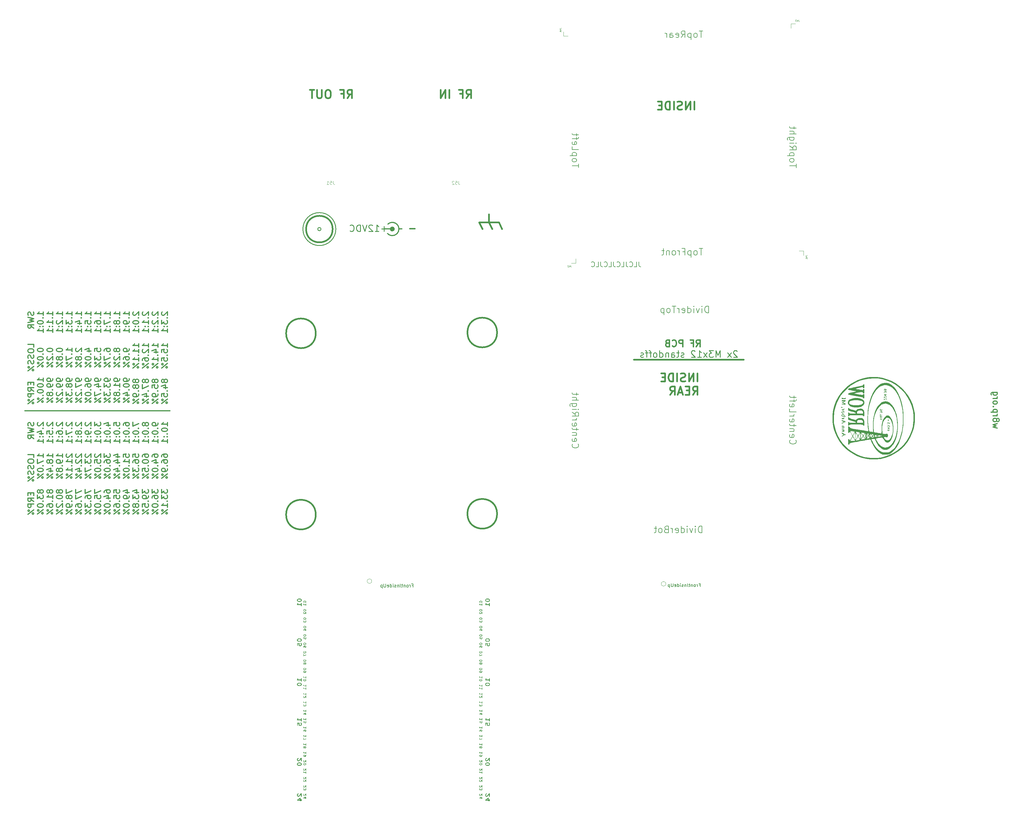
<source format=gbr>
%TF.GenerationSoftware,KiCad,Pcbnew,7.0.5-0*%
%TF.CreationDate,2024-04-21T20:32:48-04:00*%
%TF.ProjectId,swr_meter,7377725f-6d65-4746-9572-2e6b69636164,rev?*%
%TF.SameCoordinates,Original*%
%TF.FileFunction,Legend,Bot*%
%TF.FilePolarity,Positive*%
%FSLAX46Y46*%
G04 Gerber Fmt 4.6, Leading zero omitted, Abs format (unit mm)*
G04 Created by KiCad (PCBNEW 7.0.5-0) date 2024-04-21 20:32:48*
%MOMM*%
%LPD*%
G01*
G04 APERTURE LIST*
%ADD10C,0.250000*%
%ADD11C,0.500000*%
%ADD12C,0.300000*%
%ADD13C,0.200000*%
%ADD14C,0.400000*%
%ADD15C,0.150000*%
%ADD16C,0.100000*%
%ADD17C,0.120000*%
%ADD18C,0.750000*%
G04 APERTURE END LIST*
D10*
X158337886Y-82871332D02*
G75*
G03*
X158337886Y-82871332I-5000000J0D01*
G01*
D11*
X152250000Y-114500000D02*
G75*
G03*
X152250000Y-114500000I-4500000J0D01*
G01*
X152250000Y-169500000D02*
G75*
G03*
X152250000Y-169500000I-4500000J0D01*
G01*
D12*
X64000000Y-138000000D02*
X108000000Y-138000000D01*
D11*
X157362886Y-82871332D02*
G75*
G03*
X157362886Y-82871332I-4025000J0D01*
G01*
X207250000Y-169250000D02*
G75*
G03*
X207250000Y-169250000I-4500000J0D01*
G01*
X207250000Y-114250000D02*
G75*
G03*
X207250000Y-114250000I-4500000J0D01*
G01*
X248750000Y-122500000D02*
X282050000Y-122500000D01*
D10*
X153837886Y-82871332D02*
G75*
G03*
X153837886Y-82871332I-500000J0D01*
G01*
D13*
X232005161Y-64190476D02*
X232005161Y-63047619D01*
X230005161Y-63619048D02*
X232005161Y-63619048D01*
X230005161Y-62095238D02*
X230100400Y-62285714D01*
X230100400Y-62285714D02*
X230195638Y-62380952D01*
X230195638Y-62380952D02*
X230386114Y-62476190D01*
X230386114Y-62476190D02*
X230957542Y-62476190D01*
X230957542Y-62476190D02*
X231148019Y-62380952D01*
X231148019Y-62380952D02*
X231243257Y-62285714D01*
X231243257Y-62285714D02*
X231338495Y-62095238D01*
X231338495Y-62095238D02*
X231338495Y-61809523D01*
X231338495Y-61809523D02*
X231243257Y-61619047D01*
X231243257Y-61619047D02*
X231148019Y-61523809D01*
X231148019Y-61523809D02*
X230957542Y-61428571D01*
X230957542Y-61428571D02*
X230386114Y-61428571D01*
X230386114Y-61428571D02*
X230195638Y-61523809D01*
X230195638Y-61523809D02*
X230100400Y-61619047D01*
X230100400Y-61619047D02*
X230005161Y-61809523D01*
X230005161Y-61809523D02*
X230005161Y-62095238D01*
X231338495Y-60571428D02*
X229338495Y-60571428D01*
X231243257Y-60571428D02*
X231338495Y-60380952D01*
X231338495Y-60380952D02*
X231338495Y-59999999D01*
X231338495Y-59999999D02*
X231243257Y-59809523D01*
X231243257Y-59809523D02*
X231148019Y-59714285D01*
X231148019Y-59714285D02*
X230957542Y-59619047D01*
X230957542Y-59619047D02*
X230386114Y-59619047D01*
X230386114Y-59619047D02*
X230195638Y-59714285D01*
X230195638Y-59714285D02*
X230100400Y-59809523D01*
X230100400Y-59809523D02*
X230005161Y-59999999D01*
X230005161Y-59999999D02*
X230005161Y-60380952D01*
X230005161Y-60380952D02*
X230100400Y-60571428D01*
X230005161Y-57809523D02*
X230005161Y-58761904D01*
X230005161Y-58761904D02*
X232005161Y-58761904D01*
X230100400Y-56380951D02*
X230005161Y-56571427D01*
X230005161Y-56571427D02*
X230005161Y-56952380D01*
X230005161Y-56952380D02*
X230100400Y-57142856D01*
X230100400Y-57142856D02*
X230290876Y-57238094D01*
X230290876Y-57238094D02*
X231052780Y-57238094D01*
X231052780Y-57238094D02*
X231243257Y-57142856D01*
X231243257Y-57142856D02*
X231338495Y-56952380D01*
X231338495Y-56952380D02*
X231338495Y-56571427D01*
X231338495Y-56571427D02*
X231243257Y-56380951D01*
X231243257Y-56380951D02*
X231052780Y-56285713D01*
X231052780Y-56285713D02*
X230862304Y-56285713D01*
X230862304Y-56285713D02*
X230671828Y-57238094D01*
X231338495Y-55714284D02*
X231338495Y-54952380D01*
X230005161Y-55428570D02*
X231719447Y-55428570D01*
X231719447Y-55428570D02*
X231909923Y-55333332D01*
X231909923Y-55333332D02*
X232005161Y-55142856D01*
X232005161Y-55142856D02*
X232005161Y-54952380D01*
X231338495Y-54571427D02*
X231338495Y-53809523D01*
X232005161Y-54285713D02*
X230290876Y-54285713D01*
X230290876Y-54285713D02*
X230100400Y-54190475D01*
X230100400Y-54190475D02*
X230005161Y-53999999D01*
X230005161Y-53999999D02*
X230005161Y-53809523D01*
X269392231Y-174994838D02*
X269392231Y-172994838D01*
X269392231Y-172994838D02*
X268916041Y-172994838D01*
X268916041Y-172994838D02*
X268630326Y-173090076D01*
X268630326Y-173090076D02*
X268439850Y-173280552D01*
X268439850Y-173280552D02*
X268344612Y-173471028D01*
X268344612Y-173471028D02*
X268249374Y-173851980D01*
X268249374Y-173851980D02*
X268249374Y-174137695D01*
X268249374Y-174137695D02*
X268344612Y-174518647D01*
X268344612Y-174518647D02*
X268439850Y-174709123D01*
X268439850Y-174709123D02*
X268630326Y-174899600D01*
X268630326Y-174899600D02*
X268916041Y-174994838D01*
X268916041Y-174994838D02*
X269392231Y-174994838D01*
X267392231Y-174994838D02*
X267392231Y-173661504D01*
X267392231Y-172994838D02*
X267487469Y-173090076D01*
X267487469Y-173090076D02*
X267392231Y-173185314D01*
X267392231Y-173185314D02*
X267296993Y-173090076D01*
X267296993Y-173090076D02*
X267392231Y-172994838D01*
X267392231Y-172994838D02*
X267392231Y-173185314D01*
X266630326Y-173661504D02*
X266154136Y-174994838D01*
X266154136Y-174994838D02*
X265677945Y-173661504D01*
X264916040Y-174994838D02*
X264916040Y-173661504D01*
X264916040Y-172994838D02*
X265011278Y-173090076D01*
X265011278Y-173090076D02*
X264916040Y-173185314D01*
X264916040Y-173185314D02*
X264820802Y-173090076D01*
X264820802Y-173090076D02*
X264916040Y-172994838D01*
X264916040Y-172994838D02*
X264916040Y-173185314D01*
X263106516Y-174994838D02*
X263106516Y-172994838D01*
X263106516Y-174899600D02*
X263296992Y-174994838D01*
X263296992Y-174994838D02*
X263677945Y-174994838D01*
X263677945Y-174994838D02*
X263868421Y-174899600D01*
X263868421Y-174899600D02*
X263963659Y-174804361D01*
X263963659Y-174804361D02*
X264058897Y-174613885D01*
X264058897Y-174613885D02*
X264058897Y-174042457D01*
X264058897Y-174042457D02*
X263963659Y-173851980D01*
X263963659Y-173851980D02*
X263868421Y-173756742D01*
X263868421Y-173756742D02*
X263677945Y-173661504D01*
X263677945Y-173661504D02*
X263296992Y-173661504D01*
X263296992Y-173661504D02*
X263106516Y-173756742D01*
X261392230Y-174899600D02*
X261582706Y-174994838D01*
X261582706Y-174994838D02*
X261963659Y-174994838D01*
X261963659Y-174994838D02*
X262154135Y-174899600D01*
X262154135Y-174899600D02*
X262249373Y-174709123D01*
X262249373Y-174709123D02*
X262249373Y-173947219D01*
X262249373Y-173947219D02*
X262154135Y-173756742D01*
X262154135Y-173756742D02*
X261963659Y-173661504D01*
X261963659Y-173661504D02*
X261582706Y-173661504D01*
X261582706Y-173661504D02*
X261392230Y-173756742D01*
X261392230Y-173756742D02*
X261296992Y-173947219D01*
X261296992Y-173947219D02*
X261296992Y-174137695D01*
X261296992Y-174137695D02*
X262249373Y-174328171D01*
X260439849Y-174994838D02*
X260439849Y-173661504D01*
X260439849Y-174042457D02*
X260344611Y-173851980D01*
X260344611Y-173851980D02*
X260249373Y-173756742D01*
X260249373Y-173756742D02*
X260058897Y-173661504D01*
X260058897Y-173661504D02*
X259868420Y-173661504D01*
X258535087Y-173947219D02*
X258249373Y-174042457D01*
X258249373Y-174042457D02*
X258154135Y-174137695D01*
X258154135Y-174137695D02*
X258058897Y-174328171D01*
X258058897Y-174328171D02*
X258058897Y-174613885D01*
X258058897Y-174613885D02*
X258154135Y-174804361D01*
X258154135Y-174804361D02*
X258249373Y-174899600D01*
X258249373Y-174899600D02*
X258439849Y-174994838D01*
X258439849Y-174994838D02*
X259201754Y-174994838D01*
X259201754Y-174994838D02*
X259201754Y-172994838D01*
X259201754Y-172994838D02*
X258535087Y-172994838D01*
X258535087Y-172994838D02*
X258344611Y-173090076D01*
X258344611Y-173090076D02*
X258249373Y-173185314D01*
X258249373Y-173185314D02*
X258154135Y-173375790D01*
X258154135Y-173375790D02*
X258154135Y-173566266D01*
X258154135Y-173566266D02*
X258249373Y-173756742D01*
X258249373Y-173756742D02*
X258344611Y-173851980D01*
X258344611Y-173851980D02*
X258535087Y-173947219D01*
X258535087Y-173947219D02*
X259201754Y-173947219D01*
X256916040Y-174994838D02*
X257106516Y-174899600D01*
X257106516Y-174899600D02*
X257201754Y-174804361D01*
X257201754Y-174804361D02*
X257296992Y-174613885D01*
X257296992Y-174613885D02*
X257296992Y-174042457D01*
X257296992Y-174042457D02*
X257201754Y-173851980D01*
X257201754Y-173851980D02*
X257106516Y-173756742D01*
X257106516Y-173756742D02*
X256916040Y-173661504D01*
X256916040Y-173661504D02*
X256630325Y-173661504D01*
X256630325Y-173661504D02*
X256439849Y-173756742D01*
X256439849Y-173756742D02*
X256344611Y-173851980D01*
X256344611Y-173851980D02*
X256249373Y-174042457D01*
X256249373Y-174042457D02*
X256249373Y-174613885D01*
X256249373Y-174613885D02*
X256344611Y-174804361D01*
X256344611Y-174804361D02*
X256439849Y-174899600D01*
X256439849Y-174899600D02*
X256630325Y-174994838D01*
X256630325Y-174994838D02*
X256916040Y-174994838D01*
X255677944Y-173661504D02*
X254916040Y-173661504D01*
X255392230Y-172994838D02*
X255392230Y-174709123D01*
X255392230Y-174709123D02*
X255296992Y-174899600D01*
X255296992Y-174899600D02*
X255106516Y-174994838D01*
X255106516Y-174994838D02*
X254916040Y-174994838D01*
D11*
X197904761Y-43168047D02*
X198738094Y-41977571D01*
X199333332Y-43168047D02*
X199333332Y-40668047D01*
X199333332Y-40668047D02*
X198380951Y-40668047D01*
X198380951Y-40668047D02*
X198142856Y-40787095D01*
X198142856Y-40787095D02*
X198023809Y-40906142D01*
X198023809Y-40906142D02*
X197904761Y-41144238D01*
X197904761Y-41144238D02*
X197904761Y-41501380D01*
X197904761Y-41501380D02*
X198023809Y-41739476D01*
X198023809Y-41739476D02*
X198142856Y-41858523D01*
X198142856Y-41858523D02*
X198380951Y-41977571D01*
X198380951Y-41977571D02*
X199333332Y-41977571D01*
X195999999Y-41858523D02*
X196833332Y-41858523D01*
X196833332Y-43168047D02*
X196833332Y-40668047D01*
X196833332Y-40668047D02*
X195642856Y-40668047D01*
X192785713Y-43168047D02*
X192785713Y-40668047D01*
X191595237Y-43168047D02*
X191595237Y-40668047D01*
X191595237Y-40668047D02*
X190166666Y-43168047D01*
X190166666Y-43168047D02*
X190166666Y-40668047D01*
D13*
X230195638Y-148049374D02*
X230100400Y-148144612D01*
X230100400Y-148144612D02*
X230005161Y-148430326D01*
X230005161Y-148430326D02*
X230005161Y-148620802D01*
X230005161Y-148620802D02*
X230100400Y-148906517D01*
X230100400Y-148906517D02*
X230290876Y-149096993D01*
X230290876Y-149096993D02*
X230481352Y-149192231D01*
X230481352Y-149192231D02*
X230862304Y-149287469D01*
X230862304Y-149287469D02*
X231148019Y-149287469D01*
X231148019Y-149287469D02*
X231528971Y-149192231D01*
X231528971Y-149192231D02*
X231719447Y-149096993D01*
X231719447Y-149096993D02*
X231909923Y-148906517D01*
X231909923Y-148906517D02*
X232005161Y-148620802D01*
X232005161Y-148620802D02*
X232005161Y-148430326D01*
X232005161Y-148430326D02*
X231909923Y-148144612D01*
X231909923Y-148144612D02*
X231814685Y-148049374D01*
X230100400Y-146430326D02*
X230005161Y-146620802D01*
X230005161Y-146620802D02*
X230005161Y-147001755D01*
X230005161Y-147001755D02*
X230100400Y-147192231D01*
X230100400Y-147192231D02*
X230290876Y-147287469D01*
X230290876Y-147287469D02*
X231052780Y-147287469D01*
X231052780Y-147287469D02*
X231243257Y-147192231D01*
X231243257Y-147192231D02*
X231338495Y-147001755D01*
X231338495Y-147001755D02*
X231338495Y-146620802D01*
X231338495Y-146620802D02*
X231243257Y-146430326D01*
X231243257Y-146430326D02*
X231052780Y-146335088D01*
X231052780Y-146335088D02*
X230862304Y-146335088D01*
X230862304Y-146335088D02*
X230671828Y-147287469D01*
X231338495Y-145477945D02*
X230005161Y-145477945D01*
X231148019Y-145477945D02*
X231243257Y-145382707D01*
X231243257Y-145382707D02*
X231338495Y-145192231D01*
X231338495Y-145192231D02*
X231338495Y-144906516D01*
X231338495Y-144906516D02*
X231243257Y-144716040D01*
X231243257Y-144716040D02*
X231052780Y-144620802D01*
X231052780Y-144620802D02*
X230005161Y-144620802D01*
X231338495Y-143954135D02*
X231338495Y-143192231D01*
X232005161Y-143668421D02*
X230290876Y-143668421D01*
X230290876Y-143668421D02*
X230100400Y-143573183D01*
X230100400Y-143573183D02*
X230005161Y-143382707D01*
X230005161Y-143382707D02*
X230005161Y-143192231D01*
X230100400Y-141763659D02*
X230005161Y-141954135D01*
X230005161Y-141954135D02*
X230005161Y-142335088D01*
X230005161Y-142335088D02*
X230100400Y-142525564D01*
X230100400Y-142525564D02*
X230290876Y-142620802D01*
X230290876Y-142620802D02*
X231052780Y-142620802D01*
X231052780Y-142620802D02*
X231243257Y-142525564D01*
X231243257Y-142525564D02*
X231338495Y-142335088D01*
X231338495Y-142335088D02*
X231338495Y-141954135D01*
X231338495Y-141954135D02*
X231243257Y-141763659D01*
X231243257Y-141763659D02*
X231052780Y-141668421D01*
X231052780Y-141668421D02*
X230862304Y-141668421D01*
X230862304Y-141668421D02*
X230671828Y-142620802D01*
X230005161Y-140811278D02*
X231338495Y-140811278D01*
X230957542Y-140811278D02*
X231148019Y-140716040D01*
X231148019Y-140716040D02*
X231243257Y-140620802D01*
X231243257Y-140620802D02*
X231338495Y-140430326D01*
X231338495Y-140430326D02*
X231338495Y-140239849D01*
X230005161Y-138430326D02*
X230957542Y-139096993D01*
X230005161Y-139573183D02*
X232005161Y-139573183D01*
X232005161Y-139573183D02*
X232005161Y-138811278D01*
X232005161Y-138811278D02*
X231909923Y-138620802D01*
X231909923Y-138620802D02*
X231814685Y-138525564D01*
X231814685Y-138525564D02*
X231624209Y-138430326D01*
X231624209Y-138430326D02*
X231338495Y-138430326D01*
X231338495Y-138430326D02*
X231148019Y-138525564D01*
X231148019Y-138525564D02*
X231052780Y-138620802D01*
X231052780Y-138620802D02*
X230957542Y-138811278D01*
X230957542Y-138811278D02*
X230957542Y-139573183D01*
X230005161Y-137573183D02*
X231338495Y-137573183D01*
X232005161Y-137573183D02*
X231909923Y-137668421D01*
X231909923Y-137668421D02*
X231814685Y-137573183D01*
X231814685Y-137573183D02*
X231909923Y-137477945D01*
X231909923Y-137477945D02*
X232005161Y-137573183D01*
X232005161Y-137573183D02*
X231814685Y-137573183D01*
X231338495Y-135763659D02*
X229719447Y-135763659D01*
X229719447Y-135763659D02*
X229528971Y-135858897D01*
X229528971Y-135858897D02*
X229433733Y-135954135D01*
X229433733Y-135954135D02*
X229338495Y-136144612D01*
X229338495Y-136144612D02*
X229338495Y-136430326D01*
X229338495Y-136430326D02*
X229433733Y-136620802D01*
X230100400Y-135763659D02*
X230005161Y-135954135D01*
X230005161Y-135954135D02*
X230005161Y-136335088D01*
X230005161Y-136335088D02*
X230100400Y-136525564D01*
X230100400Y-136525564D02*
X230195638Y-136620802D01*
X230195638Y-136620802D02*
X230386114Y-136716040D01*
X230386114Y-136716040D02*
X230957542Y-136716040D01*
X230957542Y-136716040D02*
X231148019Y-136620802D01*
X231148019Y-136620802D02*
X231243257Y-136525564D01*
X231243257Y-136525564D02*
X231338495Y-136335088D01*
X231338495Y-136335088D02*
X231338495Y-135954135D01*
X231338495Y-135954135D02*
X231243257Y-135763659D01*
X230005161Y-134811278D02*
X232005161Y-134811278D01*
X230005161Y-133954135D02*
X231052780Y-133954135D01*
X231052780Y-133954135D02*
X231243257Y-134049373D01*
X231243257Y-134049373D02*
X231338495Y-134239849D01*
X231338495Y-134239849D02*
X231338495Y-134525564D01*
X231338495Y-134525564D02*
X231243257Y-134716040D01*
X231243257Y-134716040D02*
X231148019Y-134811278D01*
X231338495Y-133287468D02*
X231338495Y-132525564D01*
X232005161Y-133001754D02*
X230290876Y-133001754D01*
X230290876Y-133001754D02*
X230100400Y-132906516D01*
X230100400Y-132906516D02*
X230005161Y-132716040D01*
X230005161Y-132716040D02*
X230005161Y-132525564D01*
D14*
X182248538Y-82711191D02*
X180724729Y-82711191D01*
D13*
X250260571Y-92794028D02*
X250260571Y-93865457D01*
X250260571Y-93865457D02*
X250332000Y-94079742D01*
X250332000Y-94079742D02*
X250474857Y-94222600D01*
X250474857Y-94222600D02*
X250689143Y-94294028D01*
X250689143Y-94294028D02*
X250832000Y-94294028D01*
X248832000Y-94294028D02*
X249546286Y-94294028D01*
X249546286Y-94294028D02*
X249546286Y-92794028D01*
X247474857Y-94151171D02*
X247546285Y-94222600D01*
X247546285Y-94222600D02*
X247760571Y-94294028D01*
X247760571Y-94294028D02*
X247903428Y-94294028D01*
X247903428Y-94294028D02*
X248117714Y-94222600D01*
X248117714Y-94222600D02*
X248260571Y-94079742D01*
X248260571Y-94079742D02*
X248332000Y-93936885D01*
X248332000Y-93936885D02*
X248403428Y-93651171D01*
X248403428Y-93651171D02*
X248403428Y-93436885D01*
X248403428Y-93436885D02*
X248332000Y-93151171D01*
X248332000Y-93151171D02*
X248260571Y-93008314D01*
X248260571Y-93008314D02*
X248117714Y-92865457D01*
X248117714Y-92865457D02*
X247903428Y-92794028D01*
X247903428Y-92794028D02*
X247760571Y-92794028D01*
X247760571Y-92794028D02*
X247546285Y-92865457D01*
X247546285Y-92865457D02*
X247474857Y-92936885D01*
X246403428Y-92794028D02*
X246403428Y-93865457D01*
X246403428Y-93865457D02*
X246474857Y-94079742D01*
X246474857Y-94079742D02*
X246617714Y-94222600D01*
X246617714Y-94222600D02*
X246832000Y-94294028D01*
X246832000Y-94294028D02*
X246974857Y-94294028D01*
X244974857Y-94294028D02*
X245689143Y-94294028D01*
X245689143Y-94294028D02*
X245689143Y-92794028D01*
X243617714Y-94151171D02*
X243689142Y-94222600D01*
X243689142Y-94222600D02*
X243903428Y-94294028D01*
X243903428Y-94294028D02*
X244046285Y-94294028D01*
X244046285Y-94294028D02*
X244260571Y-94222600D01*
X244260571Y-94222600D02*
X244403428Y-94079742D01*
X244403428Y-94079742D02*
X244474857Y-93936885D01*
X244474857Y-93936885D02*
X244546285Y-93651171D01*
X244546285Y-93651171D02*
X244546285Y-93436885D01*
X244546285Y-93436885D02*
X244474857Y-93151171D01*
X244474857Y-93151171D02*
X244403428Y-93008314D01*
X244403428Y-93008314D02*
X244260571Y-92865457D01*
X244260571Y-92865457D02*
X244046285Y-92794028D01*
X244046285Y-92794028D02*
X243903428Y-92794028D01*
X243903428Y-92794028D02*
X243689142Y-92865457D01*
X243689142Y-92865457D02*
X243617714Y-92936885D01*
X242546285Y-92794028D02*
X242546285Y-93865457D01*
X242546285Y-93865457D02*
X242617714Y-94079742D01*
X242617714Y-94079742D02*
X242760571Y-94222600D01*
X242760571Y-94222600D02*
X242974857Y-94294028D01*
X242974857Y-94294028D02*
X243117714Y-94294028D01*
X241117714Y-94294028D02*
X241832000Y-94294028D01*
X241832000Y-94294028D02*
X241832000Y-92794028D01*
X239760571Y-94151171D02*
X239831999Y-94222600D01*
X239831999Y-94222600D02*
X240046285Y-94294028D01*
X240046285Y-94294028D02*
X240189142Y-94294028D01*
X240189142Y-94294028D02*
X240403428Y-94222600D01*
X240403428Y-94222600D02*
X240546285Y-94079742D01*
X240546285Y-94079742D02*
X240617714Y-93936885D01*
X240617714Y-93936885D02*
X240689142Y-93651171D01*
X240689142Y-93651171D02*
X240689142Y-93436885D01*
X240689142Y-93436885D02*
X240617714Y-93151171D01*
X240617714Y-93151171D02*
X240546285Y-93008314D01*
X240546285Y-93008314D02*
X240403428Y-92865457D01*
X240403428Y-92865457D02*
X240189142Y-92794028D01*
X240189142Y-92794028D02*
X240046285Y-92794028D01*
X240046285Y-92794028D02*
X239831999Y-92865457D01*
X239831999Y-92865457D02*
X239760571Y-92936885D01*
X238689142Y-92794028D02*
X238689142Y-93865457D01*
X238689142Y-93865457D02*
X238760571Y-94079742D01*
X238760571Y-94079742D02*
X238903428Y-94222600D01*
X238903428Y-94222600D02*
X239117714Y-94294028D01*
X239117714Y-94294028D02*
X239260571Y-94294028D01*
X237260571Y-94294028D02*
X237974857Y-94294028D01*
X237974857Y-94294028D02*
X237974857Y-92794028D01*
X235903428Y-94151171D02*
X235974856Y-94222600D01*
X235974856Y-94222600D02*
X236189142Y-94294028D01*
X236189142Y-94294028D02*
X236331999Y-94294028D01*
X236331999Y-94294028D02*
X236546285Y-94222600D01*
X236546285Y-94222600D02*
X236689142Y-94079742D01*
X236689142Y-94079742D02*
X236760571Y-93936885D01*
X236760571Y-93936885D02*
X236831999Y-93651171D01*
X236831999Y-93651171D02*
X236831999Y-93436885D01*
X236831999Y-93436885D02*
X236760571Y-93151171D01*
X236760571Y-93151171D02*
X236689142Y-93008314D01*
X236689142Y-93008314D02*
X236546285Y-92865457D01*
X236546285Y-92865457D02*
X236331999Y-92794028D01*
X236331999Y-92794028D02*
X236189142Y-92794028D01*
X236189142Y-92794028D02*
X235974856Y-92865457D01*
X235974856Y-92865457D02*
X235903428Y-92936885D01*
X271392231Y-108244838D02*
X271392231Y-106244838D01*
X271392231Y-106244838D02*
X270916041Y-106244838D01*
X270916041Y-106244838D02*
X270630326Y-106340076D01*
X270630326Y-106340076D02*
X270439850Y-106530552D01*
X270439850Y-106530552D02*
X270344612Y-106721028D01*
X270344612Y-106721028D02*
X270249374Y-107101980D01*
X270249374Y-107101980D02*
X270249374Y-107387695D01*
X270249374Y-107387695D02*
X270344612Y-107768647D01*
X270344612Y-107768647D02*
X270439850Y-107959123D01*
X270439850Y-107959123D02*
X270630326Y-108149600D01*
X270630326Y-108149600D02*
X270916041Y-108244838D01*
X270916041Y-108244838D02*
X271392231Y-108244838D01*
X269392231Y-108244838D02*
X269392231Y-106911504D01*
X269392231Y-106244838D02*
X269487469Y-106340076D01*
X269487469Y-106340076D02*
X269392231Y-106435314D01*
X269392231Y-106435314D02*
X269296993Y-106340076D01*
X269296993Y-106340076D02*
X269392231Y-106244838D01*
X269392231Y-106244838D02*
X269392231Y-106435314D01*
X268630326Y-106911504D02*
X268154136Y-108244838D01*
X268154136Y-108244838D02*
X267677945Y-106911504D01*
X266916040Y-108244838D02*
X266916040Y-106911504D01*
X266916040Y-106244838D02*
X267011278Y-106340076D01*
X267011278Y-106340076D02*
X266916040Y-106435314D01*
X266916040Y-106435314D02*
X266820802Y-106340076D01*
X266820802Y-106340076D02*
X266916040Y-106244838D01*
X266916040Y-106244838D02*
X266916040Y-106435314D01*
X265106516Y-108244838D02*
X265106516Y-106244838D01*
X265106516Y-108149600D02*
X265296992Y-108244838D01*
X265296992Y-108244838D02*
X265677945Y-108244838D01*
X265677945Y-108244838D02*
X265868421Y-108149600D01*
X265868421Y-108149600D02*
X265963659Y-108054361D01*
X265963659Y-108054361D02*
X266058897Y-107863885D01*
X266058897Y-107863885D02*
X266058897Y-107292457D01*
X266058897Y-107292457D02*
X265963659Y-107101980D01*
X265963659Y-107101980D02*
X265868421Y-107006742D01*
X265868421Y-107006742D02*
X265677945Y-106911504D01*
X265677945Y-106911504D02*
X265296992Y-106911504D01*
X265296992Y-106911504D02*
X265106516Y-107006742D01*
X263392230Y-108149600D02*
X263582706Y-108244838D01*
X263582706Y-108244838D02*
X263963659Y-108244838D01*
X263963659Y-108244838D02*
X264154135Y-108149600D01*
X264154135Y-108149600D02*
X264249373Y-107959123D01*
X264249373Y-107959123D02*
X264249373Y-107197219D01*
X264249373Y-107197219D02*
X264154135Y-107006742D01*
X264154135Y-107006742D02*
X263963659Y-106911504D01*
X263963659Y-106911504D02*
X263582706Y-106911504D01*
X263582706Y-106911504D02*
X263392230Y-107006742D01*
X263392230Y-107006742D02*
X263296992Y-107197219D01*
X263296992Y-107197219D02*
X263296992Y-107387695D01*
X263296992Y-107387695D02*
X264249373Y-107578171D01*
X262439849Y-108244838D02*
X262439849Y-106911504D01*
X262439849Y-107292457D02*
X262344611Y-107101980D01*
X262344611Y-107101980D02*
X262249373Y-107006742D01*
X262249373Y-107006742D02*
X262058897Y-106911504D01*
X262058897Y-106911504D02*
X261868420Y-106911504D01*
X261487468Y-106244838D02*
X260344611Y-106244838D01*
X260916040Y-108244838D02*
X260916040Y-106244838D01*
X259392230Y-108244838D02*
X259582706Y-108149600D01*
X259582706Y-108149600D02*
X259677944Y-108054361D01*
X259677944Y-108054361D02*
X259773182Y-107863885D01*
X259773182Y-107863885D02*
X259773182Y-107292457D01*
X259773182Y-107292457D02*
X259677944Y-107101980D01*
X259677944Y-107101980D02*
X259582706Y-107006742D01*
X259582706Y-107006742D02*
X259392230Y-106911504D01*
X259392230Y-106911504D02*
X259106515Y-106911504D01*
X259106515Y-106911504D02*
X258916039Y-107006742D01*
X258916039Y-107006742D02*
X258820801Y-107101980D01*
X258820801Y-107101980D02*
X258725563Y-107292457D01*
X258725563Y-107292457D02*
X258725563Y-107863885D01*
X258725563Y-107863885D02*
X258820801Y-108054361D01*
X258820801Y-108054361D02*
X258916039Y-108149600D01*
X258916039Y-108149600D02*
X259106515Y-108244838D01*
X259106515Y-108244838D02*
X259392230Y-108244838D01*
X257868420Y-106911504D02*
X257868420Y-108911504D01*
X257868420Y-107006742D02*
X257677944Y-106911504D01*
X257677944Y-106911504D02*
X257296991Y-106911504D01*
X257296991Y-106911504D02*
X257106515Y-107006742D01*
X257106515Y-107006742D02*
X257011277Y-107101980D01*
X257011277Y-107101980D02*
X256916039Y-107292457D01*
X256916039Y-107292457D02*
X256916039Y-107863885D01*
X256916039Y-107863885D02*
X257011277Y-108054361D01*
X257011277Y-108054361D02*
X257106515Y-108149600D01*
X257106515Y-108149600D02*
X257296991Y-108244838D01*
X257296991Y-108244838D02*
X257677944Y-108244838D01*
X257677944Y-108244838D02*
X257868420Y-108149600D01*
G36*
X147410140Y-194972171D02*
G01*
X147431467Y-194973155D01*
X147452651Y-194974796D01*
X147473691Y-194977094D01*
X147494587Y-194980048D01*
X147515340Y-194983658D01*
X147535950Y-194987924D01*
X147556416Y-194992847D01*
X147576738Y-194998427D01*
X147596917Y-195004663D01*
X147616953Y-195011555D01*
X147636845Y-195019103D01*
X147656594Y-195027309D01*
X147676199Y-195036170D01*
X147695660Y-195045688D01*
X147714978Y-195055862D01*
X147724507Y-195061123D01*
X147742999Y-195071702D01*
X147760738Y-195082357D01*
X147777722Y-195093088D01*
X147793951Y-195103896D01*
X147809427Y-195114780D01*
X147824149Y-195125740D01*
X147838117Y-195136777D01*
X147851330Y-195147890D01*
X147863790Y-195159079D01*
X147875495Y-195170345D01*
X147886446Y-195181687D01*
X147901459Y-195198843D01*
X147914775Y-195216171D01*
X147926395Y-195233671D01*
X147929905Y-195239598D01*
X147939767Y-195257875D01*
X147948626Y-195276894D01*
X147956483Y-195296655D01*
X147963336Y-195317158D01*
X147969186Y-195338402D01*
X147974034Y-195360389D01*
X147977878Y-195383117D01*
X147979884Y-195398681D01*
X147981444Y-195414575D01*
X147982558Y-195430799D01*
X147983227Y-195447353D01*
X147983450Y-195464236D01*
X147982699Y-195493315D01*
X147980446Y-195521542D01*
X147976691Y-195548917D01*
X147971433Y-195575440D01*
X147964674Y-195601111D01*
X147956412Y-195625931D01*
X147946649Y-195649899D01*
X147935383Y-195673015D01*
X147922615Y-195695279D01*
X147908345Y-195716692D01*
X147892573Y-195737252D01*
X147875299Y-195756961D01*
X147856523Y-195775818D01*
X147836245Y-195793823D01*
X147814464Y-195810977D01*
X147791182Y-195827279D01*
X147767078Y-195842658D01*
X147742834Y-195857046D01*
X147718450Y-195870441D01*
X147693924Y-195882844D01*
X147669259Y-195894255D01*
X147644453Y-195904673D01*
X147619507Y-195914099D01*
X147594420Y-195922533D01*
X147569193Y-195929975D01*
X147543825Y-195936425D01*
X147518317Y-195941882D01*
X147492668Y-195946347D01*
X147466879Y-195949820D01*
X147440950Y-195952300D01*
X147414880Y-195953789D01*
X147388670Y-195954285D01*
X147152633Y-195954285D01*
X147131021Y-195953952D01*
X147109561Y-195952954D01*
X147088254Y-195951290D01*
X147067100Y-195948960D01*
X147046098Y-195945965D01*
X147025249Y-195942305D01*
X147004552Y-195937979D01*
X146984008Y-195932987D01*
X146963617Y-195927330D01*
X146943378Y-195921007D01*
X146923293Y-195914018D01*
X146903359Y-195906364D01*
X146883579Y-195898045D01*
X146863951Y-195889060D01*
X146844475Y-195879409D01*
X146825153Y-195869093D01*
X146815625Y-195863760D01*
X146797138Y-195853041D01*
X146779412Y-195842251D01*
X146762447Y-195831391D01*
X146746241Y-195820462D01*
X146730796Y-195809462D01*
X146716111Y-195798391D01*
X146702186Y-195787251D01*
X146689021Y-195776040D01*
X146676617Y-195764759D01*
X146664973Y-195753408D01*
X146654088Y-195741986D01*
X146639188Y-195724723D01*
X146625997Y-195707301D01*
X146614518Y-195689721D01*
X146604391Y-195671772D01*
X146595261Y-195653094D01*
X146587126Y-195633688D01*
X146579988Y-195613554D01*
X146573845Y-195592692D01*
X146568699Y-195571101D01*
X146564549Y-195548783D01*
X146561395Y-195525736D01*
X146559845Y-195509967D01*
X146558739Y-195493875D01*
X146558075Y-195477459D01*
X146557869Y-195461891D01*
X146782948Y-195461891D01*
X146783225Y-195474896D01*
X146784684Y-195493710D01*
X146787393Y-195511692D01*
X146791352Y-195528844D01*
X146796561Y-195545164D01*
X146803020Y-195560654D01*
X146810730Y-195575312D01*
X146819690Y-195589138D01*
X146829900Y-195602134D01*
X146841360Y-195614298D01*
X146854071Y-195625632D01*
X146870312Y-195638030D01*
X146886891Y-195649629D01*
X146903810Y-195660427D01*
X146921067Y-195670426D01*
X146938663Y-195679625D01*
X146956598Y-195688024D01*
X146974872Y-195695623D01*
X146993485Y-195702422D01*
X147012437Y-195708421D01*
X147031727Y-195713620D01*
X147051357Y-195718020D01*
X147071325Y-195721619D01*
X147091632Y-195724419D01*
X147112278Y-195726419D01*
X147133264Y-195727618D01*
X147154587Y-195728018D01*
X147386716Y-195728018D01*
X147408379Y-195727637D01*
X147429599Y-195726492D01*
X147450376Y-195724584D01*
X147470711Y-195721912D01*
X147490603Y-195718478D01*
X147510052Y-195714280D01*
X147529059Y-195709318D01*
X147547623Y-195703594D01*
X147565744Y-195697106D01*
X147583423Y-195689855D01*
X147600659Y-195681841D01*
X147617452Y-195673064D01*
X147633803Y-195663523D01*
X147649710Y-195653219D01*
X147665176Y-195642152D01*
X147680198Y-195630321D01*
X147689662Y-195622070D01*
X147702714Y-195609162D01*
X147714392Y-195595614D01*
X147724696Y-195581428D01*
X147733626Y-195566603D01*
X147741182Y-195551139D01*
X147747365Y-195535036D01*
X147752173Y-195518294D01*
X147755608Y-195500914D01*
X147757669Y-195482894D01*
X147758356Y-195464236D01*
X147758078Y-195451093D01*
X147756619Y-195432099D01*
X147753911Y-195413971D01*
X147749952Y-195396708D01*
X147744742Y-195380311D01*
X147738283Y-195364780D01*
X147730573Y-195350114D01*
X147721613Y-195336313D01*
X147711403Y-195323378D01*
X147699943Y-195311309D01*
X147687232Y-195300105D01*
X147671083Y-195287612D01*
X147654583Y-195275925D01*
X147637732Y-195265044D01*
X147620530Y-195254969D01*
X147602976Y-195245700D01*
X147585072Y-195237237D01*
X147566816Y-195229580D01*
X147548209Y-195222729D01*
X147529251Y-195216684D01*
X147509942Y-195211445D01*
X147490282Y-195207012D01*
X147470271Y-195203385D01*
X147449909Y-195200564D01*
X147429196Y-195198549D01*
X147408131Y-195197340D01*
X147386716Y-195196937D01*
X147154587Y-195196937D01*
X147132925Y-195197318D01*
X147111705Y-195198463D01*
X147090927Y-195200371D01*
X147070592Y-195203043D01*
X147050700Y-195206477D01*
X147031251Y-195210675D01*
X147012244Y-195215637D01*
X146993680Y-195221361D01*
X146975559Y-195227849D01*
X146957880Y-195235100D01*
X146940644Y-195243114D01*
X146923851Y-195251891D01*
X146907501Y-195261432D01*
X146891593Y-195271736D01*
X146876128Y-195282803D01*
X146861105Y-195294634D01*
X146851641Y-195302889D01*
X146838589Y-195315822D01*
X146826911Y-195329414D01*
X146816607Y-195343666D01*
X146807677Y-195358577D01*
X146800121Y-195374147D01*
X146793938Y-195390377D01*
X146789130Y-195407266D01*
X146785695Y-195424815D01*
X146783634Y-195443024D01*
X146782948Y-195461891D01*
X146557869Y-195461891D01*
X146557853Y-195460719D01*
X146558607Y-195431642D01*
X146560870Y-195403420D01*
X146564640Y-195376052D01*
X146569919Y-195349540D01*
X146576706Y-195323882D01*
X146585001Y-195299079D01*
X146594804Y-195275131D01*
X146606116Y-195252038D01*
X146618935Y-195229800D01*
X146633263Y-195208416D01*
X146649099Y-195187887D01*
X146666444Y-195168214D01*
X146685296Y-195149395D01*
X146705657Y-195131431D01*
X146727526Y-195114322D01*
X146750903Y-195098067D01*
X146775049Y-195082782D01*
X146799324Y-195068483D01*
X146823727Y-195055171D01*
X146848258Y-195042844D01*
X146872917Y-195031503D01*
X146897705Y-195021149D01*
X146922621Y-195011781D01*
X146947665Y-195003399D01*
X146972837Y-194996003D01*
X146998138Y-194989593D01*
X147023566Y-194984169D01*
X147049123Y-194979732D01*
X147074809Y-194976280D01*
X147100622Y-194973815D01*
X147126564Y-194972336D01*
X147152633Y-194971842D01*
X147388670Y-194971842D01*
X147410140Y-194972171D01*
G37*
G36*
X146557853Y-196921487D02*
G01*
X147733345Y-196921487D01*
X147733345Y-197148926D01*
X147733834Y-197168605D01*
X147735299Y-197186808D01*
X147737742Y-197203532D01*
X147742169Y-197222360D01*
X147748122Y-197238879D01*
X147755602Y-197253089D01*
X147764608Y-197264990D01*
X147776872Y-197276810D01*
X147790510Y-197286184D01*
X147805522Y-197293113D01*
X147821908Y-197297596D01*
X147839667Y-197299634D01*
X147845892Y-197299770D01*
X147864124Y-197298547D01*
X147881008Y-197294879D01*
X147896547Y-197288765D01*
X147910739Y-197280206D01*
X147923585Y-197269201D01*
X147927567Y-197264990D01*
X147938059Y-197250431D01*
X147945144Y-197235760D01*
X147950721Y-197218779D01*
X147954792Y-197199490D01*
X147956962Y-197182396D01*
X147958168Y-197163824D01*
X147958440Y-197148926D01*
X147958440Y-196468563D01*
X147957957Y-196448968D01*
X147956510Y-196430827D01*
X147954098Y-196414139D01*
X147949727Y-196395323D01*
X147943848Y-196378777D01*
X147936461Y-196364503D01*
X147927567Y-196352498D01*
X147915170Y-196340811D01*
X147901427Y-196331542D01*
X147886337Y-196324691D01*
X147869901Y-196320258D01*
X147852119Y-196318243D01*
X147845892Y-196318109D01*
X147827675Y-196319318D01*
X147810831Y-196322945D01*
X147795362Y-196328990D01*
X147781266Y-196337453D01*
X147768544Y-196348334D01*
X147764608Y-196352498D01*
X147753984Y-196367176D01*
X147746809Y-196381905D01*
X147741161Y-196398905D01*
X147737039Y-196418175D01*
X147734841Y-196435226D01*
X147733620Y-196453731D01*
X147733345Y-196468563D01*
X147733345Y-196696392D01*
X146864232Y-196696392D01*
X146919333Y-196495136D01*
X146923981Y-196477816D01*
X146927668Y-196462200D01*
X146930753Y-196446134D01*
X146932676Y-196430613D01*
X146933010Y-196422450D01*
X146931760Y-196406742D01*
X146927141Y-196389458D01*
X146919119Y-196373296D01*
X146909534Y-196360336D01*
X146897449Y-196348200D01*
X146883550Y-196337575D01*
X146868524Y-196329149D01*
X146852372Y-196322921D01*
X146835093Y-196318891D01*
X146816688Y-196317059D01*
X146810303Y-196316937D01*
X146793418Y-196317747D01*
X146777934Y-196320179D01*
X146761642Y-196325065D01*
X146747256Y-196332158D01*
X146736444Y-196339993D01*
X146724946Y-196352511D01*
X146715567Y-196367111D01*
X146708087Y-196382006D01*
X146700912Y-196399382D01*
X146695393Y-196415068D01*
X146690068Y-196432342D01*
X146688767Y-196436909D01*
X146557853Y-196921487D01*
G37*
G36*
X147410140Y-207070984D02*
G01*
X147431467Y-207071969D01*
X147452651Y-207073610D01*
X147473691Y-207075907D01*
X147494587Y-207078861D01*
X147515340Y-207082471D01*
X147535950Y-207086738D01*
X147556416Y-207091661D01*
X147576738Y-207097240D01*
X147596917Y-207103476D01*
X147616953Y-207110369D01*
X147636845Y-207117917D01*
X147656594Y-207126122D01*
X147676199Y-207134984D01*
X147695660Y-207144501D01*
X147714978Y-207154676D01*
X147724507Y-207159936D01*
X147742999Y-207170515D01*
X147760738Y-207181170D01*
X147777722Y-207191902D01*
X147793951Y-207202709D01*
X147809427Y-207213594D01*
X147824149Y-207224554D01*
X147838117Y-207235591D01*
X147851330Y-207246704D01*
X147863790Y-207257893D01*
X147875495Y-207269159D01*
X147886446Y-207280501D01*
X147901459Y-207297657D01*
X147914775Y-207314985D01*
X147926395Y-207332484D01*
X147929905Y-207338412D01*
X147939767Y-207356689D01*
X147948626Y-207375708D01*
X147956483Y-207395469D01*
X147963336Y-207415971D01*
X147969186Y-207437216D01*
X147974034Y-207459202D01*
X147977878Y-207481931D01*
X147979884Y-207497495D01*
X147981444Y-207513389D01*
X147982558Y-207529613D01*
X147983227Y-207546166D01*
X147983450Y-207563050D01*
X147982699Y-207592128D01*
X147980446Y-207620355D01*
X147976691Y-207647730D01*
X147971433Y-207674254D01*
X147964674Y-207699925D01*
X147956412Y-207724745D01*
X147946649Y-207748712D01*
X147935383Y-207771829D01*
X147922615Y-207794093D01*
X147908345Y-207815505D01*
X147892573Y-207836066D01*
X147875299Y-207855775D01*
X147856523Y-207874632D01*
X147836245Y-207892637D01*
X147814464Y-207909791D01*
X147791182Y-207926092D01*
X147767078Y-207941472D01*
X147742834Y-207955859D01*
X147718450Y-207969255D01*
X147693924Y-207981658D01*
X147669259Y-207993068D01*
X147644453Y-208003487D01*
X147619507Y-208012913D01*
X147594420Y-208021347D01*
X147569193Y-208028789D01*
X147543825Y-208035238D01*
X147518317Y-208040696D01*
X147492668Y-208045161D01*
X147466879Y-208048634D01*
X147440950Y-208051114D01*
X147414880Y-208052602D01*
X147388670Y-208053099D01*
X147152633Y-208053099D01*
X147131021Y-208052766D01*
X147109561Y-208051767D01*
X147088254Y-208050104D01*
X147067100Y-208047774D01*
X147046098Y-208044779D01*
X147025249Y-208041118D01*
X147004552Y-208036792D01*
X146984008Y-208031801D01*
X146963617Y-208026143D01*
X146943378Y-208019821D01*
X146923293Y-208012832D01*
X146903359Y-208005178D01*
X146883579Y-207996859D01*
X146863951Y-207987874D01*
X146844475Y-207978223D01*
X146825153Y-207967907D01*
X146815625Y-207962573D01*
X146797138Y-207951854D01*
X146779412Y-207941065D01*
X146762447Y-207930205D01*
X146746241Y-207919275D01*
X146730796Y-207908275D01*
X146716111Y-207897205D01*
X146702186Y-207886064D01*
X146689021Y-207874854D01*
X146676617Y-207863573D01*
X146664973Y-207852221D01*
X146654088Y-207840800D01*
X146639188Y-207823536D01*
X146625997Y-207806115D01*
X146614518Y-207788535D01*
X146604391Y-207770585D01*
X146595261Y-207751907D01*
X146587126Y-207732502D01*
X146579988Y-207712368D01*
X146573845Y-207691505D01*
X146568699Y-207669915D01*
X146564549Y-207647597D01*
X146561395Y-207624550D01*
X146559845Y-207608781D01*
X146558739Y-207592689D01*
X146558075Y-207576272D01*
X146557869Y-207560705D01*
X146782948Y-207560705D01*
X146783225Y-207573709D01*
X146784684Y-207592523D01*
X146787393Y-207610506D01*
X146791352Y-207627658D01*
X146796561Y-207643978D01*
X146803020Y-207659467D01*
X146810730Y-207674125D01*
X146819690Y-207687952D01*
X146829900Y-207700948D01*
X146841360Y-207713112D01*
X146854071Y-207724445D01*
X146870312Y-207736844D01*
X146886891Y-207748442D01*
X146903810Y-207759241D01*
X146921067Y-207769240D01*
X146938663Y-207778438D01*
X146956598Y-207786837D01*
X146974872Y-207794436D01*
X146993485Y-207801235D01*
X147012437Y-207807235D01*
X147031727Y-207812434D01*
X147051357Y-207816833D01*
X147071325Y-207820433D01*
X147091632Y-207823232D01*
X147112278Y-207825232D01*
X147133264Y-207826432D01*
X147154587Y-207826832D01*
X147386716Y-207826832D01*
X147408379Y-207826450D01*
X147429599Y-207825306D01*
X147450376Y-207823397D01*
X147470711Y-207820726D01*
X147490603Y-207817291D01*
X147510052Y-207813093D01*
X147529059Y-207808132D01*
X147547623Y-207802408D01*
X147565744Y-207795920D01*
X147583423Y-207788669D01*
X147600659Y-207780655D01*
X147617452Y-207771877D01*
X147633803Y-207762337D01*
X147649710Y-207752033D01*
X147665176Y-207740965D01*
X147680198Y-207729135D01*
X147689662Y-207720884D01*
X147702714Y-207707975D01*
X147714392Y-207694428D01*
X147724696Y-207680242D01*
X147733626Y-207665417D01*
X147741182Y-207649952D01*
X147747365Y-207633850D01*
X147752173Y-207617108D01*
X147755608Y-207599727D01*
X147757669Y-207581708D01*
X147758356Y-207563050D01*
X147758078Y-207549906D01*
X147756619Y-207530913D01*
X147753911Y-207512785D01*
X147749952Y-207495522D01*
X147744742Y-207479125D01*
X147738283Y-207463593D01*
X147730573Y-207448927D01*
X147721613Y-207435127D01*
X147711403Y-207422192D01*
X147699943Y-207410122D01*
X147687232Y-207398919D01*
X147671083Y-207386426D01*
X147654583Y-207374739D01*
X147637732Y-207363857D01*
X147620530Y-207353782D01*
X147602976Y-207344513D01*
X147585072Y-207336050D01*
X147566816Y-207328393D01*
X147548209Y-207321542D01*
X147529251Y-207315497D01*
X147509942Y-207310258D01*
X147490282Y-207305825D01*
X147470271Y-207302198D01*
X147449909Y-207299377D01*
X147429196Y-207297362D01*
X147408131Y-207296153D01*
X147386716Y-207295750D01*
X147154587Y-207295750D01*
X147132925Y-207296132D01*
X147111705Y-207297277D01*
X147090927Y-207299185D01*
X147070592Y-207301856D01*
X147050700Y-207305291D01*
X147031251Y-207309489D01*
X147012244Y-207314450D01*
X146993680Y-207320175D01*
X146975559Y-207326662D01*
X146957880Y-207333913D01*
X146940644Y-207341928D01*
X146923851Y-207350705D01*
X146907501Y-207360246D01*
X146891593Y-207370550D01*
X146876128Y-207381617D01*
X146861105Y-207393448D01*
X146851641Y-207401703D01*
X146838589Y-207414636D01*
X146826911Y-207428228D01*
X146816607Y-207442479D01*
X146807677Y-207457390D01*
X146800121Y-207472961D01*
X146793938Y-207489191D01*
X146789130Y-207506080D01*
X146785695Y-207523629D01*
X146783634Y-207541837D01*
X146782948Y-207560705D01*
X146557869Y-207560705D01*
X146557853Y-207559533D01*
X146558607Y-207530456D01*
X146560870Y-207502233D01*
X146564640Y-207474866D01*
X146569919Y-207448353D01*
X146576706Y-207422696D01*
X146585001Y-207397893D01*
X146594804Y-207373945D01*
X146606116Y-207350852D01*
X146618935Y-207328613D01*
X146633263Y-207307230D01*
X146649099Y-207286701D01*
X146666444Y-207267027D01*
X146685296Y-207248209D01*
X146705657Y-207230244D01*
X146727526Y-207213135D01*
X146750903Y-207196881D01*
X146775049Y-207181596D01*
X146799324Y-207167297D01*
X146823727Y-207153984D01*
X146848258Y-207141658D01*
X146872917Y-207130317D01*
X146897705Y-207119963D01*
X146922621Y-207110594D01*
X146947665Y-207102212D01*
X146972837Y-207094816D01*
X146998138Y-207088407D01*
X147023566Y-207082983D01*
X147049123Y-207078545D01*
X147074809Y-207075094D01*
X147100622Y-207072628D01*
X147126564Y-207071149D01*
X147152633Y-207070656D01*
X147388670Y-207070656D01*
X147410140Y-207070984D01*
G37*
G36*
X146807958Y-208715876D02*
G01*
X147083073Y-208715876D01*
X147077016Y-208731465D01*
X147071349Y-208746870D01*
X147066074Y-208762093D01*
X147061189Y-208777132D01*
X147054594Y-208799348D01*
X147048879Y-208821151D01*
X147044043Y-208842542D01*
X147040086Y-208863521D01*
X147037009Y-208884088D01*
X147034811Y-208904242D01*
X147033492Y-208923985D01*
X147033052Y-208943315D01*
X147033579Y-208969026D01*
X147035159Y-208994185D01*
X147037792Y-209018791D01*
X147041479Y-209042844D01*
X147046218Y-209066345D01*
X147052012Y-209089293D01*
X147058858Y-209111688D01*
X147066758Y-209133531D01*
X147075711Y-209154822D01*
X147085717Y-209175559D01*
X147096777Y-209195744D01*
X147108890Y-209215377D01*
X147122056Y-209234457D01*
X147136275Y-209252984D01*
X147151548Y-209270959D01*
X147167874Y-209288381D01*
X147184983Y-209305039D01*
X147202703Y-209320621D01*
X147221034Y-209335129D01*
X147239975Y-209348563D01*
X147259526Y-209360921D01*
X147279689Y-209372205D01*
X147300461Y-209382415D01*
X147321845Y-209391549D01*
X147343839Y-209399609D01*
X147366444Y-209406595D01*
X147389659Y-209412505D01*
X147413485Y-209417341D01*
X147437921Y-209421103D01*
X147462968Y-209423789D01*
X147488626Y-209425401D01*
X147514894Y-209425939D01*
X147541929Y-209425395D01*
X147568225Y-209423765D01*
X147593782Y-209421048D01*
X147618600Y-209417244D01*
X147642679Y-209412353D01*
X147666020Y-209406375D01*
X147688621Y-209399310D01*
X147710484Y-209391159D01*
X147731608Y-209381920D01*
X147751993Y-209371595D01*
X147771640Y-209360183D01*
X147790547Y-209347683D01*
X147808716Y-209334097D01*
X147826145Y-209319424D01*
X147842836Y-209303665D01*
X147858788Y-209286818D01*
X147873884Y-209268851D01*
X147888006Y-209249730D01*
X147901154Y-209229455D01*
X147913328Y-209208025D01*
X147924528Y-209185442D01*
X147934754Y-209161705D01*
X147944006Y-209136813D01*
X147952285Y-209110768D01*
X147959589Y-209083568D01*
X147965919Y-209055215D01*
X147971276Y-209025707D01*
X147975659Y-208995046D01*
X147977485Y-208979282D01*
X147979067Y-208963230D01*
X147980406Y-208946889D01*
X147981502Y-208930260D01*
X147982354Y-208913343D01*
X147982963Y-208896136D01*
X147983328Y-208878642D01*
X147983450Y-208860859D01*
X147983352Y-208845159D01*
X147982571Y-208814378D01*
X147981008Y-208784422D01*
X147978663Y-208755290D01*
X147975536Y-208726982D01*
X147971629Y-208699499D01*
X147966939Y-208672840D01*
X147961468Y-208647005D01*
X147955215Y-208621994D01*
X147948181Y-208597808D01*
X147940366Y-208574446D01*
X147931768Y-208551909D01*
X147922389Y-208530196D01*
X147912229Y-208509307D01*
X147901287Y-208489242D01*
X147889563Y-208470002D01*
X147883408Y-208460691D01*
X147872416Y-208445396D01*
X147861129Y-208431606D01*
X147849546Y-208419321D01*
X147837668Y-208408539D01*
X147821370Y-208396504D01*
X147804548Y-208387143D01*
X147787201Y-208380457D01*
X147769328Y-208376446D01*
X147750931Y-208375108D01*
X147733625Y-208376290D01*
X147717170Y-208379834D01*
X147701568Y-208385742D01*
X147686817Y-208394013D01*
X147672918Y-208404646D01*
X147668474Y-208408716D01*
X147656522Y-208421759D01*
X147647042Y-208435681D01*
X147640035Y-208450482D01*
X147635502Y-208466162D01*
X147633441Y-208482722D01*
X147633303Y-208488437D01*
X147635342Y-208505510D01*
X147640333Y-208520650D01*
X147648320Y-208536257D01*
X147657264Y-208549620D01*
X147668287Y-208563307D01*
X147675899Y-208571675D01*
X147688459Y-208585936D01*
X147699759Y-208600389D01*
X147709800Y-208615032D01*
X147718581Y-208629866D01*
X147726103Y-208644891D01*
X147732365Y-208660106D01*
X147734518Y-208666246D01*
X147740105Y-208684448D01*
X147744947Y-208703884D01*
X147748090Y-208719270D01*
X147750813Y-208735350D01*
X147753118Y-208752124D01*
X147755004Y-208769591D01*
X147756470Y-208787752D01*
X147757518Y-208806608D01*
X147758146Y-208826157D01*
X147758356Y-208846399D01*
X147758124Y-208871488D01*
X147757428Y-208895559D01*
X147756267Y-208918614D01*
X147754643Y-208940653D01*
X147752555Y-208961674D01*
X147750003Y-208981679D01*
X147746986Y-209000668D01*
X147743506Y-209018639D01*
X147739561Y-209035594D01*
X147735153Y-209051533D01*
X147730280Y-209066455D01*
X147722101Y-209086931D01*
X147712878Y-209105120D01*
X147702610Y-209121021D01*
X147698956Y-209125813D01*
X147687262Y-209139152D01*
X147674455Y-209151179D01*
X147660536Y-209161894D01*
X147645503Y-209171297D01*
X147629358Y-209179388D01*
X147612100Y-209186167D01*
X147593729Y-209191634D01*
X147574246Y-209195789D01*
X147553649Y-209198632D01*
X147531940Y-209200162D01*
X147516848Y-209200454D01*
X147494664Y-209199822D01*
X147473393Y-209197926D01*
X147453036Y-209194766D01*
X147433592Y-209190342D01*
X147415062Y-209184654D01*
X147397446Y-209177703D01*
X147380743Y-209169487D01*
X147364954Y-209160007D01*
X147350078Y-209149264D01*
X147336116Y-209137256D01*
X147327316Y-209128549D01*
X147314955Y-209114702D01*
X147303809Y-209100128D01*
X147293880Y-209084825D01*
X147285166Y-209068795D01*
X147277668Y-209052036D01*
X147271386Y-209034549D01*
X147266320Y-209016334D01*
X147262470Y-208997390D01*
X147259835Y-208977719D01*
X147258417Y-208957319D01*
X147258146Y-208943315D01*
X147258857Y-208920155D01*
X147260121Y-208904383D01*
X147262017Y-208888345D01*
X147264545Y-208872042D01*
X147267705Y-208855473D01*
X147271497Y-208838639D01*
X147275921Y-208821539D01*
X147280977Y-208804173D01*
X147286664Y-208786542D01*
X147292984Y-208768645D01*
X147299936Y-208750483D01*
X147307520Y-208732054D01*
X147315735Y-208713361D01*
X147324583Y-208694401D01*
X147334063Y-208675176D01*
X147339040Y-208665464D01*
X147346501Y-208650507D01*
X147352784Y-208634466D01*
X147356991Y-208617764D01*
X147358188Y-208604110D01*
X147356952Y-208586502D01*
X147353242Y-208570020D01*
X147347060Y-208554665D01*
X147338405Y-208540436D01*
X147327276Y-208527334D01*
X147323017Y-208523217D01*
X147309100Y-208512194D01*
X147293726Y-208503452D01*
X147276897Y-208496990D01*
X147258610Y-208492809D01*
X147242260Y-208491067D01*
X147231964Y-208490782D01*
X146582864Y-208490782D01*
X146582864Y-209179742D01*
X146583352Y-209199330D01*
X146584818Y-209217453D01*
X146587260Y-209234110D01*
X146591687Y-209252871D01*
X146597640Y-209269342D01*
X146605120Y-209283524D01*
X146614127Y-209295415D01*
X146626524Y-209307235D01*
X146640267Y-209316610D01*
X146655357Y-209323538D01*
X146671793Y-209328022D01*
X146689575Y-209330060D01*
X146695802Y-209330196D01*
X146713767Y-209328973D01*
X146730441Y-209325305D01*
X146745824Y-209319191D01*
X146759915Y-209310632D01*
X146772715Y-209299627D01*
X146776695Y-209295415D01*
X146787319Y-209280871D01*
X146794494Y-209266231D01*
X146800142Y-209249302D01*
X146804264Y-209230084D01*
X146806462Y-209213060D01*
X146807683Y-209194571D01*
X146807958Y-209179742D01*
X146807958Y-208715876D01*
G37*
G36*
X146557853Y-219774801D02*
G01*
X147733345Y-219774801D01*
X147733345Y-220002240D01*
X147733834Y-220021920D01*
X147735299Y-220040122D01*
X147737742Y-220056847D01*
X147742169Y-220075675D01*
X147748122Y-220092193D01*
X147755602Y-220106403D01*
X147764608Y-220118304D01*
X147776872Y-220130124D01*
X147790510Y-220139499D01*
X147805522Y-220146427D01*
X147821908Y-220150911D01*
X147839667Y-220152949D01*
X147845892Y-220153085D01*
X147864124Y-220151862D01*
X147881008Y-220148194D01*
X147896547Y-220142080D01*
X147910739Y-220133521D01*
X147923585Y-220122516D01*
X147927567Y-220118304D01*
X147938059Y-220103746D01*
X147945144Y-220089074D01*
X147950721Y-220072094D01*
X147954792Y-220052804D01*
X147956962Y-220035710D01*
X147958168Y-220017139D01*
X147958440Y-220002240D01*
X147958440Y-219321877D01*
X147957957Y-219302283D01*
X147956510Y-219284142D01*
X147954098Y-219267454D01*
X147949727Y-219248638D01*
X147943848Y-219232092D01*
X147936461Y-219217817D01*
X147927567Y-219205813D01*
X147915170Y-219194126D01*
X147901427Y-219184857D01*
X147886337Y-219178006D01*
X147869901Y-219173573D01*
X147852119Y-219171558D01*
X147845892Y-219171424D01*
X147827675Y-219172633D01*
X147810831Y-219176260D01*
X147795362Y-219182305D01*
X147781266Y-219190768D01*
X147768544Y-219201649D01*
X147764608Y-219205813D01*
X147753984Y-219220491D01*
X147746809Y-219235220D01*
X147741161Y-219252219D01*
X147737039Y-219271490D01*
X147734841Y-219288541D01*
X147733620Y-219307045D01*
X147733345Y-219321877D01*
X147733345Y-219549707D01*
X146864232Y-219549707D01*
X146919333Y-219348451D01*
X146923981Y-219331131D01*
X146927668Y-219315515D01*
X146930753Y-219299449D01*
X146932676Y-219283927D01*
X146933010Y-219275764D01*
X146931760Y-219260056D01*
X146927141Y-219242772D01*
X146919119Y-219226610D01*
X146909534Y-219213650D01*
X146897449Y-219201515D01*
X146883550Y-219190890D01*
X146868524Y-219182464D01*
X146852372Y-219176235D01*
X146835093Y-219172205D01*
X146816688Y-219170374D01*
X146810303Y-219170251D01*
X146793418Y-219171062D01*
X146777934Y-219173494D01*
X146761642Y-219178380D01*
X146747256Y-219185472D01*
X146736444Y-219193308D01*
X146724946Y-219205826D01*
X146715567Y-219220426D01*
X146708087Y-219235321D01*
X146700912Y-219252696D01*
X146695393Y-219268383D01*
X146690068Y-219285657D01*
X146688767Y-219290224D01*
X146557853Y-219774801D01*
G37*
G36*
X147410140Y-220514111D02*
G01*
X147431467Y-220515095D01*
X147452651Y-220516736D01*
X147473691Y-220519034D01*
X147494587Y-220521988D01*
X147515340Y-220525598D01*
X147535950Y-220529864D01*
X147556416Y-220534787D01*
X147576738Y-220540367D01*
X147596917Y-220546603D01*
X147616953Y-220553495D01*
X147636845Y-220561043D01*
X147656594Y-220569248D01*
X147676199Y-220578110D01*
X147695660Y-220587628D01*
X147714978Y-220597802D01*
X147724507Y-220603063D01*
X147742999Y-220613642D01*
X147760738Y-220624297D01*
X147777722Y-220635028D01*
X147793951Y-220645836D01*
X147809427Y-220656720D01*
X147824149Y-220667680D01*
X147838117Y-220678717D01*
X147851330Y-220689830D01*
X147863790Y-220701019D01*
X147875495Y-220712285D01*
X147886446Y-220723627D01*
X147901459Y-220740783D01*
X147914775Y-220758111D01*
X147926395Y-220775611D01*
X147929905Y-220781538D01*
X147939767Y-220799815D01*
X147948626Y-220818834D01*
X147956483Y-220838595D01*
X147963336Y-220859098D01*
X147969186Y-220880342D01*
X147974034Y-220902329D01*
X147977878Y-220925057D01*
X147979884Y-220940621D01*
X147981444Y-220956515D01*
X147982558Y-220972739D01*
X147983227Y-220989293D01*
X147983450Y-221006176D01*
X147982699Y-221035255D01*
X147980446Y-221063482D01*
X147976691Y-221090857D01*
X147971433Y-221117380D01*
X147964674Y-221143051D01*
X147956412Y-221167871D01*
X147946649Y-221191839D01*
X147935383Y-221214955D01*
X147922615Y-221237219D01*
X147908345Y-221258632D01*
X147892573Y-221279192D01*
X147875299Y-221298901D01*
X147856523Y-221317758D01*
X147836245Y-221335763D01*
X147814464Y-221352917D01*
X147791182Y-221369219D01*
X147767078Y-221384598D01*
X147742834Y-221398986D01*
X147718450Y-221412381D01*
X147693924Y-221424784D01*
X147669259Y-221436195D01*
X147644453Y-221446613D01*
X147619507Y-221456039D01*
X147594420Y-221464473D01*
X147569193Y-221471915D01*
X147543825Y-221478365D01*
X147518317Y-221483822D01*
X147492668Y-221488287D01*
X147466879Y-221491760D01*
X147440950Y-221494240D01*
X147414880Y-221495729D01*
X147388670Y-221496225D01*
X147152633Y-221496225D01*
X147131021Y-221495892D01*
X147109561Y-221494894D01*
X147088254Y-221493230D01*
X147067100Y-221490900D01*
X147046098Y-221487905D01*
X147025249Y-221484245D01*
X147004552Y-221479919D01*
X146984008Y-221474927D01*
X146963617Y-221469270D01*
X146943378Y-221462947D01*
X146923293Y-221455958D01*
X146903359Y-221448304D01*
X146883579Y-221439985D01*
X146863951Y-221431000D01*
X146844475Y-221421349D01*
X146825153Y-221411033D01*
X146815625Y-221405700D01*
X146797138Y-221394981D01*
X146779412Y-221384191D01*
X146762447Y-221373331D01*
X146746241Y-221362402D01*
X146730796Y-221351401D01*
X146716111Y-221340331D01*
X146702186Y-221329191D01*
X146689021Y-221317980D01*
X146676617Y-221306699D01*
X146664973Y-221295348D01*
X146654088Y-221283926D01*
X146639188Y-221266663D01*
X146625997Y-221249241D01*
X146614518Y-221231661D01*
X146604391Y-221213711D01*
X146595261Y-221195034D01*
X146587126Y-221175628D01*
X146579988Y-221155494D01*
X146573845Y-221134632D01*
X146568699Y-221113041D01*
X146564549Y-221090723D01*
X146561395Y-221067676D01*
X146559845Y-221051907D01*
X146558739Y-221035815D01*
X146558075Y-221019399D01*
X146557869Y-221003831D01*
X146782948Y-221003831D01*
X146783225Y-221016836D01*
X146784684Y-221035650D01*
X146787393Y-221053632D01*
X146791352Y-221070784D01*
X146796561Y-221087104D01*
X146803020Y-221102594D01*
X146810730Y-221117252D01*
X146819690Y-221131078D01*
X146829900Y-221144074D01*
X146841360Y-221156238D01*
X146854071Y-221167572D01*
X146870312Y-221179970D01*
X146886891Y-221191569D01*
X146903810Y-221202367D01*
X146921067Y-221212366D01*
X146938663Y-221221565D01*
X146956598Y-221229964D01*
X146974872Y-221237563D01*
X146993485Y-221244362D01*
X147012437Y-221250361D01*
X147031727Y-221255560D01*
X147051357Y-221259960D01*
X147071325Y-221263559D01*
X147091632Y-221266359D01*
X147112278Y-221268359D01*
X147133264Y-221269558D01*
X147154587Y-221269958D01*
X147386716Y-221269958D01*
X147408379Y-221269577D01*
X147429599Y-221268432D01*
X147450376Y-221266524D01*
X147470711Y-221263852D01*
X147490603Y-221260418D01*
X147510052Y-221256220D01*
X147529059Y-221251258D01*
X147547623Y-221245534D01*
X147565744Y-221239046D01*
X147583423Y-221231795D01*
X147600659Y-221223781D01*
X147617452Y-221215004D01*
X147633803Y-221205463D01*
X147649710Y-221195159D01*
X147665176Y-221184092D01*
X147680198Y-221172261D01*
X147689662Y-221164010D01*
X147702714Y-221151102D01*
X147714392Y-221137554D01*
X147724696Y-221123368D01*
X147733626Y-221108543D01*
X147741182Y-221093079D01*
X147747365Y-221076976D01*
X147752173Y-221060234D01*
X147755608Y-221042854D01*
X147757669Y-221024834D01*
X147758356Y-221006176D01*
X147758078Y-220993033D01*
X147756619Y-220974039D01*
X147753911Y-220955911D01*
X147749952Y-220938648D01*
X147744742Y-220922251D01*
X147738283Y-220906720D01*
X147730573Y-220892054D01*
X147721613Y-220878253D01*
X147711403Y-220865318D01*
X147699943Y-220853249D01*
X147687232Y-220842045D01*
X147671083Y-220829552D01*
X147654583Y-220817865D01*
X147637732Y-220806984D01*
X147620530Y-220796909D01*
X147602976Y-220787640D01*
X147585072Y-220779177D01*
X147566816Y-220771520D01*
X147548209Y-220764669D01*
X147529251Y-220758624D01*
X147509942Y-220753385D01*
X147490282Y-220748952D01*
X147470271Y-220745325D01*
X147449909Y-220742504D01*
X147429196Y-220740489D01*
X147408131Y-220739280D01*
X147386716Y-220738877D01*
X147154587Y-220738877D01*
X147132925Y-220739258D01*
X147111705Y-220740403D01*
X147090927Y-220742311D01*
X147070592Y-220744983D01*
X147050700Y-220748417D01*
X147031251Y-220752615D01*
X147012244Y-220757577D01*
X146993680Y-220763301D01*
X146975559Y-220769789D01*
X146957880Y-220777040D01*
X146940644Y-220785054D01*
X146923851Y-220793831D01*
X146907501Y-220803372D01*
X146891593Y-220813676D01*
X146876128Y-220824743D01*
X146861105Y-220836574D01*
X146851641Y-220844829D01*
X146838589Y-220857762D01*
X146826911Y-220871354D01*
X146816607Y-220885606D01*
X146807677Y-220900517D01*
X146800121Y-220916087D01*
X146793938Y-220932317D01*
X146789130Y-220949206D01*
X146785695Y-220966755D01*
X146783634Y-220984964D01*
X146782948Y-221003831D01*
X146557869Y-221003831D01*
X146557853Y-221002659D01*
X146558607Y-220973582D01*
X146560870Y-220945360D01*
X146564640Y-220917992D01*
X146569919Y-220891480D01*
X146576706Y-220865822D01*
X146585001Y-220841019D01*
X146594804Y-220817071D01*
X146606116Y-220793978D01*
X146618935Y-220771740D01*
X146633263Y-220750356D01*
X146649099Y-220729827D01*
X146666444Y-220710154D01*
X146685296Y-220691335D01*
X146705657Y-220673371D01*
X146727526Y-220656262D01*
X146750903Y-220640007D01*
X146775049Y-220624722D01*
X146799324Y-220610423D01*
X146823727Y-220597110D01*
X146848258Y-220584784D01*
X146872917Y-220573443D01*
X146897705Y-220563089D01*
X146922621Y-220553721D01*
X146947665Y-220545339D01*
X146972837Y-220537943D01*
X146998138Y-220531533D01*
X147023566Y-220526109D01*
X147049123Y-220521672D01*
X147074809Y-220518220D01*
X147100622Y-220515755D01*
X147126564Y-220514276D01*
X147152633Y-220513782D01*
X147388670Y-220513782D01*
X147410140Y-220514111D01*
G37*
G36*
X146557853Y-231873615D02*
G01*
X147733345Y-231873615D01*
X147733345Y-232101054D01*
X147733834Y-232120734D01*
X147735299Y-232138936D01*
X147737742Y-232155661D01*
X147742169Y-232174488D01*
X147748122Y-232191007D01*
X147755602Y-232205217D01*
X147764608Y-232217118D01*
X147776872Y-232228938D01*
X147790510Y-232238312D01*
X147805522Y-232245241D01*
X147821908Y-232249725D01*
X147839667Y-232251762D01*
X147845892Y-232251898D01*
X147864124Y-232250676D01*
X147881008Y-232247007D01*
X147896547Y-232240894D01*
X147910739Y-232232334D01*
X147923585Y-232221330D01*
X147927567Y-232217118D01*
X147938059Y-232202560D01*
X147945144Y-232187888D01*
X147950721Y-232170907D01*
X147954792Y-232151618D01*
X147956962Y-232134524D01*
X147958168Y-232115952D01*
X147958440Y-232101054D01*
X147958440Y-231420691D01*
X147957957Y-231401097D01*
X147956510Y-231382956D01*
X147954098Y-231366268D01*
X147949727Y-231347451D01*
X147943848Y-231330906D01*
X147936461Y-231316631D01*
X147927567Y-231304627D01*
X147915170Y-231292940D01*
X147901427Y-231283671D01*
X147886337Y-231276820D01*
X147869901Y-231272387D01*
X147852119Y-231270372D01*
X147845892Y-231270237D01*
X147827675Y-231271446D01*
X147810831Y-231275073D01*
X147795362Y-231281118D01*
X147781266Y-231289581D01*
X147768544Y-231300463D01*
X147764608Y-231304627D01*
X147753984Y-231319304D01*
X147746809Y-231334033D01*
X147741161Y-231351033D01*
X147737039Y-231370303D01*
X147734841Y-231387355D01*
X147733620Y-231405859D01*
X147733345Y-231420691D01*
X147733345Y-231648521D01*
X146864232Y-231648521D01*
X146919333Y-231447265D01*
X146923981Y-231429945D01*
X146927668Y-231414329D01*
X146930753Y-231398263D01*
X146932676Y-231382741D01*
X146933010Y-231374578D01*
X146931760Y-231358870D01*
X146927141Y-231341586D01*
X146919119Y-231325424D01*
X146909534Y-231312464D01*
X146897449Y-231300328D01*
X146883550Y-231289704D01*
X146868524Y-231281277D01*
X146852372Y-231275049D01*
X146835093Y-231271019D01*
X146816688Y-231269187D01*
X146810303Y-231269065D01*
X146793418Y-231269876D01*
X146777934Y-231272307D01*
X146761642Y-231277193D01*
X146747256Y-231284286D01*
X146736444Y-231292122D01*
X146724946Y-231304640D01*
X146715567Y-231319239D01*
X146708087Y-231334134D01*
X146700912Y-231351510D01*
X146695393Y-231367197D01*
X146690068Y-231384471D01*
X146688767Y-231389037D01*
X146557853Y-231873615D01*
G37*
G36*
X146807958Y-232913503D02*
G01*
X147083073Y-232913503D01*
X147077016Y-232929092D01*
X147071349Y-232944498D01*
X147066074Y-232959720D01*
X147061189Y-232974759D01*
X147054594Y-232996975D01*
X147048879Y-233018778D01*
X147044043Y-233040169D01*
X147040086Y-233061148D01*
X147037009Y-233081715D01*
X147034811Y-233101870D01*
X147033492Y-233121612D01*
X147033052Y-233140942D01*
X147033579Y-233166653D01*
X147035159Y-233191812D01*
X147037792Y-233216418D01*
X147041479Y-233240471D01*
X147046218Y-233263972D01*
X147052012Y-233286920D01*
X147058858Y-233309316D01*
X147066758Y-233331159D01*
X147075711Y-233352449D01*
X147085717Y-233373187D01*
X147096777Y-233393372D01*
X147108890Y-233413004D01*
X147122056Y-233432084D01*
X147136275Y-233450612D01*
X147151548Y-233468586D01*
X147167874Y-233486009D01*
X147184983Y-233502666D01*
X147202703Y-233518249D01*
X147221034Y-233532757D01*
X147239975Y-233546190D01*
X147259526Y-233558549D01*
X147279689Y-233569833D01*
X147300461Y-233580042D01*
X147321845Y-233589177D01*
X147343839Y-233597237D01*
X147366444Y-233604222D01*
X147389659Y-233610133D01*
X147413485Y-233614969D01*
X147437921Y-233618730D01*
X147462968Y-233621417D01*
X147488626Y-233623029D01*
X147514894Y-233623566D01*
X147541929Y-233623023D01*
X147568225Y-233621392D01*
X147593782Y-233618675D01*
X147618600Y-233614871D01*
X147642679Y-233609980D01*
X147666020Y-233604002D01*
X147688621Y-233596938D01*
X147710484Y-233588786D01*
X147731608Y-233579547D01*
X147751993Y-233569222D01*
X147771640Y-233557810D01*
X147790547Y-233545311D01*
X147808716Y-233531725D01*
X147826145Y-233517052D01*
X147842836Y-233501292D01*
X147858788Y-233484445D01*
X147873884Y-233466478D01*
X147888006Y-233447357D01*
X147901154Y-233427082D01*
X147913328Y-233405653D01*
X147924528Y-233383069D01*
X147934754Y-233359332D01*
X147944006Y-233334441D01*
X147952285Y-233308395D01*
X147959589Y-233281196D01*
X147965919Y-233252842D01*
X147971276Y-233223335D01*
X147975659Y-233192673D01*
X147977485Y-233176909D01*
X147979067Y-233160857D01*
X147980406Y-233144517D01*
X147981502Y-233127887D01*
X147982354Y-233110970D01*
X147982963Y-233093764D01*
X147983328Y-233076269D01*
X147983450Y-233058486D01*
X147983352Y-233042786D01*
X147982571Y-233012006D01*
X147981008Y-232982049D01*
X147978663Y-232952917D01*
X147975536Y-232924610D01*
X147971629Y-232897126D01*
X147966939Y-232870467D01*
X147961468Y-232844632D01*
X147955215Y-232819622D01*
X147948181Y-232795436D01*
X147940366Y-232772074D01*
X147931768Y-232749536D01*
X147922389Y-232727823D01*
X147912229Y-232706934D01*
X147901287Y-232686870D01*
X147889563Y-232667629D01*
X147883408Y-232658318D01*
X147872416Y-232643024D01*
X147861129Y-232629234D01*
X147849546Y-232616948D01*
X147837668Y-232606166D01*
X147821370Y-232594131D01*
X147804548Y-232584771D01*
X147787201Y-232578085D01*
X147769328Y-232574073D01*
X147750931Y-232572736D01*
X147733625Y-232573917D01*
X147717170Y-232577462D01*
X147701568Y-232583369D01*
X147686817Y-232591640D01*
X147672918Y-232602274D01*
X147668474Y-232606344D01*
X147656522Y-232619386D01*
X147647042Y-232633308D01*
X147640035Y-232648109D01*
X147635502Y-232663789D01*
X147633441Y-232680349D01*
X147633303Y-232686064D01*
X147635342Y-232703137D01*
X147640333Y-232718277D01*
X147648320Y-232733884D01*
X147657264Y-232747247D01*
X147668287Y-232760934D01*
X147675899Y-232769302D01*
X147688459Y-232783564D01*
X147699759Y-232798016D01*
X147709800Y-232812659D01*
X147718581Y-232827493D01*
X147726103Y-232842518D01*
X147732365Y-232857734D01*
X147734518Y-232863873D01*
X147740105Y-232882075D01*
X147744947Y-232901511D01*
X147748090Y-232916897D01*
X147750813Y-232932977D01*
X147753118Y-232949751D01*
X147755004Y-232967218D01*
X147756470Y-232985380D01*
X147757518Y-233004235D01*
X147758146Y-233023784D01*
X147758356Y-233044027D01*
X147758124Y-233069115D01*
X147757428Y-233093187D01*
X147756267Y-233116242D01*
X147754643Y-233138280D01*
X147752555Y-233159302D01*
X147750003Y-233179307D01*
X147746986Y-233198295D01*
X147743506Y-233216267D01*
X147739561Y-233233222D01*
X147735153Y-233249160D01*
X147730280Y-233264082D01*
X147722101Y-233284558D01*
X147712878Y-233302747D01*
X147702610Y-233318648D01*
X147698956Y-233323441D01*
X147687262Y-233336780D01*
X147674455Y-233348807D01*
X147660536Y-233359522D01*
X147645503Y-233368925D01*
X147629358Y-233377016D01*
X147612100Y-233383794D01*
X147593729Y-233389261D01*
X147574246Y-233393416D01*
X147553649Y-233396259D01*
X147531940Y-233397790D01*
X147516848Y-233398081D01*
X147494664Y-233397449D01*
X147473393Y-233395553D01*
X147453036Y-233392393D01*
X147433592Y-233387969D01*
X147415062Y-233382282D01*
X147397446Y-233375330D01*
X147380743Y-233367114D01*
X147364954Y-233357635D01*
X147350078Y-233346891D01*
X147336116Y-233334883D01*
X147327316Y-233326176D01*
X147314955Y-233312330D01*
X147303809Y-233297755D01*
X147293880Y-233282453D01*
X147285166Y-233266422D01*
X147277668Y-233249663D01*
X147271386Y-233232176D01*
X147266320Y-233213961D01*
X147262470Y-233195018D01*
X147259835Y-233175346D01*
X147258417Y-233154947D01*
X147258146Y-233140942D01*
X147258857Y-233117782D01*
X147260121Y-233102010D01*
X147262017Y-233085973D01*
X147264545Y-233069670D01*
X147267705Y-233053101D01*
X147271497Y-233036266D01*
X147275921Y-233019166D01*
X147280977Y-233001801D01*
X147286664Y-232984169D01*
X147292984Y-232966272D01*
X147299936Y-232948110D01*
X147307520Y-232929682D01*
X147315735Y-232910988D01*
X147324583Y-232892029D01*
X147334063Y-232872804D01*
X147339040Y-232863092D01*
X147346501Y-232848134D01*
X147352784Y-232832094D01*
X147356991Y-232815391D01*
X147358188Y-232801738D01*
X147356952Y-232784129D01*
X147353242Y-232767648D01*
X147347060Y-232752292D01*
X147338405Y-232738064D01*
X147327276Y-232724962D01*
X147323017Y-232720845D01*
X147309100Y-232709822D01*
X147293726Y-232701079D01*
X147276897Y-232694617D01*
X147258610Y-232690436D01*
X147242260Y-232688694D01*
X147231964Y-232688409D01*
X146582864Y-232688409D01*
X146582864Y-233377369D01*
X146583352Y-233396958D01*
X146584818Y-233415080D01*
X146587260Y-233431738D01*
X146591687Y-233450499D01*
X146597640Y-233466970D01*
X146605120Y-233481151D01*
X146614127Y-233493043D01*
X146626524Y-233504863D01*
X146640267Y-233514237D01*
X146655357Y-233521166D01*
X146671793Y-233525649D01*
X146689575Y-233527687D01*
X146695802Y-233527823D01*
X146713767Y-233526600D01*
X146730441Y-233522932D01*
X146745824Y-233516818D01*
X146759915Y-233508259D01*
X146772715Y-233497254D01*
X146776695Y-233493043D01*
X146787319Y-233478498D01*
X146794494Y-233463859D01*
X146800142Y-233446930D01*
X146804264Y-233427711D01*
X146806462Y-233410687D01*
X146807683Y-233392198D01*
X146807958Y-233377369D01*
X146807958Y-232913503D01*
G37*
G36*
X147733345Y-243647293D02*
G01*
X147733345Y-244140859D01*
X147724846Y-244155934D01*
X147718105Y-244170681D01*
X147712463Y-244187468D01*
X147709214Y-244203806D01*
X147708335Y-244217453D01*
X147709530Y-244236042D01*
X147713116Y-244253119D01*
X147719092Y-244268685D01*
X147727459Y-244282739D01*
X147738216Y-244295283D01*
X147742333Y-244299128D01*
X147756773Y-244309487D01*
X147771387Y-244316482D01*
X147788349Y-244321989D01*
X147807657Y-244326008D01*
X147824794Y-244328151D01*
X147843433Y-244329342D01*
X147858398Y-244329609D01*
X147958440Y-244329609D01*
X147958440Y-243303008D01*
X147708335Y-243303008D01*
X147679449Y-243340590D01*
X147651214Y-243377230D01*
X147623630Y-243412929D01*
X147596698Y-243447685D01*
X147570416Y-243481500D01*
X147544785Y-243514373D01*
X147519806Y-243546304D01*
X147495477Y-243577293D01*
X147471800Y-243607340D01*
X147448773Y-243636445D01*
X147426398Y-243664609D01*
X147404674Y-243691830D01*
X147383601Y-243718110D01*
X147363178Y-243743448D01*
X147343407Y-243767844D01*
X147324287Y-243791298D01*
X147305818Y-243813810D01*
X147288001Y-243835381D01*
X147270834Y-243856010D01*
X147254318Y-243875696D01*
X147238453Y-243894441D01*
X147223240Y-243912244D01*
X147208677Y-243929105D01*
X147194765Y-243945025D01*
X147181505Y-243960002D01*
X147168895Y-243974038D01*
X147156937Y-243987131D01*
X147145630Y-243999283D01*
X147124968Y-244020761D01*
X147106911Y-244038472D01*
X147094150Y-244049856D01*
X147081513Y-244060119D01*
X147064856Y-244072063D01*
X147048418Y-244082016D01*
X147032200Y-244089978D01*
X147016202Y-244095950D01*
X147000424Y-244099931D01*
X146984866Y-244101922D01*
X146977169Y-244102170D01*
X146958302Y-244101047D01*
X146939996Y-244097676D01*
X146922251Y-244092059D01*
X146905069Y-244084194D01*
X146888448Y-244074083D01*
X146872389Y-244061724D01*
X146860714Y-244050980D01*
X146849354Y-244038973D01*
X146841957Y-244030265D01*
X146831411Y-244016361D01*
X146821903Y-244001611D01*
X146813432Y-243986017D01*
X146805998Y-243969577D01*
X146799601Y-243952293D01*
X146794242Y-243934163D01*
X146789920Y-243915189D01*
X146786636Y-243895370D01*
X146784388Y-243874706D01*
X146783178Y-243853197D01*
X146782948Y-243838388D01*
X146783583Y-243816104D01*
X146785489Y-243794534D01*
X146788666Y-243773679D01*
X146793114Y-243753538D01*
X146798833Y-243734112D01*
X146805822Y-243715400D01*
X146814083Y-243697402D01*
X146823614Y-243680119D01*
X146834416Y-243663550D01*
X146846489Y-243647696D01*
X146855243Y-243637523D01*
X146868240Y-243624857D01*
X146883049Y-243612992D01*
X146896201Y-243604077D01*
X146910514Y-243595675D01*
X146925987Y-243587786D01*
X146942620Y-243580410D01*
X146960413Y-243573547D01*
X146969744Y-243570307D01*
X146986661Y-243564180D01*
X147001655Y-243557228D01*
X147016716Y-243548076D01*
X147029160Y-243537802D01*
X147037742Y-243528102D01*
X147046632Y-243513838D01*
X147052982Y-243498011D01*
X147056793Y-243480621D01*
X147058043Y-243464123D01*
X147058063Y-243461668D01*
X147056895Y-243444815D01*
X147053392Y-243428842D01*
X147047553Y-243413748D01*
X147039378Y-243399533D01*
X147028868Y-243386197D01*
X147024846Y-243381947D01*
X147011844Y-243370526D01*
X146998046Y-243361467D01*
X146983451Y-243354772D01*
X146968059Y-243350440D01*
X146951870Y-243348471D01*
X146946297Y-243348339D01*
X146929066Y-243349292D01*
X146910784Y-243352150D01*
X146891452Y-243356912D01*
X146876264Y-243361735D01*
X146860485Y-243367628D01*
X146844116Y-243374594D01*
X146827155Y-243382631D01*
X146809604Y-243391740D01*
X146791462Y-243401920D01*
X146779040Y-243409302D01*
X146760562Y-243421224D01*
X146742792Y-243434128D01*
X146725730Y-243448014D01*
X146709375Y-243462883D01*
X146693728Y-243478734D01*
X146678789Y-243495567D01*
X146664557Y-243513383D01*
X146651032Y-243532181D01*
X146642409Y-243545259D01*
X146634100Y-243558773D01*
X146626105Y-243572724D01*
X146618426Y-243587111D01*
X146611091Y-243601845D01*
X146604229Y-243616738D01*
X146597840Y-243631789D01*
X146591925Y-243647000D01*
X146586483Y-243662368D01*
X146581514Y-243677896D01*
X146577019Y-243693583D01*
X146572996Y-243709428D01*
X146569447Y-243725432D01*
X146566371Y-243741595D01*
X146563769Y-243757916D01*
X146561639Y-243774397D01*
X146559983Y-243791036D01*
X146558800Y-243807833D01*
X146558090Y-243824790D01*
X146557853Y-243841905D01*
X146558351Y-243868229D01*
X146559844Y-243893953D01*
X146562332Y-243919080D01*
X146565816Y-243943608D01*
X146570294Y-243967538D01*
X146575769Y-243990869D01*
X146582238Y-244013602D01*
X146589703Y-244035736D01*
X146598163Y-244057273D01*
X146607618Y-244078210D01*
X146618068Y-244098550D01*
X146629514Y-244118290D01*
X146641955Y-244137433D01*
X146655392Y-244155977D01*
X146669823Y-244173923D01*
X146685250Y-244191270D01*
X146701337Y-244207786D01*
X146717845Y-244223236D01*
X146734774Y-244237620D01*
X146752124Y-244250939D01*
X146769896Y-244263192D01*
X146788089Y-244274380D01*
X146806703Y-244284502D01*
X146825739Y-244293559D01*
X146845196Y-244301550D01*
X146865074Y-244308476D01*
X146885374Y-244314337D01*
X146906095Y-244319131D01*
X146927237Y-244322861D01*
X146948801Y-244325524D01*
X146970786Y-244327123D01*
X146993192Y-244327655D01*
X147010364Y-244327312D01*
X147027296Y-244326282D01*
X147043987Y-244324564D01*
X147060438Y-244322160D01*
X147076648Y-244319069D01*
X147092618Y-244315291D01*
X147108348Y-244310826D01*
X147123837Y-244305674D01*
X147139086Y-244299835D01*
X147154094Y-244293309D01*
X147163966Y-244288577D01*
X147179130Y-244280291D01*
X147195167Y-244270089D01*
X147212076Y-244257970D01*
X147229857Y-244243935D01*
X147242196Y-244233514D01*
X147254922Y-244222240D01*
X147268037Y-244210115D01*
X147281539Y-244197138D01*
X147295429Y-244183309D01*
X147309706Y-244168629D01*
X147324371Y-244153097D01*
X147339424Y-244136713D01*
X147354865Y-244119477D01*
X147370694Y-244101389D01*
X147383971Y-244085922D01*
X147398501Y-244068734D01*
X147414282Y-244049823D01*
X147431315Y-244029191D01*
X147449599Y-244006836D01*
X147469136Y-243982760D01*
X147479373Y-243970076D01*
X147489924Y-243956962D01*
X147500787Y-243943417D01*
X147511964Y-243929442D01*
X147523453Y-243915036D01*
X147535255Y-243900200D01*
X147547370Y-243884933D01*
X147559799Y-243869236D01*
X147572540Y-243853108D01*
X147585594Y-243836550D01*
X147598961Y-243819562D01*
X147612640Y-243802143D01*
X147626633Y-243784293D01*
X147640939Y-243766013D01*
X147655558Y-243747302D01*
X147670489Y-243728161D01*
X147685734Y-243708590D01*
X147701291Y-243688588D01*
X147717162Y-243668156D01*
X147733345Y-243647293D01*
G37*
G36*
X147410140Y-244711738D02*
G01*
X147431467Y-244712723D01*
X147452651Y-244714364D01*
X147473691Y-244716661D01*
X147494587Y-244719615D01*
X147515340Y-244723225D01*
X147535950Y-244727492D01*
X147556416Y-244732415D01*
X147576738Y-244737994D01*
X147596917Y-244744230D01*
X147616953Y-244751122D01*
X147636845Y-244758671D01*
X147656594Y-244766876D01*
X147676199Y-244775737D01*
X147695660Y-244785255D01*
X147714978Y-244795429D01*
X147724507Y-244800690D01*
X147742999Y-244811269D01*
X147760738Y-244821924D01*
X147777722Y-244832655D01*
X147793951Y-244843463D01*
X147809427Y-244854347D01*
X147824149Y-244865308D01*
X147838117Y-244876344D01*
X147851330Y-244887457D01*
X147863790Y-244898647D01*
X147875495Y-244909912D01*
X147886446Y-244921255D01*
X147901459Y-244938411D01*
X147914775Y-244955739D01*
X147926395Y-244973238D01*
X147929905Y-244979166D01*
X147939767Y-244997443D01*
X147948626Y-245016462D01*
X147956483Y-245036222D01*
X147963336Y-245056725D01*
X147969186Y-245077969D01*
X147974034Y-245099956D01*
X147977878Y-245122684D01*
X147979884Y-245138249D01*
X147981444Y-245154143D01*
X147982558Y-245170367D01*
X147983227Y-245186920D01*
X147983450Y-245203803D01*
X147982699Y-245232882D01*
X147980446Y-245261109D01*
X147976691Y-245288484D01*
X147971433Y-245315007D01*
X147964674Y-245340679D01*
X147956412Y-245365498D01*
X147946649Y-245389466D01*
X147935383Y-245412582D01*
X147922615Y-245434846D01*
X147908345Y-245456259D01*
X147892573Y-245476820D01*
X147875299Y-245496528D01*
X147856523Y-245515386D01*
X147836245Y-245533391D01*
X147814464Y-245550544D01*
X147791182Y-245566846D01*
X147767078Y-245582226D01*
X147742834Y-245596613D01*
X147718450Y-245610008D01*
X147693924Y-245622411D01*
X147669259Y-245633822D01*
X147644453Y-245644240D01*
X147619507Y-245653667D01*
X147594420Y-245662101D01*
X147569193Y-245669542D01*
X147543825Y-245675992D01*
X147518317Y-245681449D01*
X147492668Y-245685914D01*
X147466879Y-245689387D01*
X147440950Y-245691868D01*
X147414880Y-245693356D01*
X147388670Y-245693852D01*
X147152633Y-245693852D01*
X147131021Y-245693519D01*
X147109561Y-245692521D01*
X147088254Y-245690857D01*
X147067100Y-245688528D01*
X147046098Y-245685533D01*
X147025249Y-245681872D01*
X147004552Y-245677546D01*
X146984008Y-245672554D01*
X146963617Y-245666897D01*
X146943378Y-245660574D01*
X146923293Y-245653586D01*
X146903359Y-245645932D01*
X146883579Y-245637612D01*
X146863951Y-245628627D01*
X146844475Y-245618977D01*
X146825153Y-245608660D01*
X146815625Y-245603327D01*
X146797138Y-245592608D01*
X146779412Y-245581818D01*
X146762447Y-245570959D01*
X146746241Y-245560029D01*
X146730796Y-245549029D01*
X146716111Y-245537959D01*
X146702186Y-245526818D01*
X146689021Y-245515607D01*
X146676617Y-245504326D01*
X146664973Y-245492975D01*
X146654088Y-245481554D01*
X146639188Y-245464290D01*
X146625997Y-245446868D01*
X146614518Y-245429288D01*
X146604391Y-245411339D01*
X146595261Y-245392661D01*
X146587126Y-245373255D01*
X146579988Y-245353121D01*
X146573845Y-245332259D01*
X146568699Y-245310669D01*
X146564549Y-245288350D01*
X146561395Y-245265304D01*
X146559845Y-245249535D01*
X146558739Y-245233442D01*
X146558075Y-245217026D01*
X146557869Y-245201459D01*
X146782948Y-245201459D01*
X146783225Y-245214463D01*
X146784684Y-245233277D01*
X146787393Y-245251260D01*
X146791352Y-245268411D01*
X146796561Y-245284732D01*
X146803020Y-245300221D01*
X146810730Y-245314879D01*
X146819690Y-245328706D01*
X146829900Y-245341701D01*
X146841360Y-245353866D01*
X146854071Y-245365199D01*
X146870312Y-245377597D01*
X146886891Y-245389196D01*
X146903810Y-245399995D01*
X146921067Y-245409993D01*
X146938663Y-245419192D01*
X146956598Y-245427591D01*
X146974872Y-245435190D01*
X146993485Y-245441989D01*
X147012437Y-245447988D01*
X147031727Y-245453188D01*
X147051357Y-245457587D01*
X147071325Y-245461187D01*
X147091632Y-245463986D01*
X147112278Y-245465986D01*
X147133264Y-245467186D01*
X147154587Y-245467586D01*
X147386716Y-245467586D01*
X147408379Y-245467204D01*
X147429599Y-245466059D01*
X147450376Y-245464151D01*
X147470711Y-245461480D01*
X147490603Y-245458045D01*
X147510052Y-245453847D01*
X147529059Y-245448886D01*
X147547623Y-245443161D01*
X147565744Y-245436674D01*
X147583423Y-245429423D01*
X147600659Y-245421409D01*
X147617452Y-245412631D01*
X147633803Y-245403090D01*
X147649710Y-245392786D01*
X147665176Y-245381719D01*
X147680198Y-245369889D01*
X147689662Y-245361638D01*
X147702714Y-245348729D01*
X147714392Y-245335182D01*
X147724696Y-245320995D01*
X147733626Y-245306170D01*
X147741182Y-245290706D01*
X147747365Y-245274603D01*
X147752173Y-245257862D01*
X147755608Y-245240481D01*
X147757669Y-245222462D01*
X147758356Y-245203803D01*
X147758078Y-245190660D01*
X147756619Y-245171666D01*
X147753911Y-245153538D01*
X147749952Y-245136276D01*
X147744742Y-245119879D01*
X147738283Y-245104347D01*
X147730573Y-245089681D01*
X147721613Y-245075880D01*
X147711403Y-245062946D01*
X147699943Y-245050876D01*
X147687232Y-245039672D01*
X147671083Y-245027179D01*
X147654583Y-245015492D01*
X147637732Y-245004611D01*
X147620530Y-244994536D01*
X147602976Y-244985267D01*
X147585072Y-244976804D01*
X147566816Y-244969147D01*
X147548209Y-244962296D01*
X147529251Y-244956251D01*
X147509942Y-244951012D01*
X147490282Y-244946579D01*
X147470271Y-244942952D01*
X147449909Y-244940131D01*
X147429196Y-244938116D01*
X147408131Y-244936907D01*
X147386716Y-244936504D01*
X147154587Y-244936504D01*
X147132925Y-244936886D01*
X147111705Y-244938031D01*
X147090927Y-244939939D01*
X147070592Y-244942610D01*
X147050700Y-244946045D01*
X147031251Y-244950243D01*
X147012244Y-244955204D01*
X146993680Y-244960928D01*
X146975559Y-244967416D01*
X146957880Y-244974667D01*
X146940644Y-244982681D01*
X146923851Y-244991459D01*
X146907501Y-245000999D01*
X146891593Y-245011303D01*
X146876128Y-245022371D01*
X146861105Y-245034201D01*
X146851641Y-245042457D01*
X146838589Y-245055389D01*
X146826911Y-245068981D01*
X146816607Y-245083233D01*
X146807677Y-245098144D01*
X146800121Y-245113714D01*
X146793938Y-245129944D01*
X146789130Y-245146834D01*
X146785695Y-245164383D01*
X146783634Y-245182591D01*
X146782948Y-245201459D01*
X146557869Y-245201459D01*
X146557853Y-245200286D01*
X146558607Y-245171209D01*
X146560870Y-245142987D01*
X146564640Y-245115620D01*
X146569919Y-245089107D01*
X146576706Y-245063449D01*
X146585001Y-245038646D01*
X146594804Y-245014698D01*
X146606116Y-244991605D01*
X146618935Y-244969367D01*
X146633263Y-244947983D01*
X146649099Y-244927455D01*
X146666444Y-244907781D01*
X146685296Y-244888962D01*
X146705657Y-244870998D01*
X146727526Y-244853889D01*
X146750903Y-244837635D01*
X146775049Y-244822350D01*
X146799324Y-244808051D01*
X146823727Y-244794738D01*
X146848258Y-244782411D01*
X146872917Y-244771071D01*
X146897705Y-244760716D01*
X146922621Y-244751348D01*
X146947665Y-244742966D01*
X146972837Y-244735570D01*
X146998138Y-244729160D01*
X147023566Y-244723736D01*
X147049123Y-244719299D01*
X147074809Y-244715847D01*
X147100622Y-244713382D01*
X147126564Y-244711903D01*
X147152633Y-244711410D01*
X147388670Y-244711410D01*
X147410140Y-244711738D01*
G37*
G36*
X147733345Y-254401794D02*
G01*
X147733345Y-254895360D01*
X147724846Y-254910435D01*
X147718105Y-254925182D01*
X147712463Y-254941969D01*
X147709214Y-254958307D01*
X147708335Y-254971954D01*
X147709530Y-254990543D01*
X147713116Y-255007620D01*
X147719092Y-255023186D01*
X147727459Y-255037240D01*
X147738216Y-255049784D01*
X147742333Y-255053629D01*
X147756773Y-255063988D01*
X147771387Y-255070983D01*
X147788349Y-255076490D01*
X147807657Y-255080509D01*
X147824794Y-255082652D01*
X147843433Y-255083843D01*
X147858398Y-255084110D01*
X147958440Y-255084110D01*
X147958440Y-254057509D01*
X147708335Y-254057509D01*
X147679449Y-254095091D01*
X147651214Y-254131731D01*
X147623630Y-254167430D01*
X147596698Y-254202186D01*
X147570416Y-254236001D01*
X147544785Y-254268874D01*
X147519806Y-254300805D01*
X147495477Y-254331794D01*
X147471800Y-254361841D01*
X147448773Y-254390946D01*
X147426398Y-254419110D01*
X147404674Y-254446331D01*
X147383601Y-254472611D01*
X147363178Y-254497949D01*
X147343407Y-254522345D01*
X147324287Y-254545799D01*
X147305818Y-254568312D01*
X147288001Y-254589882D01*
X147270834Y-254610511D01*
X147254318Y-254630197D01*
X147238453Y-254648942D01*
X147223240Y-254666745D01*
X147208677Y-254683606D01*
X147194765Y-254699526D01*
X147181505Y-254714503D01*
X147168895Y-254728539D01*
X147156937Y-254741632D01*
X147145630Y-254753784D01*
X147124968Y-254775262D01*
X147106911Y-254792973D01*
X147094150Y-254804357D01*
X147081513Y-254814621D01*
X147064856Y-254826564D01*
X147048418Y-254836517D01*
X147032200Y-254844479D01*
X147016202Y-254850451D01*
X147000424Y-254854432D01*
X146984866Y-254856423D01*
X146977169Y-254856672D01*
X146958302Y-254855548D01*
X146939996Y-254852177D01*
X146922251Y-254846560D01*
X146905069Y-254838695D01*
X146888448Y-254828584D01*
X146872389Y-254816225D01*
X146860714Y-254805481D01*
X146849354Y-254793474D01*
X146841957Y-254784766D01*
X146831411Y-254770862D01*
X146821903Y-254756112D01*
X146813432Y-254740518D01*
X146805998Y-254724078D01*
X146799601Y-254706794D01*
X146794242Y-254688664D01*
X146789920Y-254669690D01*
X146786636Y-254649871D01*
X146784388Y-254629207D01*
X146783178Y-254607698D01*
X146782948Y-254592889D01*
X146783583Y-254570605D01*
X146785489Y-254549035D01*
X146788666Y-254528180D01*
X146793114Y-254508039D01*
X146798833Y-254488613D01*
X146805822Y-254469901D01*
X146814083Y-254451903D01*
X146823614Y-254434620D01*
X146834416Y-254418051D01*
X146846489Y-254402197D01*
X146855243Y-254392024D01*
X146868240Y-254379358D01*
X146883049Y-254367493D01*
X146896201Y-254358578D01*
X146910514Y-254350176D01*
X146925987Y-254342287D01*
X146942620Y-254334911D01*
X146960413Y-254328048D01*
X146969744Y-254324808D01*
X146986661Y-254318681D01*
X147001655Y-254311729D01*
X147016716Y-254302577D01*
X147029160Y-254292303D01*
X147037742Y-254282603D01*
X147046632Y-254268339D01*
X147052982Y-254252512D01*
X147056793Y-254235122D01*
X147058043Y-254218624D01*
X147058063Y-254216169D01*
X147056895Y-254199316D01*
X147053392Y-254183343D01*
X147047553Y-254168249D01*
X147039378Y-254154034D01*
X147028868Y-254140698D01*
X147024846Y-254136448D01*
X147011844Y-254125027D01*
X146998046Y-254115968D01*
X146983451Y-254109273D01*
X146968059Y-254104941D01*
X146951870Y-254102972D01*
X146946297Y-254102840D01*
X146929066Y-254103793D01*
X146910784Y-254106651D01*
X146891452Y-254111413D01*
X146876264Y-254116236D01*
X146860485Y-254122129D01*
X146844116Y-254129095D01*
X146827155Y-254137132D01*
X146809604Y-254146241D01*
X146791462Y-254156421D01*
X146779040Y-254163803D01*
X146760562Y-254175725D01*
X146742792Y-254188629D01*
X146725730Y-254202516D01*
X146709375Y-254217384D01*
X146693728Y-254233235D01*
X146678789Y-254250068D01*
X146664557Y-254267884D01*
X146651032Y-254286682D01*
X146642409Y-254299760D01*
X146634100Y-254313274D01*
X146626105Y-254327225D01*
X146618426Y-254341612D01*
X146611091Y-254356346D01*
X146604229Y-254371239D01*
X146597840Y-254386290D01*
X146591925Y-254401501D01*
X146586483Y-254416870D01*
X146581514Y-254432397D01*
X146577019Y-254448084D01*
X146572996Y-254463929D01*
X146569447Y-254479933D01*
X146566371Y-254496096D01*
X146563769Y-254512417D01*
X146561639Y-254528898D01*
X146559983Y-254545537D01*
X146558800Y-254562334D01*
X146558090Y-254579291D01*
X146557853Y-254596406D01*
X146558351Y-254622730D01*
X146559844Y-254648454D01*
X146562332Y-254673581D01*
X146565816Y-254698109D01*
X146570294Y-254722039D01*
X146575769Y-254745370D01*
X146582238Y-254768103D01*
X146589703Y-254790237D01*
X146598163Y-254811774D01*
X146607618Y-254832711D01*
X146618068Y-254853051D01*
X146629514Y-254872792D01*
X146641955Y-254891934D01*
X146655392Y-254910478D01*
X146669823Y-254928424D01*
X146685250Y-254945771D01*
X146701337Y-254962287D01*
X146717845Y-254977737D01*
X146734774Y-254992121D01*
X146752124Y-255005440D01*
X146769896Y-255017693D01*
X146788089Y-255028881D01*
X146806703Y-255039003D01*
X146825739Y-255048060D01*
X146845196Y-255056052D01*
X146865074Y-255062977D01*
X146885374Y-255068838D01*
X146906095Y-255073632D01*
X146927237Y-255077362D01*
X146948801Y-255080025D01*
X146970786Y-255081624D01*
X146993192Y-255082157D01*
X147010364Y-255081813D01*
X147027296Y-255080783D01*
X147043987Y-255079065D01*
X147060438Y-255076661D01*
X147076648Y-255073570D01*
X147092618Y-255069792D01*
X147108348Y-255065327D01*
X147123837Y-255060175D01*
X147139086Y-255054336D01*
X147154094Y-255047810D01*
X147163966Y-255043078D01*
X147179130Y-255034792D01*
X147195167Y-255024590D01*
X147212076Y-255012471D01*
X147229857Y-254998436D01*
X147242196Y-254988015D01*
X147254922Y-254976741D01*
X147268037Y-254964616D01*
X147281539Y-254951639D01*
X147295429Y-254937811D01*
X147309706Y-254923130D01*
X147324371Y-254907598D01*
X147339424Y-254891214D01*
X147354865Y-254873978D01*
X147370694Y-254855890D01*
X147383971Y-254840423D01*
X147398501Y-254823235D01*
X147414282Y-254804324D01*
X147431315Y-254783692D01*
X147449599Y-254761337D01*
X147469136Y-254737261D01*
X147479373Y-254724577D01*
X147489924Y-254711463D01*
X147500787Y-254697918D01*
X147511964Y-254683943D01*
X147523453Y-254669537D01*
X147535255Y-254654701D01*
X147547370Y-254639434D01*
X147559799Y-254623737D01*
X147572540Y-254607609D01*
X147585594Y-254591051D01*
X147598961Y-254574063D01*
X147612640Y-254556644D01*
X147626633Y-254538794D01*
X147640939Y-254520514D01*
X147655558Y-254501803D01*
X147670489Y-254482662D01*
X147685734Y-254463091D01*
X147701291Y-254443089D01*
X147717162Y-254422657D01*
X147733345Y-254401794D01*
G37*
G36*
X147633303Y-256061473D02*
G01*
X147733345Y-256061473D01*
X147733345Y-255973545D01*
X147733620Y-255958713D01*
X147734841Y-255940209D01*
X147737039Y-255923158D01*
X147741161Y-255903887D01*
X147746809Y-255886887D01*
X147753984Y-255872158D01*
X147764608Y-255857481D01*
X147768544Y-255853317D01*
X147781266Y-255842436D01*
X147795362Y-255833973D01*
X147810831Y-255827928D01*
X147827675Y-255824301D01*
X147845892Y-255823092D01*
X147852119Y-255823226D01*
X147869901Y-255825241D01*
X147886337Y-255829674D01*
X147901427Y-255836525D01*
X147915170Y-255845794D01*
X147927567Y-255857481D01*
X147936461Y-255869485D01*
X147943848Y-255883760D01*
X147949727Y-255900306D01*
X147954098Y-255919122D01*
X147956510Y-255935810D01*
X147957957Y-255953951D01*
X147958440Y-255973545D01*
X147958440Y-256275625D01*
X147958168Y-256290457D01*
X147956962Y-256308961D01*
X147954792Y-256326012D01*
X147950721Y-256345283D01*
X147945144Y-256362283D01*
X147938059Y-256377011D01*
X147927567Y-256391689D01*
X147923585Y-256395901D01*
X147910739Y-256406905D01*
X147896547Y-256415464D01*
X147881008Y-256421578D01*
X147864124Y-256425246D01*
X147845892Y-256426469D01*
X147839667Y-256426335D01*
X147821908Y-256424320D01*
X147805522Y-256419887D01*
X147790510Y-256413036D01*
X147776872Y-256403767D01*
X147764608Y-256392080D01*
X147759021Y-256385375D01*
X147749496Y-256369988D01*
X147743237Y-256355150D01*
X147738505Y-256338481D01*
X147735299Y-256319979D01*
X147733834Y-256303859D01*
X147733345Y-256286567D01*
X147633303Y-256286567D01*
X147633273Y-256290928D01*
X147632550Y-256307680D01*
X147630289Y-256327058D01*
X147626520Y-256344699D01*
X147621244Y-256360603D01*
X147612923Y-256377396D01*
X147602431Y-256391689D01*
X147598448Y-256395901D01*
X147585603Y-256406905D01*
X147571411Y-256415464D01*
X147555872Y-256421578D01*
X147538988Y-256425246D01*
X147520756Y-256426469D01*
X147514531Y-256426335D01*
X147496772Y-256424320D01*
X147480386Y-256419887D01*
X147465374Y-256413036D01*
X147451736Y-256403767D01*
X147439472Y-256392080D01*
X147433885Y-256385375D01*
X147424360Y-256369988D01*
X147418101Y-256355150D01*
X147413369Y-256338481D01*
X147410163Y-256319979D01*
X147408698Y-256303859D01*
X147408209Y-256286567D01*
X146582864Y-256286567D01*
X146582864Y-256061473D01*
X146880645Y-256061473D01*
X147408209Y-256061473D01*
X147408209Y-255735164D01*
X146880645Y-256061473D01*
X146582864Y-256061473D01*
X146582864Y-255988786D01*
X147445725Y-255449107D01*
X147633303Y-255449107D01*
X147633303Y-256061473D01*
G37*
G36*
X204501240Y-194972171D02*
G01*
X204522567Y-194973155D01*
X204543751Y-194974796D01*
X204564791Y-194977094D01*
X204585687Y-194980048D01*
X204606440Y-194983658D01*
X204627050Y-194987924D01*
X204647516Y-194992847D01*
X204667838Y-194998427D01*
X204688017Y-195004663D01*
X204708053Y-195011555D01*
X204727945Y-195019103D01*
X204747694Y-195027309D01*
X204767299Y-195036170D01*
X204786760Y-195045688D01*
X204806078Y-195055862D01*
X204815607Y-195061123D01*
X204834099Y-195071702D01*
X204851838Y-195082357D01*
X204868822Y-195093088D01*
X204885051Y-195103896D01*
X204900527Y-195114780D01*
X204915249Y-195125740D01*
X204929217Y-195136777D01*
X204942430Y-195147890D01*
X204954890Y-195159079D01*
X204966595Y-195170345D01*
X204977546Y-195181687D01*
X204992559Y-195198843D01*
X205005875Y-195216171D01*
X205017495Y-195233671D01*
X205021005Y-195239598D01*
X205030867Y-195257875D01*
X205039726Y-195276894D01*
X205047583Y-195296655D01*
X205054436Y-195317158D01*
X205060286Y-195338402D01*
X205065134Y-195360389D01*
X205068978Y-195383117D01*
X205070984Y-195398681D01*
X205072544Y-195414575D01*
X205073658Y-195430799D01*
X205074327Y-195447353D01*
X205074550Y-195464236D01*
X205073799Y-195493315D01*
X205071546Y-195521542D01*
X205067791Y-195548917D01*
X205062533Y-195575440D01*
X205055774Y-195601111D01*
X205047512Y-195625931D01*
X205037749Y-195649899D01*
X205026483Y-195673015D01*
X205013715Y-195695279D01*
X204999445Y-195716692D01*
X204983673Y-195737252D01*
X204966399Y-195756961D01*
X204947623Y-195775818D01*
X204927345Y-195793823D01*
X204905564Y-195810977D01*
X204882282Y-195827279D01*
X204858178Y-195842658D01*
X204833934Y-195857046D01*
X204809550Y-195870441D01*
X204785024Y-195882844D01*
X204760359Y-195894255D01*
X204735553Y-195904673D01*
X204710607Y-195914099D01*
X204685520Y-195922533D01*
X204660293Y-195929975D01*
X204634925Y-195936425D01*
X204609417Y-195941882D01*
X204583768Y-195946347D01*
X204557979Y-195949820D01*
X204532050Y-195952300D01*
X204505980Y-195953789D01*
X204479770Y-195954285D01*
X204243733Y-195954285D01*
X204222121Y-195953952D01*
X204200661Y-195952954D01*
X204179354Y-195951290D01*
X204158200Y-195948960D01*
X204137198Y-195945965D01*
X204116349Y-195942305D01*
X204095652Y-195937979D01*
X204075108Y-195932987D01*
X204054717Y-195927330D01*
X204034478Y-195921007D01*
X204014393Y-195914018D01*
X203994459Y-195906364D01*
X203974679Y-195898045D01*
X203955051Y-195889060D01*
X203935575Y-195879409D01*
X203916253Y-195869093D01*
X203906725Y-195863760D01*
X203888238Y-195853041D01*
X203870512Y-195842251D01*
X203853547Y-195831391D01*
X203837341Y-195820462D01*
X203821896Y-195809462D01*
X203807211Y-195798391D01*
X203793286Y-195787251D01*
X203780121Y-195776040D01*
X203767717Y-195764759D01*
X203756073Y-195753408D01*
X203745188Y-195741986D01*
X203730288Y-195724723D01*
X203717097Y-195707301D01*
X203705618Y-195689721D01*
X203695491Y-195671772D01*
X203686361Y-195653094D01*
X203678226Y-195633688D01*
X203671088Y-195613554D01*
X203664945Y-195592692D01*
X203659799Y-195571101D01*
X203655649Y-195548783D01*
X203652495Y-195525736D01*
X203650945Y-195509967D01*
X203649839Y-195493875D01*
X203649175Y-195477459D01*
X203648969Y-195461891D01*
X203874048Y-195461891D01*
X203874325Y-195474896D01*
X203875784Y-195493710D01*
X203878493Y-195511692D01*
X203882452Y-195528844D01*
X203887661Y-195545164D01*
X203894120Y-195560654D01*
X203901830Y-195575312D01*
X203910790Y-195589138D01*
X203921000Y-195602134D01*
X203932460Y-195614298D01*
X203945171Y-195625632D01*
X203961412Y-195638030D01*
X203977991Y-195649629D01*
X203994910Y-195660427D01*
X204012167Y-195670426D01*
X204029763Y-195679625D01*
X204047698Y-195688024D01*
X204065972Y-195695623D01*
X204084585Y-195702422D01*
X204103537Y-195708421D01*
X204122827Y-195713620D01*
X204142457Y-195718020D01*
X204162425Y-195721619D01*
X204182732Y-195724419D01*
X204203378Y-195726419D01*
X204224364Y-195727618D01*
X204245687Y-195728018D01*
X204477816Y-195728018D01*
X204499479Y-195727637D01*
X204520699Y-195726492D01*
X204541476Y-195724584D01*
X204561811Y-195721912D01*
X204581703Y-195718478D01*
X204601152Y-195714280D01*
X204620159Y-195709318D01*
X204638723Y-195703594D01*
X204656844Y-195697106D01*
X204674523Y-195689855D01*
X204691759Y-195681841D01*
X204708552Y-195673064D01*
X204724903Y-195663523D01*
X204740810Y-195653219D01*
X204756276Y-195642152D01*
X204771298Y-195630321D01*
X204780762Y-195622070D01*
X204793814Y-195609162D01*
X204805492Y-195595614D01*
X204815796Y-195581428D01*
X204824726Y-195566603D01*
X204832282Y-195551139D01*
X204838465Y-195535036D01*
X204843273Y-195518294D01*
X204846708Y-195500914D01*
X204848769Y-195482894D01*
X204849456Y-195464236D01*
X204849178Y-195451093D01*
X204847719Y-195432099D01*
X204845011Y-195413971D01*
X204841052Y-195396708D01*
X204835842Y-195380311D01*
X204829383Y-195364780D01*
X204821673Y-195350114D01*
X204812713Y-195336313D01*
X204802503Y-195323378D01*
X204791043Y-195311309D01*
X204778332Y-195300105D01*
X204762183Y-195287612D01*
X204745683Y-195275925D01*
X204728832Y-195265044D01*
X204711630Y-195254969D01*
X204694076Y-195245700D01*
X204676172Y-195237237D01*
X204657916Y-195229580D01*
X204639309Y-195222729D01*
X204620351Y-195216684D01*
X204601042Y-195211445D01*
X204581382Y-195207012D01*
X204561371Y-195203385D01*
X204541009Y-195200564D01*
X204520296Y-195198549D01*
X204499231Y-195197340D01*
X204477816Y-195196937D01*
X204245687Y-195196937D01*
X204224025Y-195197318D01*
X204202805Y-195198463D01*
X204182027Y-195200371D01*
X204161692Y-195203043D01*
X204141800Y-195206477D01*
X204122351Y-195210675D01*
X204103344Y-195215637D01*
X204084780Y-195221361D01*
X204066659Y-195227849D01*
X204048980Y-195235100D01*
X204031744Y-195243114D01*
X204014951Y-195251891D01*
X203998601Y-195261432D01*
X203982693Y-195271736D01*
X203967228Y-195282803D01*
X203952205Y-195294634D01*
X203942741Y-195302889D01*
X203929689Y-195315822D01*
X203918011Y-195329414D01*
X203907707Y-195343666D01*
X203898777Y-195358577D01*
X203891221Y-195374147D01*
X203885038Y-195390377D01*
X203880230Y-195407266D01*
X203876795Y-195424815D01*
X203874734Y-195443024D01*
X203874048Y-195461891D01*
X203648969Y-195461891D01*
X203648953Y-195460719D01*
X203649707Y-195431642D01*
X203651970Y-195403420D01*
X203655740Y-195376052D01*
X203661019Y-195349540D01*
X203667806Y-195323882D01*
X203676101Y-195299079D01*
X203685904Y-195275131D01*
X203697216Y-195252038D01*
X203710035Y-195229800D01*
X203724363Y-195208416D01*
X203740199Y-195187887D01*
X203757544Y-195168214D01*
X203776396Y-195149395D01*
X203796757Y-195131431D01*
X203818626Y-195114322D01*
X203842003Y-195098067D01*
X203866149Y-195082782D01*
X203890424Y-195068483D01*
X203914827Y-195055171D01*
X203939358Y-195042844D01*
X203964017Y-195031503D01*
X203988805Y-195021149D01*
X204013721Y-195011781D01*
X204038765Y-195003399D01*
X204063937Y-194996003D01*
X204089238Y-194989593D01*
X204114666Y-194984169D01*
X204140223Y-194979732D01*
X204165909Y-194976280D01*
X204191722Y-194973815D01*
X204217664Y-194972336D01*
X204243733Y-194971842D01*
X204479770Y-194971842D01*
X204501240Y-194972171D01*
G37*
G36*
X203648953Y-196921487D02*
G01*
X204824445Y-196921487D01*
X204824445Y-197148926D01*
X204824934Y-197168605D01*
X204826399Y-197186808D01*
X204828842Y-197203532D01*
X204833269Y-197222360D01*
X204839222Y-197238879D01*
X204846702Y-197253089D01*
X204855708Y-197264990D01*
X204867972Y-197276810D01*
X204881610Y-197286184D01*
X204896622Y-197293113D01*
X204913008Y-197297596D01*
X204930767Y-197299634D01*
X204936992Y-197299770D01*
X204955224Y-197298547D01*
X204972108Y-197294879D01*
X204987647Y-197288765D01*
X205001839Y-197280206D01*
X205014685Y-197269201D01*
X205018667Y-197264990D01*
X205029159Y-197250431D01*
X205036244Y-197235760D01*
X205041821Y-197218779D01*
X205045892Y-197199490D01*
X205048062Y-197182396D01*
X205049268Y-197163824D01*
X205049540Y-197148926D01*
X205049540Y-196468563D01*
X205049057Y-196448968D01*
X205047610Y-196430827D01*
X205045198Y-196414139D01*
X205040827Y-196395323D01*
X205034948Y-196378777D01*
X205027561Y-196364503D01*
X205018667Y-196352498D01*
X205006270Y-196340811D01*
X204992527Y-196331542D01*
X204977437Y-196324691D01*
X204961001Y-196320258D01*
X204943219Y-196318243D01*
X204936992Y-196318109D01*
X204918775Y-196319318D01*
X204901931Y-196322945D01*
X204886462Y-196328990D01*
X204872366Y-196337453D01*
X204859644Y-196348334D01*
X204855708Y-196352498D01*
X204845084Y-196367176D01*
X204837909Y-196381905D01*
X204832261Y-196398905D01*
X204828139Y-196418175D01*
X204825941Y-196435226D01*
X204824720Y-196453731D01*
X204824445Y-196468563D01*
X204824445Y-196696392D01*
X203955332Y-196696392D01*
X204010433Y-196495136D01*
X204015081Y-196477816D01*
X204018768Y-196462200D01*
X204021853Y-196446134D01*
X204023776Y-196430613D01*
X204024110Y-196422450D01*
X204022860Y-196406742D01*
X204018241Y-196389458D01*
X204010219Y-196373296D01*
X204000634Y-196360336D01*
X203988549Y-196348200D01*
X203974650Y-196337575D01*
X203959624Y-196329149D01*
X203943472Y-196322921D01*
X203926193Y-196318891D01*
X203907788Y-196317059D01*
X203901403Y-196316937D01*
X203884518Y-196317747D01*
X203869034Y-196320179D01*
X203852742Y-196325065D01*
X203838356Y-196332158D01*
X203827544Y-196339993D01*
X203816046Y-196352511D01*
X203806667Y-196367111D01*
X203799187Y-196382006D01*
X203792012Y-196399382D01*
X203786493Y-196415068D01*
X203781168Y-196432342D01*
X203779867Y-196436909D01*
X203648953Y-196921487D01*
G37*
G36*
X204501240Y-207070984D02*
G01*
X204522567Y-207071969D01*
X204543751Y-207073610D01*
X204564791Y-207075907D01*
X204585687Y-207078861D01*
X204606440Y-207082471D01*
X204627050Y-207086738D01*
X204647516Y-207091661D01*
X204667838Y-207097240D01*
X204688017Y-207103476D01*
X204708053Y-207110369D01*
X204727945Y-207117917D01*
X204747694Y-207126122D01*
X204767299Y-207134984D01*
X204786760Y-207144501D01*
X204806078Y-207154676D01*
X204815607Y-207159936D01*
X204834099Y-207170515D01*
X204851838Y-207181170D01*
X204868822Y-207191902D01*
X204885051Y-207202709D01*
X204900527Y-207213594D01*
X204915249Y-207224554D01*
X204929217Y-207235591D01*
X204942430Y-207246704D01*
X204954890Y-207257893D01*
X204966595Y-207269159D01*
X204977546Y-207280501D01*
X204992559Y-207297657D01*
X205005875Y-207314985D01*
X205017495Y-207332484D01*
X205021005Y-207338412D01*
X205030867Y-207356689D01*
X205039726Y-207375708D01*
X205047583Y-207395469D01*
X205054436Y-207415971D01*
X205060286Y-207437216D01*
X205065134Y-207459202D01*
X205068978Y-207481931D01*
X205070984Y-207497495D01*
X205072544Y-207513389D01*
X205073658Y-207529613D01*
X205074327Y-207546166D01*
X205074550Y-207563050D01*
X205073799Y-207592128D01*
X205071546Y-207620355D01*
X205067791Y-207647730D01*
X205062533Y-207674254D01*
X205055774Y-207699925D01*
X205047512Y-207724745D01*
X205037749Y-207748712D01*
X205026483Y-207771829D01*
X205013715Y-207794093D01*
X204999445Y-207815505D01*
X204983673Y-207836066D01*
X204966399Y-207855775D01*
X204947623Y-207874632D01*
X204927345Y-207892637D01*
X204905564Y-207909791D01*
X204882282Y-207926092D01*
X204858178Y-207941472D01*
X204833934Y-207955859D01*
X204809550Y-207969255D01*
X204785024Y-207981658D01*
X204760359Y-207993068D01*
X204735553Y-208003487D01*
X204710607Y-208012913D01*
X204685520Y-208021347D01*
X204660293Y-208028789D01*
X204634925Y-208035238D01*
X204609417Y-208040696D01*
X204583768Y-208045161D01*
X204557979Y-208048634D01*
X204532050Y-208051114D01*
X204505980Y-208052602D01*
X204479770Y-208053099D01*
X204243733Y-208053099D01*
X204222121Y-208052766D01*
X204200661Y-208051767D01*
X204179354Y-208050104D01*
X204158200Y-208047774D01*
X204137198Y-208044779D01*
X204116349Y-208041118D01*
X204095652Y-208036792D01*
X204075108Y-208031801D01*
X204054717Y-208026143D01*
X204034478Y-208019821D01*
X204014393Y-208012832D01*
X203994459Y-208005178D01*
X203974679Y-207996859D01*
X203955051Y-207987874D01*
X203935575Y-207978223D01*
X203916253Y-207967907D01*
X203906725Y-207962573D01*
X203888238Y-207951854D01*
X203870512Y-207941065D01*
X203853547Y-207930205D01*
X203837341Y-207919275D01*
X203821896Y-207908275D01*
X203807211Y-207897205D01*
X203793286Y-207886064D01*
X203780121Y-207874854D01*
X203767717Y-207863573D01*
X203756073Y-207852221D01*
X203745188Y-207840800D01*
X203730288Y-207823536D01*
X203717097Y-207806115D01*
X203705618Y-207788535D01*
X203695491Y-207770585D01*
X203686361Y-207751907D01*
X203678226Y-207732502D01*
X203671088Y-207712368D01*
X203664945Y-207691505D01*
X203659799Y-207669915D01*
X203655649Y-207647597D01*
X203652495Y-207624550D01*
X203650945Y-207608781D01*
X203649839Y-207592689D01*
X203649175Y-207576272D01*
X203648969Y-207560705D01*
X203874048Y-207560705D01*
X203874325Y-207573709D01*
X203875784Y-207592523D01*
X203878493Y-207610506D01*
X203882452Y-207627658D01*
X203887661Y-207643978D01*
X203894120Y-207659467D01*
X203901830Y-207674125D01*
X203910790Y-207687952D01*
X203921000Y-207700948D01*
X203932460Y-207713112D01*
X203945171Y-207724445D01*
X203961412Y-207736844D01*
X203977991Y-207748442D01*
X203994910Y-207759241D01*
X204012167Y-207769240D01*
X204029763Y-207778438D01*
X204047698Y-207786837D01*
X204065972Y-207794436D01*
X204084585Y-207801235D01*
X204103537Y-207807235D01*
X204122827Y-207812434D01*
X204142457Y-207816833D01*
X204162425Y-207820433D01*
X204182732Y-207823232D01*
X204203378Y-207825232D01*
X204224364Y-207826432D01*
X204245687Y-207826832D01*
X204477816Y-207826832D01*
X204499479Y-207826450D01*
X204520699Y-207825306D01*
X204541476Y-207823397D01*
X204561811Y-207820726D01*
X204581703Y-207817291D01*
X204601152Y-207813093D01*
X204620159Y-207808132D01*
X204638723Y-207802408D01*
X204656844Y-207795920D01*
X204674523Y-207788669D01*
X204691759Y-207780655D01*
X204708552Y-207771877D01*
X204724903Y-207762337D01*
X204740810Y-207752033D01*
X204756276Y-207740965D01*
X204771298Y-207729135D01*
X204780762Y-207720884D01*
X204793814Y-207707975D01*
X204805492Y-207694428D01*
X204815796Y-207680242D01*
X204824726Y-207665417D01*
X204832282Y-207649952D01*
X204838465Y-207633850D01*
X204843273Y-207617108D01*
X204846708Y-207599727D01*
X204848769Y-207581708D01*
X204849456Y-207563050D01*
X204849178Y-207549906D01*
X204847719Y-207530913D01*
X204845011Y-207512785D01*
X204841052Y-207495522D01*
X204835842Y-207479125D01*
X204829383Y-207463593D01*
X204821673Y-207448927D01*
X204812713Y-207435127D01*
X204802503Y-207422192D01*
X204791043Y-207410122D01*
X204778332Y-207398919D01*
X204762183Y-207386426D01*
X204745683Y-207374739D01*
X204728832Y-207363857D01*
X204711630Y-207353782D01*
X204694076Y-207344513D01*
X204676172Y-207336050D01*
X204657916Y-207328393D01*
X204639309Y-207321542D01*
X204620351Y-207315497D01*
X204601042Y-207310258D01*
X204581382Y-207305825D01*
X204561371Y-207302198D01*
X204541009Y-207299377D01*
X204520296Y-207297362D01*
X204499231Y-207296153D01*
X204477816Y-207295750D01*
X204245687Y-207295750D01*
X204224025Y-207296132D01*
X204202805Y-207297277D01*
X204182027Y-207299185D01*
X204161692Y-207301856D01*
X204141800Y-207305291D01*
X204122351Y-207309489D01*
X204103344Y-207314450D01*
X204084780Y-207320175D01*
X204066659Y-207326662D01*
X204048980Y-207333913D01*
X204031744Y-207341928D01*
X204014951Y-207350705D01*
X203998601Y-207360246D01*
X203982693Y-207370550D01*
X203967228Y-207381617D01*
X203952205Y-207393448D01*
X203942741Y-207401703D01*
X203929689Y-207414636D01*
X203918011Y-207428228D01*
X203907707Y-207442479D01*
X203898777Y-207457390D01*
X203891221Y-207472961D01*
X203885038Y-207489191D01*
X203880230Y-207506080D01*
X203876795Y-207523629D01*
X203874734Y-207541837D01*
X203874048Y-207560705D01*
X203648969Y-207560705D01*
X203648953Y-207559533D01*
X203649707Y-207530456D01*
X203651970Y-207502233D01*
X203655740Y-207474866D01*
X203661019Y-207448353D01*
X203667806Y-207422696D01*
X203676101Y-207397893D01*
X203685904Y-207373945D01*
X203697216Y-207350852D01*
X203710035Y-207328613D01*
X203724363Y-207307230D01*
X203740199Y-207286701D01*
X203757544Y-207267027D01*
X203776396Y-207248209D01*
X203796757Y-207230244D01*
X203818626Y-207213135D01*
X203842003Y-207196881D01*
X203866149Y-207181596D01*
X203890424Y-207167297D01*
X203914827Y-207153984D01*
X203939358Y-207141658D01*
X203964017Y-207130317D01*
X203988805Y-207119963D01*
X204013721Y-207110594D01*
X204038765Y-207102212D01*
X204063937Y-207094816D01*
X204089238Y-207088407D01*
X204114666Y-207082983D01*
X204140223Y-207078545D01*
X204165909Y-207075094D01*
X204191722Y-207072628D01*
X204217664Y-207071149D01*
X204243733Y-207070656D01*
X204479770Y-207070656D01*
X204501240Y-207070984D01*
G37*
G36*
X203899058Y-208715876D02*
G01*
X204174173Y-208715876D01*
X204168116Y-208731465D01*
X204162449Y-208746870D01*
X204157174Y-208762093D01*
X204152289Y-208777132D01*
X204145694Y-208799348D01*
X204139979Y-208821151D01*
X204135143Y-208842542D01*
X204131186Y-208863521D01*
X204128109Y-208884088D01*
X204125911Y-208904242D01*
X204124592Y-208923985D01*
X204124152Y-208943315D01*
X204124679Y-208969026D01*
X204126259Y-208994185D01*
X204128892Y-209018791D01*
X204132579Y-209042844D01*
X204137318Y-209066345D01*
X204143112Y-209089293D01*
X204149958Y-209111688D01*
X204157858Y-209133531D01*
X204166811Y-209154822D01*
X204176817Y-209175559D01*
X204187877Y-209195744D01*
X204199990Y-209215377D01*
X204213156Y-209234457D01*
X204227375Y-209252984D01*
X204242648Y-209270959D01*
X204258974Y-209288381D01*
X204276083Y-209305039D01*
X204293803Y-209320621D01*
X204312134Y-209335129D01*
X204331075Y-209348563D01*
X204350626Y-209360921D01*
X204370789Y-209372205D01*
X204391561Y-209382415D01*
X204412945Y-209391549D01*
X204434939Y-209399609D01*
X204457544Y-209406595D01*
X204480759Y-209412505D01*
X204504585Y-209417341D01*
X204529021Y-209421103D01*
X204554068Y-209423789D01*
X204579726Y-209425401D01*
X204605994Y-209425939D01*
X204633029Y-209425395D01*
X204659325Y-209423765D01*
X204684882Y-209421048D01*
X204709700Y-209417244D01*
X204733779Y-209412353D01*
X204757120Y-209406375D01*
X204779721Y-209399310D01*
X204801584Y-209391159D01*
X204822708Y-209381920D01*
X204843093Y-209371595D01*
X204862740Y-209360183D01*
X204881647Y-209347683D01*
X204899816Y-209334097D01*
X204917245Y-209319424D01*
X204933936Y-209303665D01*
X204949888Y-209286818D01*
X204964984Y-209268851D01*
X204979106Y-209249730D01*
X204992254Y-209229455D01*
X205004428Y-209208025D01*
X205015628Y-209185442D01*
X205025854Y-209161705D01*
X205035106Y-209136813D01*
X205043385Y-209110768D01*
X205050689Y-209083568D01*
X205057019Y-209055215D01*
X205062376Y-209025707D01*
X205066759Y-208995046D01*
X205068585Y-208979282D01*
X205070167Y-208963230D01*
X205071506Y-208946889D01*
X205072602Y-208930260D01*
X205073454Y-208913343D01*
X205074063Y-208896136D01*
X205074428Y-208878642D01*
X205074550Y-208860859D01*
X205074452Y-208845159D01*
X205073671Y-208814378D01*
X205072108Y-208784422D01*
X205069763Y-208755290D01*
X205066636Y-208726982D01*
X205062729Y-208699499D01*
X205058039Y-208672840D01*
X205052568Y-208647005D01*
X205046315Y-208621994D01*
X205039281Y-208597808D01*
X205031466Y-208574446D01*
X205022868Y-208551909D01*
X205013489Y-208530196D01*
X205003329Y-208509307D01*
X204992387Y-208489242D01*
X204980663Y-208470002D01*
X204974508Y-208460691D01*
X204963516Y-208445396D01*
X204952229Y-208431606D01*
X204940646Y-208419321D01*
X204928768Y-208408539D01*
X204912470Y-208396504D01*
X204895648Y-208387143D01*
X204878301Y-208380457D01*
X204860428Y-208376446D01*
X204842031Y-208375108D01*
X204824725Y-208376290D01*
X204808270Y-208379834D01*
X204792668Y-208385742D01*
X204777917Y-208394013D01*
X204764018Y-208404646D01*
X204759574Y-208408716D01*
X204747622Y-208421759D01*
X204738142Y-208435681D01*
X204731135Y-208450482D01*
X204726602Y-208466162D01*
X204724541Y-208482722D01*
X204724403Y-208488437D01*
X204726442Y-208505510D01*
X204731433Y-208520650D01*
X204739420Y-208536257D01*
X204748364Y-208549620D01*
X204759387Y-208563307D01*
X204766999Y-208571675D01*
X204779559Y-208585936D01*
X204790859Y-208600389D01*
X204800900Y-208615032D01*
X204809681Y-208629866D01*
X204817203Y-208644891D01*
X204823465Y-208660106D01*
X204825618Y-208666246D01*
X204831205Y-208684448D01*
X204836047Y-208703884D01*
X204839190Y-208719270D01*
X204841913Y-208735350D01*
X204844218Y-208752124D01*
X204846104Y-208769591D01*
X204847570Y-208787752D01*
X204848618Y-208806608D01*
X204849246Y-208826157D01*
X204849456Y-208846399D01*
X204849224Y-208871488D01*
X204848528Y-208895559D01*
X204847367Y-208918614D01*
X204845743Y-208940653D01*
X204843655Y-208961674D01*
X204841103Y-208981679D01*
X204838086Y-209000668D01*
X204834606Y-209018639D01*
X204830661Y-209035594D01*
X204826253Y-209051533D01*
X204821380Y-209066455D01*
X204813201Y-209086931D01*
X204803978Y-209105120D01*
X204793710Y-209121021D01*
X204790056Y-209125813D01*
X204778362Y-209139152D01*
X204765555Y-209151179D01*
X204751636Y-209161894D01*
X204736603Y-209171297D01*
X204720458Y-209179388D01*
X204703200Y-209186167D01*
X204684829Y-209191634D01*
X204665346Y-209195789D01*
X204644749Y-209198632D01*
X204623040Y-209200162D01*
X204607948Y-209200454D01*
X204585764Y-209199822D01*
X204564493Y-209197926D01*
X204544136Y-209194766D01*
X204524692Y-209190342D01*
X204506162Y-209184654D01*
X204488546Y-209177703D01*
X204471843Y-209169487D01*
X204456054Y-209160007D01*
X204441178Y-209149264D01*
X204427216Y-209137256D01*
X204418416Y-209128549D01*
X204406055Y-209114702D01*
X204394909Y-209100128D01*
X204384980Y-209084825D01*
X204376266Y-209068795D01*
X204368768Y-209052036D01*
X204362486Y-209034549D01*
X204357420Y-209016334D01*
X204353570Y-208997390D01*
X204350935Y-208977719D01*
X204349517Y-208957319D01*
X204349246Y-208943315D01*
X204349957Y-208920155D01*
X204351221Y-208904383D01*
X204353117Y-208888345D01*
X204355645Y-208872042D01*
X204358805Y-208855473D01*
X204362597Y-208838639D01*
X204367021Y-208821539D01*
X204372077Y-208804173D01*
X204377764Y-208786542D01*
X204384084Y-208768645D01*
X204391036Y-208750483D01*
X204398620Y-208732054D01*
X204406835Y-208713361D01*
X204415683Y-208694401D01*
X204425163Y-208675176D01*
X204430140Y-208665464D01*
X204437601Y-208650507D01*
X204443884Y-208634466D01*
X204448091Y-208617764D01*
X204449288Y-208604110D01*
X204448052Y-208586502D01*
X204444342Y-208570020D01*
X204438160Y-208554665D01*
X204429505Y-208540436D01*
X204418376Y-208527334D01*
X204414117Y-208523217D01*
X204400200Y-208512194D01*
X204384826Y-208503452D01*
X204367997Y-208496990D01*
X204349710Y-208492809D01*
X204333360Y-208491067D01*
X204323064Y-208490782D01*
X203673964Y-208490782D01*
X203673964Y-209179742D01*
X203674452Y-209199330D01*
X203675918Y-209217453D01*
X203678360Y-209234110D01*
X203682787Y-209252871D01*
X203688740Y-209269342D01*
X203696220Y-209283524D01*
X203705227Y-209295415D01*
X203717624Y-209307235D01*
X203731367Y-209316610D01*
X203746457Y-209323538D01*
X203762893Y-209328022D01*
X203780675Y-209330060D01*
X203786902Y-209330196D01*
X203804867Y-209328973D01*
X203821541Y-209325305D01*
X203836924Y-209319191D01*
X203851015Y-209310632D01*
X203863815Y-209299627D01*
X203867795Y-209295415D01*
X203878419Y-209280871D01*
X203885594Y-209266231D01*
X203891242Y-209249302D01*
X203895364Y-209230084D01*
X203897562Y-209213060D01*
X203898783Y-209194571D01*
X203899058Y-209179742D01*
X203899058Y-208715876D01*
G37*
G36*
X203648953Y-219774801D02*
G01*
X204824445Y-219774801D01*
X204824445Y-220002240D01*
X204824934Y-220021920D01*
X204826399Y-220040122D01*
X204828842Y-220056847D01*
X204833269Y-220075675D01*
X204839222Y-220092193D01*
X204846702Y-220106403D01*
X204855708Y-220118304D01*
X204867972Y-220130124D01*
X204881610Y-220139499D01*
X204896622Y-220146427D01*
X204913008Y-220150911D01*
X204930767Y-220152949D01*
X204936992Y-220153085D01*
X204955224Y-220151862D01*
X204972108Y-220148194D01*
X204987647Y-220142080D01*
X205001839Y-220133521D01*
X205014685Y-220122516D01*
X205018667Y-220118304D01*
X205029159Y-220103746D01*
X205036244Y-220089074D01*
X205041821Y-220072094D01*
X205045892Y-220052804D01*
X205048062Y-220035710D01*
X205049268Y-220017139D01*
X205049540Y-220002240D01*
X205049540Y-219321877D01*
X205049057Y-219302283D01*
X205047610Y-219284142D01*
X205045198Y-219267454D01*
X205040827Y-219248638D01*
X205034948Y-219232092D01*
X205027561Y-219217817D01*
X205018667Y-219205813D01*
X205006270Y-219194126D01*
X204992527Y-219184857D01*
X204977437Y-219178006D01*
X204961001Y-219173573D01*
X204943219Y-219171558D01*
X204936992Y-219171424D01*
X204918775Y-219172633D01*
X204901931Y-219176260D01*
X204886462Y-219182305D01*
X204872366Y-219190768D01*
X204859644Y-219201649D01*
X204855708Y-219205813D01*
X204845084Y-219220491D01*
X204837909Y-219235220D01*
X204832261Y-219252219D01*
X204828139Y-219271490D01*
X204825941Y-219288541D01*
X204824720Y-219307045D01*
X204824445Y-219321877D01*
X204824445Y-219549707D01*
X203955332Y-219549707D01*
X204010433Y-219348451D01*
X204015081Y-219331131D01*
X204018768Y-219315515D01*
X204021853Y-219299449D01*
X204023776Y-219283927D01*
X204024110Y-219275764D01*
X204022860Y-219260056D01*
X204018241Y-219242772D01*
X204010219Y-219226610D01*
X204000634Y-219213650D01*
X203988549Y-219201515D01*
X203974650Y-219190890D01*
X203959624Y-219182464D01*
X203943472Y-219176235D01*
X203926193Y-219172205D01*
X203907788Y-219170374D01*
X203901403Y-219170251D01*
X203884518Y-219171062D01*
X203869034Y-219173494D01*
X203852742Y-219178380D01*
X203838356Y-219185472D01*
X203827544Y-219193308D01*
X203816046Y-219205826D01*
X203806667Y-219220426D01*
X203799187Y-219235321D01*
X203792012Y-219252696D01*
X203786493Y-219268383D01*
X203781168Y-219285657D01*
X203779867Y-219290224D01*
X203648953Y-219774801D01*
G37*
G36*
X204501240Y-220514111D02*
G01*
X204522567Y-220515095D01*
X204543751Y-220516736D01*
X204564791Y-220519034D01*
X204585687Y-220521988D01*
X204606440Y-220525598D01*
X204627050Y-220529864D01*
X204647516Y-220534787D01*
X204667838Y-220540367D01*
X204688017Y-220546603D01*
X204708053Y-220553495D01*
X204727945Y-220561043D01*
X204747694Y-220569248D01*
X204767299Y-220578110D01*
X204786760Y-220587628D01*
X204806078Y-220597802D01*
X204815607Y-220603063D01*
X204834099Y-220613642D01*
X204851838Y-220624297D01*
X204868822Y-220635028D01*
X204885051Y-220645836D01*
X204900527Y-220656720D01*
X204915249Y-220667680D01*
X204929217Y-220678717D01*
X204942430Y-220689830D01*
X204954890Y-220701019D01*
X204966595Y-220712285D01*
X204977546Y-220723627D01*
X204992559Y-220740783D01*
X205005875Y-220758111D01*
X205017495Y-220775611D01*
X205021005Y-220781538D01*
X205030867Y-220799815D01*
X205039726Y-220818834D01*
X205047583Y-220838595D01*
X205054436Y-220859098D01*
X205060286Y-220880342D01*
X205065134Y-220902329D01*
X205068978Y-220925057D01*
X205070984Y-220940621D01*
X205072544Y-220956515D01*
X205073658Y-220972739D01*
X205074327Y-220989293D01*
X205074550Y-221006176D01*
X205073799Y-221035255D01*
X205071546Y-221063482D01*
X205067791Y-221090857D01*
X205062533Y-221117380D01*
X205055774Y-221143051D01*
X205047512Y-221167871D01*
X205037749Y-221191839D01*
X205026483Y-221214955D01*
X205013715Y-221237219D01*
X204999445Y-221258632D01*
X204983673Y-221279192D01*
X204966399Y-221298901D01*
X204947623Y-221317758D01*
X204927345Y-221335763D01*
X204905564Y-221352917D01*
X204882282Y-221369219D01*
X204858178Y-221384598D01*
X204833934Y-221398986D01*
X204809550Y-221412381D01*
X204785024Y-221424784D01*
X204760359Y-221436195D01*
X204735553Y-221446613D01*
X204710607Y-221456039D01*
X204685520Y-221464473D01*
X204660293Y-221471915D01*
X204634925Y-221478365D01*
X204609417Y-221483822D01*
X204583768Y-221488287D01*
X204557979Y-221491760D01*
X204532050Y-221494240D01*
X204505980Y-221495729D01*
X204479770Y-221496225D01*
X204243733Y-221496225D01*
X204222121Y-221495892D01*
X204200661Y-221494894D01*
X204179354Y-221493230D01*
X204158200Y-221490900D01*
X204137198Y-221487905D01*
X204116349Y-221484245D01*
X204095652Y-221479919D01*
X204075108Y-221474927D01*
X204054717Y-221469270D01*
X204034478Y-221462947D01*
X204014393Y-221455958D01*
X203994459Y-221448304D01*
X203974679Y-221439985D01*
X203955051Y-221431000D01*
X203935575Y-221421349D01*
X203916253Y-221411033D01*
X203906725Y-221405700D01*
X203888238Y-221394981D01*
X203870512Y-221384191D01*
X203853547Y-221373331D01*
X203837341Y-221362402D01*
X203821896Y-221351401D01*
X203807211Y-221340331D01*
X203793286Y-221329191D01*
X203780121Y-221317980D01*
X203767717Y-221306699D01*
X203756073Y-221295348D01*
X203745188Y-221283926D01*
X203730288Y-221266663D01*
X203717097Y-221249241D01*
X203705618Y-221231661D01*
X203695491Y-221213711D01*
X203686361Y-221195034D01*
X203678226Y-221175628D01*
X203671088Y-221155494D01*
X203664945Y-221134632D01*
X203659799Y-221113041D01*
X203655649Y-221090723D01*
X203652495Y-221067676D01*
X203650945Y-221051907D01*
X203649839Y-221035815D01*
X203649175Y-221019399D01*
X203648969Y-221003831D01*
X203874048Y-221003831D01*
X203874325Y-221016836D01*
X203875784Y-221035650D01*
X203878493Y-221053632D01*
X203882452Y-221070784D01*
X203887661Y-221087104D01*
X203894120Y-221102594D01*
X203901830Y-221117252D01*
X203910790Y-221131078D01*
X203921000Y-221144074D01*
X203932460Y-221156238D01*
X203945171Y-221167572D01*
X203961412Y-221179970D01*
X203977991Y-221191569D01*
X203994910Y-221202367D01*
X204012167Y-221212366D01*
X204029763Y-221221565D01*
X204047698Y-221229964D01*
X204065972Y-221237563D01*
X204084585Y-221244362D01*
X204103537Y-221250361D01*
X204122827Y-221255560D01*
X204142457Y-221259960D01*
X204162425Y-221263559D01*
X204182732Y-221266359D01*
X204203378Y-221268359D01*
X204224364Y-221269558D01*
X204245687Y-221269958D01*
X204477816Y-221269958D01*
X204499479Y-221269577D01*
X204520699Y-221268432D01*
X204541476Y-221266524D01*
X204561811Y-221263852D01*
X204581703Y-221260418D01*
X204601152Y-221256220D01*
X204620159Y-221251258D01*
X204638723Y-221245534D01*
X204656844Y-221239046D01*
X204674523Y-221231795D01*
X204691759Y-221223781D01*
X204708552Y-221215004D01*
X204724903Y-221205463D01*
X204740810Y-221195159D01*
X204756276Y-221184092D01*
X204771298Y-221172261D01*
X204780762Y-221164010D01*
X204793814Y-221151102D01*
X204805492Y-221137554D01*
X204815796Y-221123368D01*
X204824726Y-221108543D01*
X204832282Y-221093079D01*
X204838465Y-221076976D01*
X204843273Y-221060234D01*
X204846708Y-221042854D01*
X204848769Y-221024834D01*
X204849456Y-221006176D01*
X204849178Y-220993033D01*
X204847719Y-220974039D01*
X204845011Y-220955911D01*
X204841052Y-220938648D01*
X204835842Y-220922251D01*
X204829383Y-220906720D01*
X204821673Y-220892054D01*
X204812713Y-220878253D01*
X204802503Y-220865318D01*
X204791043Y-220853249D01*
X204778332Y-220842045D01*
X204762183Y-220829552D01*
X204745683Y-220817865D01*
X204728832Y-220806984D01*
X204711630Y-220796909D01*
X204694076Y-220787640D01*
X204676172Y-220779177D01*
X204657916Y-220771520D01*
X204639309Y-220764669D01*
X204620351Y-220758624D01*
X204601042Y-220753385D01*
X204581382Y-220748952D01*
X204561371Y-220745325D01*
X204541009Y-220742504D01*
X204520296Y-220740489D01*
X204499231Y-220739280D01*
X204477816Y-220738877D01*
X204245687Y-220738877D01*
X204224025Y-220739258D01*
X204202805Y-220740403D01*
X204182027Y-220742311D01*
X204161692Y-220744983D01*
X204141800Y-220748417D01*
X204122351Y-220752615D01*
X204103344Y-220757577D01*
X204084780Y-220763301D01*
X204066659Y-220769789D01*
X204048980Y-220777040D01*
X204031744Y-220785054D01*
X204014951Y-220793831D01*
X203998601Y-220803372D01*
X203982693Y-220813676D01*
X203967228Y-220824743D01*
X203952205Y-220836574D01*
X203942741Y-220844829D01*
X203929689Y-220857762D01*
X203918011Y-220871354D01*
X203907707Y-220885606D01*
X203898777Y-220900517D01*
X203891221Y-220916087D01*
X203885038Y-220932317D01*
X203880230Y-220949206D01*
X203876795Y-220966755D01*
X203874734Y-220984964D01*
X203874048Y-221003831D01*
X203648969Y-221003831D01*
X203648953Y-221002659D01*
X203649707Y-220973582D01*
X203651970Y-220945360D01*
X203655740Y-220917992D01*
X203661019Y-220891480D01*
X203667806Y-220865822D01*
X203676101Y-220841019D01*
X203685904Y-220817071D01*
X203697216Y-220793978D01*
X203710035Y-220771740D01*
X203724363Y-220750356D01*
X203740199Y-220729827D01*
X203757544Y-220710154D01*
X203776396Y-220691335D01*
X203796757Y-220673371D01*
X203818626Y-220656262D01*
X203842003Y-220640007D01*
X203866149Y-220624722D01*
X203890424Y-220610423D01*
X203914827Y-220597110D01*
X203939358Y-220584784D01*
X203964017Y-220573443D01*
X203988805Y-220563089D01*
X204013721Y-220553721D01*
X204038765Y-220545339D01*
X204063937Y-220537943D01*
X204089238Y-220531533D01*
X204114666Y-220526109D01*
X204140223Y-220521672D01*
X204165909Y-220518220D01*
X204191722Y-220515755D01*
X204217664Y-220514276D01*
X204243733Y-220513782D01*
X204479770Y-220513782D01*
X204501240Y-220514111D01*
G37*
G36*
X203648953Y-231873615D02*
G01*
X204824445Y-231873615D01*
X204824445Y-232101054D01*
X204824934Y-232120734D01*
X204826399Y-232138936D01*
X204828842Y-232155661D01*
X204833269Y-232174488D01*
X204839222Y-232191007D01*
X204846702Y-232205217D01*
X204855708Y-232217118D01*
X204867972Y-232228938D01*
X204881610Y-232238312D01*
X204896622Y-232245241D01*
X204913008Y-232249725D01*
X204930767Y-232251762D01*
X204936992Y-232251898D01*
X204955224Y-232250676D01*
X204972108Y-232247007D01*
X204987647Y-232240894D01*
X205001839Y-232232334D01*
X205014685Y-232221330D01*
X205018667Y-232217118D01*
X205029159Y-232202560D01*
X205036244Y-232187888D01*
X205041821Y-232170907D01*
X205045892Y-232151618D01*
X205048062Y-232134524D01*
X205049268Y-232115952D01*
X205049540Y-232101054D01*
X205049540Y-231420691D01*
X205049057Y-231401097D01*
X205047610Y-231382956D01*
X205045198Y-231366268D01*
X205040827Y-231347451D01*
X205034948Y-231330906D01*
X205027561Y-231316631D01*
X205018667Y-231304627D01*
X205006270Y-231292940D01*
X204992527Y-231283671D01*
X204977437Y-231276820D01*
X204961001Y-231272387D01*
X204943219Y-231270372D01*
X204936992Y-231270237D01*
X204918775Y-231271446D01*
X204901931Y-231275073D01*
X204886462Y-231281118D01*
X204872366Y-231289581D01*
X204859644Y-231300463D01*
X204855708Y-231304627D01*
X204845084Y-231319304D01*
X204837909Y-231334033D01*
X204832261Y-231351033D01*
X204828139Y-231370303D01*
X204825941Y-231387355D01*
X204824720Y-231405859D01*
X204824445Y-231420691D01*
X204824445Y-231648521D01*
X203955332Y-231648521D01*
X204010433Y-231447265D01*
X204015081Y-231429945D01*
X204018768Y-231414329D01*
X204021853Y-231398263D01*
X204023776Y-231382741D01*
X204024110Y-231374578D01*
X204022860Y-231358870D01*
X204018241Y-231341586D01*
X204010219Y-231325424D01*
X204000634Y-231312464D01*
X203988549Y-231300328D01*
X203974650Y-231289704D01*
X203959624Y-231281277D01*
X203943472Y-231275049D01*
X203926193Y-231271019D01*
X203907788Y-231269187D01*
X203901403Y-231269065D01*
X203884518Y-231269876D01*
X203869034Y-231272307D01*
X203852742Y-231277193D01*
X203838356Y-231284286D01*
X203827544Y-231292122D01*
X203816046Y-231304640D01*
X203806667Y-231319239D01*
X203799187Y-231334134D01*
X203792012Y-231351510D01*
X203786493Y-231367197D01*
X203781168Y-231384471D01*
X203779867Y-231389037D01*
X203648953Y-231873615D01*
G37*
G36*
X203899058Y-232913503D02*
G01*
X204174173Y-232913503D01*
X204168116Y-232929092D01*
X204162449Y-232944498D01*
X204157174Y-232959720D01*
X204152289Y-232974759D01*
X204145694Y-232996975D01*
X204139979Y-233018778D01*
X204135143Y-233040169D01*
X204131186Y-233061148D01*
X204128109Y-233081715D01*
X204125911Y-233101870D01*
X204124592Y-233121612D01*
X204124152Y-233140942D01*
X204124679Y-233166653D01*
X204126259Y-233191812D01*
X204128892Y-233216418D01*
X204132579Y-233240471D01*
X204137318Y-233263972D01*
X204143112Y-233286920D01*
X204149958Y-233309316D01*
X204157858Y-233331159D01*
X204166811Y-233352449D01*
X204176817Y-233373187D01*
X204187877Y-233393372D01*
X204199990Y-233413004D01*
X204213156Y-233432084D01*
X204227375Y-233450612D01*
X204242648Y-233468586D01*
X204258974Y-233486009D01*
X204276083Y-233502666D01*
X204293803Y-233518249D01*
X204312134Y-233532757D01*
X204331075Y-233546190D01*
X204350626Y-233558549D01*
X204370789Y-233569833D01*
X204391561Y-233580042D01*
X204412945Y-233589177D01*
X204434939Y-233597237D01*
X204457544Y-233604222D01*
X204480759Y-233610133D01*
X204504585Y-233614969D01*
X204529021Y-233618730D01*
X204554068Y-233621417D01*
X204579726Y-233623029D01*
X204605994Y-233623566D01*
X204633029Y-233623023D01*
X204659325Y-233621392D01*
X204684882Y-233618675D01*
X204709700Y-233614871D01*
X204733779Y-233609980D01*
X204757120Y-233604002D01*
X204779721Y-233596938D01*
X204801584Y-233588786D01*
X204822708Y-233579547D01*
X204843093Y-233569222D01*
X204862740Y-233557810D01*
X204881647Y-233545311D01*
X204899816Y-233531725D01*
X204917245Y-233517052D01*
X204933936Y-233501292D01*
X204949888Y-233484445D01*
X204964984Y-233466478D01*
X204979106Y-233447357D01*
X204992254Y-233427082D01*
X205004428Y-233405653D01*
X205015628Y-233383069D01*
X205025854Y-233359332D01*
X205035106Y-233334441D01*
X205043385Y-233308395D01*
X205050689Y-233281196D01*
X205057019Y-233252842D01*
X205062376Y-233223335D01*
X205066759Y-233192673D01*
X205068585Y-233176909D01*
X205070167Y-233160857D01*
X205071506Y-233144517D01*
X205072602Y-233127887D01*
X205073454Y-233110970D01*
X205074063Y-233093764D01*
X205074428Y-233076269D01*
X205074550Y-233058486D01*
X205074452Y-233042786D01*
X205073671Y-233012006D01*
X205072108Y-232982049D01*
X205069763Y-232952917D01*
X205066636Y-232924610D01*
X205062729Y-232897126D01*
X205058039Y-232870467D01*
X205052568Y-232844632D01*
X205046315Y-232819622D01*
X205039281Y-232795436D01*
X205031466Y-232772074D01*
X205022868Y-232749536D01*
X205013489Y-232727823D01*
X205003329Y-232706934D01*
X204992387Y-232686870D01*
X204980663Y-232667629D01*
X204974508Y-232658318D01*
X204963516Y-232643024D01*
X204952229Y-232629234D01*
X204940646Y-232616948D01*
X204928768Y-232606166D01*
X204912470Y-232594131D01*
X204895648Y-232584771D01*
X204878301Y-232578085D01*
X204860428Y-232574073D01*
X204842031Y-232572736D01*
X204824725Y-232573917D01*
X204808270Y-232577462D01*
X204792668Y-232583369D01*
X204777917Y-232591640D01*
X204764018Y-232602274D01*
X204759574Y-232606344D01*
X204747622Y-232619386D01*
X204738142Y-232633308D01*
X204731135Y-232648109D01*
X204726602Y-232663789D01*
X204724541Y-232680349D01*
X204724403Y-232686064D01*
X204726442Y-232703137D01*
X204731433Y-232718277D01*
X204739420Y-232733884D01*
X204748364Y-232747247D01*
X204759387Y-232760934D01*
X204766999Y-232769302D01*
X204779559Y-232783564D01*
X204790859Y-232798016D01*
X204800900Y-232812659D01*
X204809681Y-232827493D01*
X204817203Y-232842518D01*
X204823465Y-232857734D01*
X204825618Y-232863873D01*
X204831205Y-232882075D01*
X204836047Y-232901511D01*
X204839190Y-232916897D01*
X204841913Y-232932977D01*
X204844218Y-232949751D01*
X204846104Y-232967218D01*
X204847570Y-232985380D01*
X204848618Y-233004235D01*
X204849246Y-233023784D01*
X204849456Y-233044027D01*
X204849224Y-233069115D01*
X204848528Y-233093187D01*
X204847367Y-233116242D01*
X204845743Y-233138280D01*
X204843655Y-233159302D01*
X204841103Y-233179307D01*
X204838086Y-233198295D01*
X204834606Y-233216267D01*
X204830661Y-233233222D01*
X204826253Y-233249160D01*
X204821380Y-233264082D01*
X204813201Y-233284558D01*
X204803978Y-233302747D01*
X204793710Y-233318648D01*
X204790056Y-233323441D01*
X204778362Y-233336780D01*
X204765555Y-233348807D01*
X204751636Y-233359522D01*
X204736603Y-233368925D01*
X204720458Y-233377016D01*
X204703200Y-233383794D01*
X204684829Y-233389261D01*
X204665346Y-233393416D01*
X204644749Y-233396259D01*
X204623040Y-233397790D01*
X204607948Y-233398081D01*
X204585764Y-233397449D01*
X204564493Y-233395553D01*
X204544136Y-233392393D01*
X204524692Y-233387969D01*
X204506162Y-233382282D01*
X204488546Y-233375330D01*
X204471843Y-233367114D01*
X204456054Y-233357635D01*
X204441178Y-233346891D01*
X204427216Y-233334883D01*
X204418416Y-233326176D01*
X204406055Y-233312330D01*
X204394909Y-233297755D01*
X204384980Y-233282453D01*
X204376266Y-233266422D01*
X204368768Y-233249663D01*
X204362486Y-233232176D01*
X204357420Y-233213961D01*
X204353570Y-233195018D01*
X204350935Y-233175346D01*
X204349517Y-233154947D01*
X204349246Y-233140942D01*
X204349957Y-233117782D01*
X204351221Y-233102010D01*
X204353117Y-233085973D01*
X204355645Y-233069670D01*
X204358805Y-233053101D01*
X204362597Y-233036266D01*
X204367021Y-233019166D01*
X204372077Y-233001801D01*
X204377764Y-232984169D01*
X204384084Y-232966272D01*
X204391036Y-232948110D01*
X204398620Y-232929682D01*
X204406835Y-232910988D01*
X204415683Y-232892029D01*
X204425163Y-232872804D01*
X204430140Y-232863092D01*
X204437601Y-232848134D01*
X204443884Y-232832094D01*
X204448091Y-232815391D01*
X204449288Y-232801738D01*
X204448052Y-232784129D01*
X204444342Y-232767648D01*
X204438160Y-232752292D01*
X204429505Y-232738064D01*
X204418376Y-232724962D01*
X204414117Y-232720845D01*
X204400200Y-232709822D01*
X204384826Y-232701079D01*
X204367997Y-232694617D01*
X204349710Y-232690436D01*
X204333360Y-232688694D01*
X204323064Y-232688409D01*
X203673964Y-232688409D01*
X203673964Y-233377369D01*
X203674452Y-233396958D01*
X203675918Y-233415080D01*
X203678360Y-233431738D01*
X203682787Y-233450499D01*
X203688740Y-233466970D01*
X203696220Y-233481151D01*
X203705227Y-233493043D01*
X203717624Y-233504863D01*
X203731367Y-233514237D01*
X203746457Y-233521166D01*
X203762893Y-233525649D01*
X203780675Y-233527687D01*
X203786902Y-233527823D01*
X203804867Y-233526600D01*
X203821541Y-233522932D01*
X203836924Y-233516818D01*
X203851015Y-233508259D01*
X203863815Y-233497254D01*
X203867795Y-233493043D01*
X203878419Y-233478498D01*
X203885594Y-233463859D01*
X203891242Y-233446930D01*
X203895364Y-233427711D01*
X203897562Y-233410687D01*
X203898783Y-233392198D01*
X203899058Y-233377369D01*
X203899058Y-232913503D01*
G37*
G36*
X204824445Y-243647293D02*
G01*
X204824445Y-244140859D01*
X204815946Y-244155934D01*
X204809205Y-244170681D01*
X204803563Y-244187468D01*
X204800314Y-244203806D01*
X204799435Y-244217453D01*
X204800630Y-244236042D01*
X204804216Y-244253119D01*
X204810192Y-244268685D01*
X204818559Y-244282739D01*
X204829316Y-244295283D01*
X204833433Y-244299128D01*
X204847873Y-244309487D01*
X204862487Y-244316482D01*
X204879449Y-244321989D01*
X204898757Y-244326008D01*
X204915894Y-244328151D01*
X204934533Y-244329342D01*
X204949498Y-244329609D01*
X205049540Y-244329609D01*
X205049540Y-243303008D01*
X204799435Y-243303008D01*
X204770549Y-243340590D01*
X204742314Y-243377230D01*
X204714730Y-243412929D01*
X204687798Y-243447685D01*
X204661516Y-243481500D01*
X204635885Y-243514373D01*
X204610906Y-243546304D01*
X204586577Y-243577293D01*
X204562900Y-243607340D01*
X204539873Y-243636445D01*
X204517498Y-243664609D01*
X204495774Y-243691830D01*
X204474701Y-243718110D01*
X204454278Y-243743448D01*
X204434507Y-243767844D01*
X204415387Y-243791298D01*
X204396918Y-243813810D01*
X204379101Y-243835381D01*
X204361934Y-243856010D01*
X204345418Y-243875696D01*
X204329553Y-243894441D01*
X204314340Y-243912244D01*
X204299777Y-243929105D01*
X204285865Y-243945025D01*
X204272605Y-243960002D01*
X204259995Y-243974038D01*
X204248037Y-243987131D01*
X204236730Y-243999283D01*
X204216068Y-244020761D01*
X204198011Y-244038472D01*
X204185250Y-244049856D01*
X204172613Y-244060119D01*
X204155956Y-244072063D01*
X204139518Y-244082016D01*
X204123300Y-244089978D01*
X204107302Y-244095950D01*
X204091524Y-244099931D01*
X204075966Y-244101922D01*
X204068269Y-244102170D01*
X204049402Y-244101047D01*
X204031096Y-244097676D01*
X204013351Y-244092059D01*
X203996169Y-244084194D01*
X203979548Y-244074083D01*
X203963489Y-244061724D01*
X203951814Y-244050980D01*
X203940454Y-244038973D01*
X203933057Y-244030265D01*
X203922511Y-244016361D01*
X203913003Y-244001611D01*
X203904532Y-243986017D01*
X203897098Y-243969577D01*
X203890701Y-243952293D01*
X203885342Y-243934163D01*
X203881020Y-243915189D01*
X203877736Y-243895370D01*
X203875488Y-243874706D01*
X203874278Y-243853197D01*
X203874048Y-243838388D01*
X203874683Y-243816104D01*
X203876589Y-243794534D01*
X203879766Y-243773679D01*
X203884214Y-243753538D01*
X203889933Y-243734112D01*
X203896922Y-243715400D01*
X203905183Y-243697402D01*
X203914714Y-243680119D01*
X203925516Y-243663550D01*
X203937589Y-243647696D01*
X203946343Y-243637523D01*
X203959340Y-243624857D01*
X203974149Y-243612992D01*
X203987301Y-243604077D01*
X204001614Y-243595675D01*
X204017087Y-243587786D01*
X204033720Y-243580410D01*
X204051513Y-243573547D01*
X204060844Y-243570307D01*
X204077761Y-243564180D01*
X204092755Y-243557228D01*
X204107816Y-243548076D01*
X204120260Y-243537802D01*
X204128842Y-243528102D01*
X204137732Y-243513838D01*
X204144082Y-243498011D01*
X204147893Y-243480621D01*
X204149143Y-243464123D01*
X204149163Y-243461668D01*
X204147995Y-243444815D01*
X204144492Y-243428842D01*
X204138653Y-243413748D01*
X204130478Y-243399533D01*
X204119968Y-243386197D01*
X204115946Y-243381947D01*
X204102944Y-243370526D01*
X204089146Y-243361467D01*
X204074551Y-243354772D01*
X204059159Y-243350440D01*
X204042970Y-243348471D01*
X204037397Y-243348339D01*
X204020166Y-243349292D01*
X204001884Y-243352150D01*
X203982552Y-243356912D01*
X203967364Y-243361735D01*
X203951585Y-243367628D01*
X203935216Y-243374594D01*
X203918255Y-243382631D01*
X203900704Y-243391740D01*
X203882562Y-243401920D01*
X203870140Y-243409302D01*
X203851662Y-243421224D01*
X203833892Y-243434128D01*
X203816830Y-243448014D01*
X203800475Y-243462883D01*
X203784828Y-243478734D01*
X203769889Y-243495567D01*
X203755657Y-243513383D01*
X203742132Y-243532181D01*
X203733509Y-243545259D01*
X203725200Y-243558773D01*
X203717205Y-243572724D01*
X203709526Y-243587111D01*
X203702191Y-243601845D01*
X203695329Y-243616738D01*
X203688940Y-243631789D01*
X203683025Y-243647000D01*
X203677583Y-243662368D01*
X203672614Y-243677896D01*
X203668119Y-243693583D01*
X203664096Y-243709428D01*
X203660547Y-243725432D01*
X203657471Y-243741595D01*
X203654869Y-243757916D01*
X203652739Y-243774397D01*
X203651083Y-243791036D01*
X203649900Y-243807833D01*
X203649190Y-243824790D01*
X203648953Y-243841905D01*
X203649451Y-243868229D01*
X203650944Y-243893953D01*
X203653432Y-243919080D01*
X203656916Y-243943608D01*
X203661394Y-243967538D01*
X203666869Y-243990869D01*
X203673338Y-244013602D01*
X203680803Y-244035736D01*
X203689263Y-244057273D01*
X203698718Y-244078210D01*
X203709168Y-244098550D01*
X203720614Y-244118290D01*
X203733055Y-244137433D01*
X203746492Y-244155977D01*
X203760923Y-244173923D01*
X203776350Y-244191270D01*
X203792437Y-244207786D01*
X203808945Y-244223236D01*
X203825874Y-244237620D01*
X203843224Y-244250939D01*
X203860996Y-244263192D01*
X203879189Y-244274380D01*
X203897803Y-244284502D01*
X203916839Y-244293559D01*
X203936296Y-244301550D01*
X203956174Y-244308476D01*
X203976474Y-244314337D01*
X203997195Y-244319131D01*
X204018337Y-244322861D01*
X204039901Y-244325524D01*
X204061886Y-244327123D01*
X204084292Y-244327655D01*
X204101464Y-244327312D01*
X204118396Y-244326282D01*
X204135087Y-244324564D01*
X204151538Y-244322160D01*
X204167748Y-244319069D01*
X204183718Y-244315291D01*
X204199448Y-244310826D01*
X204214937Y-244305674D01*
X204230186Y-244299835D01*
X204245194Y-244293309D01*
X204255066Y-244288577D01*
X204270230Y-244280291D01*
X204286267Y-244270089D01*
X204303176Y-244257970D01*
X204320957Y-244243935D01*
X204333296Y-244233514D01*
X204346022Y-244222240D01*
X204359137Y-244210115D01*
X204372639Y-244197138D01*
X204386529Y-244183309D01*
X204400806Y-244168629D01*
X204415471Y-244153097D01*
X204430524Y-244136713D01*
X204445965Y-244119477D01*
X204461794Y-244101389D01*
X204475071Y-244085922D01*
X204489601Y-244068734D01*
X204505382Y-244049823D01*
X204522415Y-244029191D01*
X204540699Y-244006836D01*
X204560236Y-243982760D01*
X204570473Y-243970076D01*
X204581024Y-243956962D01*
X204591887Y-243943417D01*
X204603064Y-243929442D01*
X204614553Y-243915036D01*
X204626355Y-243900200D01*
X204638470Y-243884933D01*
X204650899Y-243869236D01*
X204663640Y-243853108D01*
X204676694Y-243836550D01*
X204690061Y-243819562D01*
X204703740Y-243802143D01*
X204717733Y-243784293D01*
X204732039Y-243766013D01*
X204746658Y-243747302D01*
X204761589Y-243728161D01*
X204776834Y-243708590D01*
X204792391Y-243688588D01*
X204808262Y-243668156D01*
X204824445Y-243647293D01*
G37*
G36*
X204501240Y-244711738D02*
G01*
X204522567Y-244712723D01*
X204543751Y-244714364D01*
X204564791Y-244716661D01*
X204585687Y-244719615D01*
X204606440Y-244723225D01*
X204627050Y-244727492D01*
X204647516Y-244732415D01*
X204667838Y-244737994D01*
X204688017Y-244744230D01*
X204708053Y-244751122D01*
X204727945Y-244758671D01*
X204747694Y-244766876D01*
X204767299Y-244775737D01*
X204786760Y-244785255D01*
X204806078Y-244795429D01*
X204815607Y-244800690D01*
X204834099Y-244811269D01*
X204851838Y-244821924D01*
X204868822Y-244832655D01*
X204885051Y-244843463D01*
X204900527Y-244854347D01*
X204915249Y-244865308D01*
X204929217Y-244876344D01*
X204942430Y-244887457D01*
X204954890Y-244898647D01*
X204966595Y-244909912D01*
X204977546Y-244921255D01*
X204992559Y-244938411D01*
X205005875Y-244955739D01*
X205017495Y-244973238D01*
X205021005Y-244979166D01*
X205030867Y-244997443D01*
X205039726Y-245016462D01*
X205047583Y-245036222D01*
X205054436Y-245056725D01*
X205060286Y-245077969D01*
X205065134Y-245099956D01*
X205068978Y-245122684D01*
X205070984Y-245138249D01*
X205072544Y-245154143D01*
X205073658Y-245170367D01*
X205074327Y-245186920D01*
X205074550Y-245203803D01*
X205073799Y-245232882D01*
X205071546Y-245261109D01*
X205067791Y-245288484D01*
X205062533Y-245315007D01*
X205055774Y-245340679D01*
X205047512Y-245365498D01*
X205037749Y-245389466D01*
X205026483Y-245412582D01*
X205013715Y-245434846D01*
X204999445Y-245456259D01*
X204983673Y-245476820D01*
X204966399Y-245496528D01*
X204947623Y-245515386D01*
X204927345Y-245533391D01*
X204905564Y-245550544D01*
X204882282Y-245566846D01*
X204858178Y-245582226D01*
X204833934Y-245596613D01*
X204809550Y-245610008D01*
X204785024Y-245622411D01*
X204760359Y-245633822D01*
X204735553Y-245644240D01*
X204710607Y-245653667D01*
X204685520Y-245662101D01*
X204660293Y-245669542D01*
X204634925Y-245675992D01*
X204609417Y-245681449D01*
X204583768Y-245685914D01*
X204557979Y-245689387D01*
X204532050Y-245691868D01*
X204505980Y-245693356D01*
X204479770Y-245693852D01*
X204243733Y-245693852D01*
X204222121Y-245693519D01*
X204200661Y-245692521D01*
X204179354Y-245690857D01*
X204158200Y-245688528D01*
X204137198Y-245685533D01*
X204116349Y-245681872D01*
X204095652Y-245677546D01*
X204075108Y-245672554D01*
X204054717Y-245666897D01*
X204034478Y-245660574D01*
X204014393Y-245653586D01*
X203994459Y-245645932D01*
X203974679Y-245637612D01*
X203955051Y-245628627D01*
X203935575Y-245618977D01*
X203916253Y-245608660D01*
X203906725Y-245603327D01*
X203888238Y-245592608D01*
X203870512Y-245581818D01*
X203853547Y-245570959D01*
X203837341Y-245560029D01*
X203821896Y-245549029D01*
X203807211Y-245537959D01*
X203793286Y-245526818D01*
X203780121Y-245515607D01*
X203767717Y-245504326D01*
X203756073Y-245492975D01*
X203745188Y-245481554D01*
X203730288Y-245464290D01*
X203717097Y-245446868D01*
X203705618Y-245429288D01*
X203695491Y-245411339D01*
X203686361Y-245392661D01*
X203678226Y-245373255D01*
X203671088Y-245353121D01*
X203664945Y-245332259D01*
X203659799Y-245310669D01*
X203655649Y-245288350D01*
X203652495Y-245265304D01*
X203650945Y-245249535D01*
X203649839Y-245233442D01*
X203649175Y-245217026D01*
X203648969Y-245201459D01*
X203874048Y-245201459D01*
X203874325Y-245214463D01*
X203875784Y-245233277D01*
X203878493Y-245251260D01*
X203882452Y-245268411D01*
X203887661Y-245284732D01*
X203894120Y-245300221D01*
X203901830Y-245314879D01*
X203910790Y-245328706D01*
X203921000Y-245341701D01*
X203932460Y-245353866D01*
X203945171Y-245365199D01*
X203961412Y-245377597D01*
X203977991Y-245389196D01*
X203994910Y-245399995D01*
X204012167Y-245409993D01*
X204029763Y-245419192D01*
X204047698Y-245427591D01*
X204065972Y-245435190D01*
X204084585Y-245441989D01*
X204103537Y-245447988D01*
X204122827Y-245453188D01*
X204142457Y-245457587D01*
X204162425Y-245461187D01*
X204182732Y-245463986D01*
X204203378Y-245465986D01*
X204224364Y-245467186D01*
X204245687Y-245467586D01*
X204477816Y-245467586D01*
X204499479Y-245467204D01*
X204520699Y-245466059D01*
X204541476Y-245464151D01*
X204561811Y-245461480D01*
X204581703Y-245458045D01*
X204601152Y-245453847D01*
X204620159Y-245448886D01*
X204638723Y-245443161D01*
X204656844Y-245436674D01*
X204674523Y-245429423D01*
X204691759Y-245421409D01*
X204708552Y-245412631D01*
X204724903Y-245403090D01*
X204740810Y-245392786D01*
X204756276Y-245381719D01*
X204771298Y-245369889D01*
X204780762Y-245361638D01*
X204793814Y-245348729D01*
X204805492Y-245335182D01*
X204815796Y-245320995D01*
X204824726Y-245306170D01*
X204832282Y-245290706D01*
X204838465Y-245274603D01*
X204843273Y-245257862D01*
X204846708Y-245240481D01*
X204848769Y-245222462D01*
X204849456Y-245203803D01*
X204849178Y-245190660D01*
X204847719Y-245171666D01*
X204845011Y-245153538D01*
X204841052Y-245136276D01*
X204835842Y-245119879D01*
X204829383Y-245104347D01*
X204821673Y-245089681D01*
X204812713Y-245075880D01*
X204802503Y-245062946D01*
X204791043Y-245050876D01*
X204778332Y-245039672D01*
X204762183Y-245027179D01*
X204745683Y-245015492D01*
X204728832Y-245004611D01*
X204711630Y-244994536D01*
X204694076Y-244985267D01*
X204676172Y-244976804D01*
X204657916Y-244969147D01*
X204639309Y-244962296D01*
X204620351Y-244956251D01*
X204601042Y-244951012D01*
X204581382Y-244946579D01*
X204561371Y-244942952D01*
X204541009Y-244940131D01*
X204520296Y-244938116D01*
X204499231Y-244936907D01*
X204477816Y-244936504D01*
X204245687Y-244936504D01*
X204224025Y-244936886D01*
X204202805Y-244938031D01*
X204182027Y-244939939D01*
X204161692Y-244942610D01*
X204141800Y-244946045D01*
X204122351Y-244950243D01*
X204103344Y-244955204D01*
X204084780Y-244960928D01*
X204066659Y-244967416D01*
X204048980Y-244974667D01*
X204031744Y-244982681D01*
X204014951Y-244991459D01*
X203998601Y-245000999D01*
X203982693Y-245011303D01*
X203967228Y-245022371D01*
X203952205Y-245034201D01*
X203942741Y-245042457D01*
X203929689Y-245055389D01*
X203918011Y-245068981D01*
X203907707Y-245083233D01*
X203898777Y-245098144D01*
X203891221Y-245113714D01*
X203885038Y-245129944D01*
X203880230Y-245146834D01*
X203876795Y-245164383D01*
X203874734Y-245182591D01*
X203874048Y-245201459D01*
X203648969Y-245201459D01*
X203648953Y-245200286D01*
X203649707Y-245171209D01*
X203651970Y-245142987D01*
X203655740Y-245115620D01*
X203661019Y-245089107D01*
X203667806Y-245063449D01*
X203676101Y-245038646D01*
X203685904Y-245014698D01*
X203697216Y-244991605D01*
X203710035Y-244969367D01*
X203724363Y-244947983D01*
X203740199Y-244927455D01*
X203757544Y-244907781D01*
X203776396Y-244888962D01*
X203796757Y-244870998D01*
X203818626Y-244853889D01*
X203842003Y-244837635D01*
X203866149Y-244822350D01*
X203890424Y-244808051D01*
X203914827Y-244794738D01*
X203939358Y-244782411D01*
X203964017Y-244771071D01*
X203988805Y-244760716D01*
X204013721Y-244751348D01*
X204038765Y-244742966D01*
X204063937Y-244735570D01*
X204089238Y-244729160D01*
X204114666Y-244723736D01*
X204140223Y-244719299D01*
X204165909Y-244715847D01*
X204191722Y-244713382D01*
X204217664Y-244711903D01*
X204243733Y-244711410D01*
X204479770Y-244711410D01*
X204501240Y-244711738D01*
G37*
G36*
X204824445Y-254401794D02*
G01*
X204824445Y-254895360D01*
X204815946Y-254910435D01*
X204809205Y-254925182D01*
X204803563Y-254941969D01*
X204800314Y-254958307D01*
X204799435Y-254971954D01*
X204800630Y-254990543D01*
X204804216Y-255007620D01*
X204810192Y-255023186D01*
X204818559Y-255037240D01*
X204829316Y-255049784D01*
X204833433Y-255053629D01*
X204847873Y-255063988D01*
X204862487Y-255070983D01*
X204879449Y-255076490D01*
X204898757Y-255080509D01*
X204915894Y-255082652D01*
X204934533Y-255083843D01*
X204949498Y-255084110D01*
X205049540Y-255084110D01*
X205049540Y-254057509D01*
X204799435Y-254057509D01*
X204770549Y-254095091D01*
X204742314Y-254131731D01*
X204714730Y-254167430D01*
X204687798Y-254202186D01*
X204661516Y-254236001D01*
X204635885Y-254268874D01*
X204610906Y-254300805D01*
X204586577Y-254331794D01*
X204562900Y-254361841D01*
X204539873Y-254390946D01*
X204517498Y-254419110D01*
X204495774Y-254446331D01*
X204474701Y-254472611D01*
X204454278Y-254497949D01*
X204434507Y-254522345D01*
X204415387Y-254545799D01*
X204396918Y-254568312D01*
X204379101Y-254589882D01*
X204361934Y-254610511D01*
X204345418Y-254630197D01*
X204329553Y-254648942D01*
X204314340Y-254666745D01*
X204299777Y-254683606D01*
X204285865Y-254699526D01*
X204272605Y-254714503D01*
X204259995Y-254728539D01*
X204248037Y-254741632D01*
X204236730Y-254753784D01*
X204216068Y-254775262D01*
X204198011Y-254792973D01*
X204185250Y-254804357D01*
X204172613Y-254814621D01*
X204155956Y-254826564D01*
X204139518Y-254836517D01*
X204123300Y-254844479D01*
X204107302Y-254850451D01*
X204091524Y-254854432D01*
X204075966Y-254856423D01*
X204068269Y-254856672D01*
X204049402Y-254855548D01*
X204031096Y-254852177D01*
X204013351Y-254846560D01*
X203996169Y-254838695D01*
X203979548Y-254828584D01*
X203963489Y-254816225D01*
X203951814Y-254805481D01*
X203940454Y-254793474D01*
X203933057Y-254784766D01*
X203922511Y-254770862D01*
X203913003Y-254756112D01*
X203904532Y-254740518D01*
X203897098Y-254724078D01*
X203890701Y-254706794D01*
X203885342Y-254688664D01*
X203881020Y-254669690D01*
X203877736Y-254649871D01*
X203875488Y-254629207D01*
X203874278Y-254607698D01*
X203874048Y-254592889D01*
X203874683Y-254570605D01*
X203876589Y-254549035D01*
X203879766Y-254528180D01*
X203884214Y-254508039D01*
X203889933Y-254488613D01*
X203896922Y-254469901D01*
X203905183Y-254451903D01*
X203914714Y-254434620D01*
X203925516Y-254418051D01*
X203937589Y-254402197D01*
X203946343Y-254392024D01*
X203959340Y-254379358D01*
X203974149Y-254367493D01*
X203987301Y-254358578D01*
X204001614Y-254350176D01*
X204017087Y-254342287D01*
X204033720Y-254334911D01*
X204051513Y-254328048D01*
X204060844Y-254324808D01*
X204077761Y-254318681D01*
X204092755Y-254311729D01*
X204107816Y-254302577D01*
X204120260Y-254292303D01*
X204128842Y-254282603D01*
X204137732Y-254268339D01*
X204144082Y-254252512D01*
X204147893Y-254235122D01*
X204149143Y-254218624D01*
X204149163Y-254216169D01*
X204147995Y-254199316D01*
X204144492Y-254183343D01*
X204138653Y-254168249D01*
X204130478Y-254154034D01*
X204119968Y-254140698D01*
X204115946Y-254136448D01*
X204102944Y-254125027D01*
X204089146Y-254115968D01*
X204074551Y-254109273D01*
X204059159Y-254104941D01*
X204042970Y-254102972D01*
X204037397Y-254102840D01*
X204020166Y-254103793D01*
X204001884Y-254106651D01*
X203982552Y-254111413D01*
X203967364Y-254116236D01*
X203951585Y-254122129D01*
X203935216Y-254129095D01*
X203918255Y-254137132D01*
X203900704Y-254146241D01*
X203882562Y-254156421D01*
X203870140Y-254163803D01*
X203851662Y-254175725D01*
X203833892Y-254188629D01*
X203816830Y-254202516D01*
X203800475Y-254217384D01*
X203784828Y-254233235D01*
X203769889Y-254250068D01*
X203755657Y-254267884D01*
X203742132Y-254286682D01*
X203733509Y-254299760D01*
X203725200Y-254313274D01*
X203717205Y-254327225D01*
X203709526Y-254341612D01*
X203702191Y-254356346D01*
X203695329Y-254371239D01*
X203688940Y-254386290D01*
X203683025Y-254401501D01*
X203677583Y-254416870D01*
X203672614Y-254432397D01*
X203668119Y-254448084D01*
X203664096Y-254463929D01*
X203660547Y-254479933D01*
X203657471Y-254496096D01*
X203654869Y-254512417D01*
X203652739Y-254528898D01*
X203651083Y-254545537D01*
X203649900Y-254562334D01*
X203649190Y-254579291D01*
X203648953Y-254596406D01*
X203649451Y-254622730D01*
X203650944Y-254648454D01*
X203653432Y-254673581D01*
X203656916Y-254698109D01*
X203661394Y-254722039D01*
X203666869Y-254745370D01*
X203673338Y-254768103D01*
X203680803Y-254790237D01*
X203689263Y-254811774D01*
X203698718Y-254832711D01*
X203709168Y-254853051D01*
X203720614Y-254872792D01*
X203733055Y-254891934D01*
X203746492Y-254910478D01*
X203760923Y-254928424D01*
X203776350Y-254945771D01*
X203792437Y-254962287D01*
X203808945Y-254977737D01*
X203825874Y-254992121D01*
X203843224Y-255005440D01*
X203860996Y-255017693D01*
X203879189Y-255028881D01*
X203897803Y-255039003D01*
X203916839Y-255048060D01*
X203936296Y-255056052D01*
X203956174Y-255062977D01*
X203976474Y-255068838D01*
X203997195Y-255073632D01*
X204018337Y-255077362D01*
X204039901Y-255080025D01*
X204061886Y-255081624D01*
X204084292Y-255082157D01*
X204101464Y-255081813D01*
X204118396Y-255080783D01*
X204135087Y-255079065D01*
X204151538Y-255076661D01*
X204167748Y-255073570D01*
X204183718Y-255069792D01*
X204199448Y-255065327D01*
X204214937Y-255060175D01*
X204230186Y-255054336D01*
X204245194Y-255047810D01*
X204255066Y-255043078D01*
X204270230Y-255034792D01*
X204286267Y-255024590D01*
X204303176Y-255012471D01*
X204320957Y-254998436D01*
X204333296Y-254988015D01*
X204346022Y-254976741D01*
X204359137Y-254964616D01*
X204372639Y-254951639D01*
X204386529Y-254937811D01*
X204400806Y-254923130D01*
X204415471Y-254907598D01*
X204430524Y-254891214D01*
X204445965Y-254873978D01*
X204461794Y-254855890D01*
X204475071Y-254840423D01*
X204489601Y-254823235D01*
X204505382Y-254804324D01*
X204522415Y-254783692D01*
X204540699Y-254761337D01*
X204560236Y-254737261D01*
X204570473Y-254724577D01*
X204581024Y-254711463D01*
X204591887Y-254697918D01*
X204603064Y-254683943D01*
X204614553Y-254669537D01*
X204626355Y-254654701D01*
X204638470Y-254639434D01*
X204650899Y-254623737D01*
X204663640Y-254607609D01*
X204676694Y-254591051D01*
X204690061Y-254574063D01*
X204703740Y-254556644D01*
X204717733Y-254538794D01*
X204732039Y-254520514D01*
X204746658Y-254501803D01*
X204761589Y-254482662D01*
X204776834Y-254463091D01*
X204792391Y-254443089D01*
X204808262Y-254422657D01*
X204824445Y-254401794D01*
G37*
G36*
X204724403Y-256061473D02*
G01*
X204824445Y-256061473D01*
X204824445Y-255973545D01*
X204824720Y-255958713D01*
X204825941Y-255940209D01*
X204828139Y-255923158D01*
X204832261Y-255903887D01*
X204837909Y-255886887D01*
X204845084Y-255872158D01*
X204855708Y-255857481D01*
X204859644Y-255853317D01*
X204872366Y-255842436D01*
X204886462Y-255833973D01*
X204901931Y-255827928D01*
X204918775Y-255824301D01*
X204936992Y-255823092D01*
X204943219Y-255823226D01*
X204961001Y-255825241D01*
X204977437Y-255829674D01*
X204992527Y-255836525D01*
X205006270Y-255845794D01*
X205018667Y-255857481D01*
X205027561Y-255869485D01*
X205034948Y-255883760D01*
X205040827Y-255900306D01*
X205045198Y-255919122D01*
X205047610Y-255935810D01*
X205049057Y-255953951D01*
X205049540Y-255973545D01*
X205049540Y-256275625D01*
X205049268Y-256290457D01*
X205048062Y-256308961D01*
X205045892Y-256326012D01*
X205041821Y-256345283D01*
X205036244Y-256362283D01*
X205029159Y-256377011D01*
X205018667Y-256391689D01*
X205014685Y-256395901D01*
X205001839Y-256406905D01*
X204987647Y-256415464D01*
X204972108Y-256421578D01*
X204955224Y-256425246D01*
X204936992Y-256426469D01*
X204930767Y-256426335D01*
X204913008Y-256424320D01*
X204896622Y-256419887D01*
X204881610Y-256413036D01*
X204867972Y-256403767D01*
X204855708Y-256392080D01*
X204850121Y-256385375D01*
X204840596Y-256369988D01*
X204834337Y-256355150D01*
X204829605Y-256338481D01*
X204826399Y-256319979D01*
X204824934Y-256303859D01*
X204824445Y-256286567D01*
X204724403Y-256286567D01*
X204724373Y-256290928D01*
X204723650Y-256307680D01*
X204721389Y-256327058D01*
X204717620Y-256344699D01*
X204712344Y-256360603D01*
X204704023Y-256377396D01*
X204693531Y-256391689D01*
X204689548Y-256395901D01*
X204676703Y-256406905D01*
X204662511Y-256415464D01*
X204646972Y-256421578D01*
X204630088Y-256425246D01*
X204611856Y-256426469D01*
X204605631Y-256426335D01*
X204587872Y-256424320D01*
X204571486Y-256419887D01*
X204556474Y-256413036D01*
X204542836Y-256403767D01*
X204530572Y-256392080D01*
X204524985Y-256385375D01*
X204515460Y-256369988D01*
X204509201Y-256355150D01*
X204504469Y-256338481D01*
X204501263Y-256319979D01*
X204499798Y-256303859D01*
X204499309Y-256286567D01*
X203673964Y-256286567D01*
X203673964Y-256061473D01*
X203971745Y-256061473D01*
X204499309Y-256061473D01*
X204499309Y-255735164D01*
X203971745Y-256061473D01*
X203673964Y-256061473D01*
X203673964Y-255988786D01*
X204536825Y-255449107D01*
X204724403Y-255449107D01*
X204724403Y-256061473D01*
G37*
X269677945Y-88744838D02*
X268535088Y-88744838D01*
X269106517Y-90744838D02*
X269106517Y-88744838D01*
X267582707Y-90744838D02*
X267773183Y-90649600D01*
X267773183Y-90649600D02*
X267868421Y-90554361D01*
X267868421Y-90554361D02*
X267963659Y-90363885D01*
X267963659Y-90363885D02*
X267963659Y-89792457D01*
X267963659Y-89792457D02*
X267868421Y-89601980D01*
X267868421Y-89601980D02*
X267773183Y-89506742D01*
X267773183Y-89506742D02*
X267582707Y-89411504D01*
X267582707Y-89411504D02*
X267296992Y-89411504D01*
X267296992Y-89411504D02*
X267106516Y-89506742D01*
X267106516Y-89506742D02*
X267011278Y-89601980D01*
X267011278Y-89601980D02*
X266916040Y-89792457D01*
X266916040Y-89792457D02*
X266916040Y-90363885D01*
X266916040Y-90363885D02*
X267011278Y-90554361D01*
X267011278Y-90554361D02*
X267106516Y-90649600D01*
X267106516Y-90649600D02*
X267296992Y-90744838D01*
X267296992Y-90744838D02*
X267582707Y-90744838D01*
X266058897Y-89411504D02*
X266058897Y-91411504D01*
X266058897Y-89506742D02*
X265868421Y-89411504D01*
X265868421Y-89411504D02*
X265487468Y-89411504D01*
X265487468Y-89411504D02*
X265296992Y-89506742D01*
X265296992Y-89506742D02*
X265201754Y-89601980D01*
X265201754Y-89601980D02*
X265106516Y-89792457D01*
X265106516Y-89792457D02*
X265106516Y-90363885D01*
X265106516Y-90363885D02*
X265201754Y-90554361D01*
X265201754Y-90554361D02*
X265296992Y-90649600D01*
X265296992Y-90649600D02*
X265487468Y-90744838D01*
X265487468Y-90744838D02*
X265868421Y-90744838D01*
X265868421Y-90744838D02*
X266058897Y-90649600D01*
X263582706Y-89697219D02*
X264249373Y-89697219D01*
X264249373Y-90744838D02*
X264249373Y-88744838D01*
X264249373Y-88744838D02*
X263296992Y-88744838D01*
X262535087Y-90744838D02*
X262535087Y-89411504D01*
X262535087Y-89792457D02*
X262439849Y-89601980D01*
X262439849Y-89601980D02*
X262344611Y-89506742D01*
X262344611Y-89506742D02*
X262154135Y-89411504D01*
X262154135Y-89411504D02*
X261963658Y-89411504D01*
X261011278Y-90744838D02*
X261201754Y-90649600D01*
X261201754Y-90649600D02*
X261296992Y-90554361D01*
X261296992Y-90554361D02*
X261392230Y-90363885D01*
X261392230Y-90363885D02*
X261392230Y-89792457D01*
X261392230Y-89792457D02*
X261296992Y-89601980D01*
X261296992Y-89601980D02*
X261201754Y-89506742D01*
X261201754Y-89506742D02*
X261011278Y-89411504D01*
X261011278Y-89411504D02*
X260725563Y-89411504D01*
X260725563Y-89411504D02*
X260535087Y-89506742D01*
X260535087Y-89506742D02*
X260439849Y-89601980D01*
X260439849Y-89601980D02*
X260344611Y-89792457D01*
X260344611Y-89792457D02*
X260344611Y-90363885D01*
X260344611Y-90363885D02*
X260439849Y-90554361D01*
X260439849Y-90554361D02*
X260535087Y-90649600D01*
X260535087Y-90649600D02*
X260725563Y-90744838D01*
X260725563Y-90744838D02*
X261011278Y-90744838D01*
X259487468Y-89411504D02*
X259487468Y-90744838D01*
X259487468Y-89601980D02*
X259392230Y-89506742D01*
X259392230Y-89506742D02*
X259201754Y-89411504D01*
X259201754Y-89411504D02*
X258916039Y-89411504D01*
X258916039Y-89411504D02*
X258725563Y-89506742D01*
X258725563Y-89506742D02*
X258630325Y-89697219D01*
X258630325Y-89697219D02*
X258630325Y-90744838D01*
X257963658Y-89411504D02*
X257201754Y-89411504D01*
X257677944Y-88744838D02*
X257677944Y-90459123D01*
X257677944Y-90459123D02*
X257582706Y-90649600D01*
X257582706Y-90649600D02*
X257392230Y-90744838D01*
X257392230Y-90744838D02*
X257201754Y-90744838D01*
D15*
X181422487Y-190989009D02*
X181755820Y-190989009D01*
X181755820Y-191512819D02*
X181755820Y-190512819D01*
X181755820Y-190512819D02*
X181279630Y-190512819D01*
X180898677Y-191512819D02*
X180898677Y-190846152D01*
X180898677Y-191036628D02*
X180851058Y-190941390D01*
X180851058Y-190941390D02*
X180803439Y-190893771D01*
X180803439Y-190893771D02*
X180708201Y-190846152D01*
X180708201Y-190846152D02*
X180612963Y-190846152D01*
X180136772Y-191512819D02*
X180232010Y-191465200D01*
X180232010Y-191465200D02*
X180279629Y-191417580D01*
X180279629Y-191417580D02*
X180327248Y-191322342D01*
X180327248Y-191322342D02*
X180327248Y-191036628D01*
X180327248Y-191036628D02*
X180279629Y-190941390D01*
X180279629Y-190941390D02*
X180232010Y-190893771D01*
X180232010Y-190893771D02*
X180136772Y-190846152D01*
X180136772Y-190846152D02*
X179993915Y-190846152D01*
X179993915Y-190846152D02*
X179898677Y-190893771D01*
X179898677Y-190893771D02*
X179851058Y-190941390D01*
X179851058Y-190941390D02*
X179803439Y-191036628D01*
X179803439Y-191036628D02*
X179803439Y-191322342D01*
X179803439Y-191322342D02*
X179851058Y-191417580D01*
X179851058Y-191417580D02*
X179898677Y-191465200D01*
X179898677Y-191465200D02*
X179993915Y-191512819D01*
X179993915Y-191512819D02*
X180136772Y-191512819D01*
X179374867Y-190846152D02*
X179374867Y-191512819D01*
X179374867Y-190941390D02*
X179327248Y-190893771D01*
X179327248Y-190893771D02*
X179232010Y-190846152D01*
X179232010Y-190846152D02*
X179089153Y-190846152D01*
X179089153Y-190846152D02*
X178993915Y-190893771D01*
X178993915Y-190893771D02*
X178946296Y-190989009D01*
X178946296Y-190989009D02*
X178946296Y-191512819D01*
X178612962Y-190846152D02*
X178232010Y-190846152D01*
X178470105Y-190512819D02*
X178470105Y-191369961D01*
X178470105Y-191369961D02*
X178422486Y-191465200D01*
X178422486Y-191465200D02*
X178327248Y-191512819D01*
X178327248Y-191512819D02*
X178232010Y-191512819D01*
X177898676Y-191512819D02*
X177898676Y-190512819D01*
X177422486Y-190846152D02*
X177422486Y-191512819D01*
X177422486Y-190941390D02*
X177374867Y-190893771D01*
X177374867Y-190893771D02*
X177279629Y-190846152D01*
X177279629Y-190846152D02*
X177136772Y-190846152D01*
X177136772Y-190846152D02*
X177041534Y-190893771D01*
X177041534Y-190893771D02*
X176993915Y-190989009D01*
X176993915Y-190989009D02*
X176993915Y-191512819D01*
X176565343Y-191465200D02*
X176470105Y-191512819D01*
X176470105Y-191512819D02*
X176279629Y-191512819D01*
X176279629Y-191512819D02*
X176184391Y-191465200D01*
X176184391Y-191465200D02*
X176136772Y-191369961D01*
X176136772Y-191369961D02*
X176136772Y-191322342D01*
X176136772Y-191322342D02*
X176184391Y-191227104D01*
X176184391Y-191227104D02*
X176279629Y-191179485D01*
X176279629Y-191179485D02*
X176422486Y-191179485D01*
X176422486Y-191179485D02*
X176517724Y-191131866D01*
X176517724Y-191131866D02*
X176565343Y-191036628D01*
X176565343Y-191036628D02*
X176565343Y-190989009D01*
X176565343Y-190989009D02*
X176517724Y-190893771D01*
X176517724Y-190893771D02*
X176422486Y-190846152D01*
X176422486Y-190846152D02*
X176279629Y-190846152D01*
X176279629Y-190846152D02*
X176184391Y-190893771D01*
X175708200Y-191512819D02*
X175708200Y-190846152D01*
X175708200Y-190512819D02*
X175755819Y-190560438D01*
X175755819Y-190560438D02*
X175708200Y-190608057D01*
X175708200Y-190608057D02*
X175660581Y-190560438D01*
X175660581Y-190560438D02*
X175708200Y-190512819D01*
X175708200Y-190512819D02*
X175708200Y-190608057D01*
X174803439Y-191512819D02*
X174803439Y-190512819D01*
X174803439Y-191465200D02*
X174898677Y-191512819D01*
X174898677Y-191512819D02*
X175089153Y-191512819D01*
X175089153Y-191512819D02*
X175184391Y-191465200D01*
X175184391Y-191465200D02*
X175232010Y-191417580D01*
X175232010Y-191417580D02*
X175279629Y-191322342D01*
X175279629Y-191322342D02*
X175279629Y-191036628D01*
X175279629Y-191036628D02*
X175232010Y-190941390D01*
X175232010Y-190941390D02*
X175184391Y-190893771D01*
X175184391Y-190893771D02*
X175089153Y-190846152D01*
X175089153Y-190846152D02*
X174898677Y-190846152D01*
X174898677Y-190846152D02*
X174803439Y-190893771D01*
X173946296Y-191465200D02*
X174041534Y-191512819D01*
X174041534Y-191512819D02*
X174232010Y-191512819D01*
X174232010Y-191512819D02*
X174327248Y-191465200D01*
X174327248Y-191465200D02*
X174374867Y-191369961D01*
X174374867Y-191369961D02*
X174374867Y-190989009D01*
X174374867Y-190989009D02*
X174327248Y-190893771D01*
X174327248Y-190893771D02*
X174232010Y-190846152D01*
X174232010Y-190846152D02*
X174041534Y-190846152D01*
X174041534Y-190846152D02*
X173946296Y-190893771D01*
X173946296Y-190893771D02*
X173898677Y-190989009D01*
X173898677Y-190989009D02*
X173898677Y-191084247D01*
X173898677Y-191084247D02*
X174374867Y-191179485D01*
X173470105Y-190512819D02*
X173470105Y-191322342D01*
X173470105Y-191322342D02*
X173422486Y-191417580D01*
X173422486Y-191417580D02*
X173374867Y-191465200D01*
X173374867Y-191465200D02*
X173279629Y-191512819D01*
X173279629Y-191512819D02*
X173089153Y-191512819D01*
X173089153Y-191512819D02*
X172993915Y-191465200D01*
X172993915Y-191465200D02*
X172946296Y-191417580D01*
X172946296Y-191417580D02*
X172898677Y-191322342D01*
X172898677Y-191322342D02*
X172898677Y-190512819D01*
X172422486Y-190846152D02*
X172422486Y-191846152D01*
X172422486Y-190893771D02*
X172327248Y-190846152D01*
X172327248Y-190846152D02*
X172136772Y-190846152D01*
X172136772Y-190846152D02*
X172041534Y-190893771D01*
X172041534Y-190893771D02*
X171993915Y-190941390D01*
X171993915Y-190941390D02*
X171946296Y-191036628D01*
X171946296Y-191036628D02*
X171946296Y-191322342D01*
X171946296Y-191322342D02*
X171993915Y-191417580D01*
X171993915Y-191417580D02*
X172041534Y-191465200D01*
X172041534Y-191465200D02*
X172136772Y-191512819D01*
X172136772Y-191512819D02*
X172327248Y-191512819D01*
X172327248Y-191512819D02*
X172422486Y-191465200D01*
D13*
X269677945Y-22744838D02*
X268535088Y-22744838D01*
X269106517Y-24744838D02*
X269106517Y-22744838D01*
X267582707Y-24744838D02*
X267773183Y-24649600D01*
X267773183Y-24649600D02*
X267868421Y-24554361D01*
X267868421Y-24554361D02*
X267963659Y-24363885D01*
X267963659Y-24363885D02*
X267963659Y-23792457D01*
X267963659Y-23792457D02*
X267868421Y-23601980D01*
X267868421Y-23601980D02*
X267773183Y-23506742D01*
X267773183Y-23506742D02*
X267582707Y-23411504D01*
X267582707Y-23411504D02*
X267296992Y-23411504D01*
X267296992Y-23411504D02*
X267106516Y-23506742D01*
X267106516Y-23506742D02*
X267011278Y-23601980D01*
X267011278Y-23601980D02*
X266916040Y-23792457D01*
X266916040Y-23792457D02*
X266916040Y-24363885D01*
X266916040Y-24363885D02*
X267011278Y-24554361D01*
X267011278Y-24554361D02*
X267106516Y-24649600D01*
X267106516Y-24649600D02*
X267296992Y-24744838D01*
X267296992Y-24744838D02*
X267582707Y-24744838D01*
X266058897Y-23411504D02*
X266058897Y-25411504D01*
X266058897Y-23506742D02*
X265868421Y-23411504D01*
X265868421Y-23411504D02*
X265487468Y-23411504D01*
X265487468Y-23411504D02*
X265296992Y-23506742D01*
X265296992Y-23506742D02*
X265201754Y-23601980D01*
X265201754Y-23601980D02*
X265106516Y-23792457D01*
X265106516Y-23792457D02*
X265106516Y-24363885D01*
X265106516Y-24363885D02*
X265201754Y-24554361D01*
X265201754Y-24554361D02*
X265296992Y-24649600D01*
X265296992Y-24649600D02*
X265487468Y-24744838D01*
X265487468Y-24744838D02*
X265868421Y-24744838D01*
X265868421Y-24744838D02*
X266058897Y-24649600D01*
X263106516Y-24744838D02*
X263773183Y-23792457D01*
X264249373Y-24744838D02*
X264249373Y-22744838D01*
X264249373Y-22744838D02*
X263487468Y-22744838D01*
X263487468Y-22744838D02*
X263296992Y-22840076D01*
X263296992Y-22840076D02*
X263201754Y-22935314D01*
X263201754Y-22935314D02*
X263106516Y-23125790D01*
X263106516Y-23125790D02*
X263106516Y-23411504D01*
X263106516Y-23411504D02*
X263201754Y-23601980D01*
X263201754Y-23601980D02*
X263296992Y-23697219D01*
X263296992Y-23697219D02*
X263487468Y-23792457D01*
X263487468Y-23792457D02*
X264249373Y-23792457D01*
X261487468Y-24649600D02*
X261677944Y-24744838D01*
X261677944Y-24744838D02*
X262058897Y-24744838D01*
X262058897Y-24744838D02*
X262249373Y-24649600D01*
X262249373Y-24649600D02*
X262344611Y-24459123D01*
X262344611Y-24459123D02*
X262344611Y-23697219D01*
X262344611Y-23697219D02*
X262249373Y-23506742D01*
X262249373Y-23506742D02*
X262058897Y-23411504D01*
X262058897Y-23411504D02*
X261677944Y-23411504D01*
X261677944Y-23411504D02*
X261487468Y-23506742D01*
X261487468Y-23506742D02*
X261392230Y-23697219D01*
X261392230Y-23697219D02*
X261392230Y-23887695D01*
X261392230Y-23887695D02*
X262344611Y-24078171D01*
X259677944Y-24744838D02*
X259677944Y-23697219D01*
X259677944Y-23697219D02*
X259773182Y-23506742D01*
X259773182Y-23506742D02*
X259963658Y-23411504D01*
X259963658Y-23411504D02*
X260344611Y-23411504D01*
X260344611Y-23411504D02*
X260535087Y-23506742D01*
X259677944Y-24649600D02*
X259868420Y-24744838D01*
X259868420Y-24744838D02*
X260344611Y-24744838D01*
X260344611Y-24744838D02*
X260535087Y-24649600D01*
X260535087Y-24649600D02*
X260630325Y-24459123D01*
X260630325Y-24459123D02*
X260630325Y-24268647D01*
X260630325Y-24268647D02*
X260535087Y-24078171D01*
X260535087Y-24078171D02*
X260344611Y-23982933D01*
X260344611Y-23982933D02*
X259868420Y-23982933D01*
X259868420Y-23982933D02*
X259677944Y-23887695D01*
X258725563Y-24744838D02*
X258725563Y-23411504D01*
X258725563Y-23792457D02*
X258630325Y-23601980D01*
X258630325Y-23601980D02*
X258535087Y-23506742D01*
X258535087Y-23506742D02*
X258344611Y-23411504D01*
X258344611Y-23411504D02*
X258154134Y-23411504D01*
D10*
X173747222Y-82818991D02*
X172223413Y-82818991D01*
X172985317Y-83580896D02*
X172985317Y-82057086D01*
X170223413Y-83580896D02*
X171366270Y-83580896D01*
X170794842Y-83580896D02*
X170794842Y-81580896D01*
X170794842Y-81580896D02*
X170985318Y-81866610D01*
X170985318Y-81866610D02*
X171175794Y-82057086D01*
X171175794Y-82057086D02*
X171366270Y-82152324D01*
X169461508Y-81771372D02*
X169366270Y-81676134D01*
X169366270Y-81676134D02*
X169175794Y-81580896D01*
X169175794Y-81580896D02*
X168699603Y-81580896D01*
X168699603Y-81580896D02*
X168509127Y-81676134D01*
X168509127Y-81676134D02*
X168413889Y-81771372D01*
X168413889Y-81771372D02*
X168318651Y-81961848D01*
X168318651Y-81961848D02*
X168318651Y-82152324D01*
X168318651Y-82152324D02*
X168413889Y-82438038D01*
X168413889Y-82438038D02*
X169556746Y-83580896D01*
X169556746Y-83580896D02*
X168318651Y-83580896D01*
X167747222Y-81580896D02*
X167080556Y-83580896D01*
X167080556Y-83580896D02*
X166413889Y-81580896D01*
X165747222Y-83580896D02*
X165747222Y-81580896D01*
X165747222Y-81580896D02*
X165271032Y-81580896D01*
X165271032Y-81580896D02*
X164985317Y-81676134D01*
X164985317Y-81676134D02*
X164794841Y-81866610D01*
X164794841Y-81866610D02*
X164699603Y-82057086D01*
X164699603Y-82057086D02*
X164604365Y-82438038D01*
X164604365Y-82438038D02*
X164604365Y-82723753D01*
X164604365Y-82723753D02*
X164699603Y-83104705D01*
X164699603Y-83104705D02*
X164794841Y-83295181D01*
X164794841Y-83295181D02*
X164985317Y-83485658D01*
X164985317Y-83485658D02*
X165271032Y-83580896D01*
X165271032Y-83580896D02*
X165747222Y-83580896D01*
X162604365Y-83390419D02*
X162699603Y-83485658D01*
X162699603Y-83485658D02*
X162985317Y-83580896D01*
X162985317Y-83580896D02*
X163175793Y-83580896D01*
X163175793Y-83580896D02*
X163461508Y-83485658D01*
X163461508Y-83485658D02*
X163651984Y-83295181D01*
X163651984Y-83295181D02*
X163747222Y-83104705D01*
X163747222Y-83104705D02*
X163842460Y-82723753D01*
X163842460Y-82723753D02*
X163842460Y-82438038D01*
X163842460Y-82438038D02*
X163747222Y-82057086D01*
X163747222Y-82057086D02*
X163651984Y-81866610D01*
X163651984Y-81866610D02*
X163461508Y-81676134D01*
X163461508Y-81676134D02*
X163175793Y-81580896D01*
X163175793Y-81580896D02*
X162985317Y-81580896D01*
X162985317Y-81580896D02*
X162699603Y-81676134D01*
X162699603Y-81676134D02*
X162604365Y-81771372D01*
D13*
G36*
X202390726Y-195665889D02*
G01*
X202404188Y-195666510D01*
X202417560Y-195667546D01*
X202430842Y-195668996D01*
X202444033Y-195670861D01*
X202457133Y-195673140D01*
X202470143Y-195675833D01*
X202483062Y-195678941D01*
X202495891Y-195682463D01*
X202508629Y-195686399D01*
X202521276Y-195690750D01*
X202533833Y-195695515D01*
X202546299Y-195700695D01*
X202558675Y-195706288D01*
X202570960Y-195712296D01*
X202583155Y-195718719D01*
X202589170Y-195722040D01*
X202600843Y-195728718D01*
X202612040Y-195735444D01*
X202622761Y-195742218D01*
X202633006Y-195749040D01*
X202642776Y-195755911D01*
X202652069Y-195762830D01*
X202660886Y-195769797D01*
X202669227Y-195776812D01*
X202677092Y-195783875D01*
X202684481Y-195790986D01*
X202691394Y-195798146D01*
X202700871Y-195808976D01*
X202709277Y-195819914D01*
X202716611Y-195830961D01*
X202718827Y-195834702D01*
X202725053Y-195846240D01*
X202730645Y-195858246D01*
X202735604Y-195870719D01*
X202739930Y-195883662D01*
X202743623Y-195897072D01*
X202746683Y-195910951D01*
X202749110Y-195925299D01*
X202750376Y-195935124D01*
X202751361Y-195945157D01*
X202752065Y-195955398D01*
X202752487Y-195965848D01*
X202752627Y-195976505D01*
X202752153Y-195994861D01*
X202750731Y-196012679D01*
X202748360Y-196029960D01*
X202745042Y-196046702D01*
X202740775Y-196062908D01*
X202735560Y-196078575D01*
X202729397Y-196093705D01*
X202722285Y-196108297D01*
X202714225Y-196122351D01*
X202705218Y-196135868D01*
X202695261Y-196148847D01*
X202684357Y-196161288D01*
X202672505Y-196173191D01*
X202659704Y-196184557D01*
X202645955Y-196195385D01*
X202631258Y-196205676D01*
X202616043Y-196215384D01*
X202600739Y-196224466D01*
X202585346Y-196232922D01*
X202569864Y-196240751D01*
X202554294Y-196247954D01*
X202538636Y-196254531D01*
X202522888Y-196260481D01*
X202507052Y-196265805D01*
X202491127Y-196270503D01*
X202475114Y-196274574D01*
X202459012Y-196278019D01*
X202442821Y-196280838D01*
X202426542Y-196283030D01*
X202410174Y-196284596D01*
X202393718Y-196285535D01*
X202377172Y-196285848D01*
X202228174Y-196285848D01*
X202214532Y-196285638D01*
X202200985Y-196285008D01*
X202187535Y-196283958D01*
X202174181Y-196282487D01*
X202160924Y-196280597D01*
X202147763Y-196278286D01*
X202134698Y-196275555D01*
X202121730Y-196272404D01*
X202108858Y-196268833D01*
X202096082Y-196264842D01*
X202083403Y-196260430D01*
X202070820Y-196255599D01*
X202058334Y-196250347D01*
X202045943Y-196244675D01*
X202033650Y-196238583D01*
X202021452Y-196232071D01*
X202015438Y-196228704D01*
X202003768Y-196221938D01*
X201992579Y-196215127D01*
X201981869Y-196208272D01*
X201971639Y-196201372D01*
X201961890Y-196194429D01*
X201952620Y-196187441D01*
X201943829Y-196180408D01*
X201935519Y-196173331D01*
X201927689Y-196166210D01*
X201920338Y-196159045D01*
X201913468Y-196151835D01*
X201904062Y-196140937D01*
X201895735Y-196129940D01*
X201888489Y-196118842D01*
X201882096Y-196107512D01*
X201876333Y-196095722D01*
X201871198Y-196083472D01*
X201866692Y-196070762D01*
X201862815Y-196057593D01*
X201859566Y-196043964D01*
X201856946Y-196029875D01*
X201854955Y-196015327D01*
X201853977Y-196005373D01*
X201853278Y-195995215D01*
X201852859Y-195984852D01*
X201852729Y-195975025D01*
X201994810Y-195975025D01*
X201994986Y-195983234D01*
X201995906Y-195995110D01*
X201997616Y-196006462D01*
X202000115Y-196017289D01*
X202003404Y-196027591D01*
X202007481Y-196037369D01*
X202012348Y-196046622D01*
X202018004Y-196055350D01*
X202024449Y-196063553D01*
X202031683Y-196071232D01*
X202039707Y-196078386D01*
X202049959Y-196086213D01*
X202060425Y-196093534D01*
X202071104Y-196100351D01*
X202081998Y-196106662D01*
X202093106Y-196112469D01*
X202104427Y-196117771D01*
X202115963Y-196122568D01*
X202127712Y-196126860D01*
X202139675Y-196130647D01*
X202151852Y-196133929D01*
X202164243Y-196136706D01*
X202176849Y-196138978D01*
X202189667Y-196140745D01*
X202202700Y-196142008D01*
X202215947Y-196142765D01*
X202229408Y-196143018D01*
X202375939Y-196143018D01*
X202389614Y-196142777D01*
X202403009Y-196142054D01*
X202416125Y-196140850D01*
X202428961Y-196139163D01*
X202441518Y-196136995D01*
X202453795Y-196134345D01*
X202465793Y-196131213D01*
X202477512Y-196127600D01*
X202488951Y-196123504D01*
X202500110Y-196118927D01*
X202510990Y-196113868D01*
X202521591Y-196108328D01*
X202531912Y-196102305D01*
X202541954Y-196095801D01*
X202551717Y-196088814D01*
X202561200Y-196081346D01*
X202567174Y-196076138D01*
X202575413Y-196067989D01*
X202582785Y-196059438D01*
X202589289Y-196050482D01*
X202594926Y-196041124D01*
X202599696Y-196031362D01*
X202603599Y-196021198D01*
X202606634Y-196010629D01*
X202608802Y-195999658D01*
X202610103Y-195988283D01*
X202610537Y-195976505D01*
X202610361Y-195968208D01*
X202609441Y-195956219D01*
X202607731Y-195944775D01*
X202605231Y-195933878D01*
X202601943Y-195923527D01*
X202597866Y-195913723D01*
X202592999Y-195904465D01*
X202587343Y-195895754D01*
X202580898Y-195887589D01*
X202573663Y-195879970D01*
X202565640Y-195872897D01*
X202555446Y-195865011D01*
X202545030Y-195857634D01*
X202534393Y-195850765D01*
X202523534Y-195844405D01*
X202512453Y-195838554D01*
X202501151Y-195833212D01*
X202489627Y-195828378D01*
X202477882Y-195824054D01*
X202465915Y-195820238D01*
X202453726Y-195816931D01*
X202441315Y-195814132D01*
X202428683Y-195811843D01*
X202415830Y-195810062D01*
X202402754Y-195808790D01*
X202389457Y-195808027D01*
X202375939Y-195807772D01*
X202229408Y-195807772D01*
X202215733Y-195808013D01*
X202202338Y-195808736D01*
X202189222Y-195809940D01*
X202176386Y-195811627D01*
X202163829Y-195813795D01*
X202151552Y-195816445D01*
X202139554Y-195819577D01*
X202127835Y-195823190D01*
X202116396Y-195827286D01*
X202105237Y-195831863D01*
X202094356Y-195836922D01*
X202083756Y-195842462D01*
X202073434Y-195848485D01*
X202063393Y-195854989D01*
X202053630Y-195861976D01*
X202044147Y-195869444D01*
X202038173Y-195874655D01*
X202029934Y-195882819D01*
X202022562Y-195891399D01*
X202016058Y-195900395D01*
X202010421Y-195909808D01*
X202005651Y-195919636D01*
X202001748Y-195929882D01*
X201998713Y-195940543D01*
X201996545Y-195951621D01*
X201995244Y-195963115D01*
X201994810Y-195975025D01*
X201852729Y-195975025D01*
X201852719Y-195974285D01*
X201853195Y-195955930D01*
X201854624Y-195938115D01*
X201857004Y-195920839D01*
X201860336Y-195904103D01*
X201864620Y-195887907D01*
X201869856Y-195872250D01*
X201876045Y-195857133D01*
X201883185Y-195842555D01*
X201891278Y-195828517D01*
X201900322Y-195815019D01*
X201910319Y-195802060D01*
X201921267Y-195789641D01*
X201933168Y-195777762D01*
X201946020Y-195766422D01*
X201959825Y-195755622D01*
X201974582Y-195745361D01*
X201989824Y-195735712D01*
X202005148Y-195726686D01*
X202020552Y-195718282D01*
X202036037Y-195710501D01*
X202051604Y-195703343D01*
X202067251Y-195696806D01*
X202082979Y-195690893D01*
X202098788Y-195685601D01*
X202114678Y-195680933D01*
X202130649Y-195676887D01*
X202146701Y-195673463D01*
X202162834Y-195670662D01*
X202179047Y-195668483D01*
X202195342Y-195666927D01*
X202211718Y-195665993D01*
X202228174Y-195665682D01*
X202377172Y-195665682D01*
X202390726Y-195665889D01*
G37*
G36*
X201852719Y-196896394D02*
G01*
X202594749Y-196896394D01*
X202594749Y-197039965D01*
X202595057Y-197052388D01*
X202595982Y-197063878D01*
X202597524Y-197074436D01*
X202600318Y-197086321D01*
X202604077Y-197096748D01*
X202608798Y-197105718D01*
X202614484Y-197113231D01*
X202622225Y-197120692D01*
X202630834Y-197126610D01*
X202640310Y-197130984D01*
X202650654Y-197133814D01*
X202661865Y-197135100D01*
X202665794Y-197135186D01*
X202677303Y-197134414D01*
X202687961Y-197132098D01*
X202697770Y-197128239D01*
X202706728Y-197122836D01*
X202714837Y-197115889D01*
X202717351Y-197113231D01*
X202723974Y-197104041D01*
X202728447Y-197094779D01*
X202731967Y-197084060D01*
X202734537Y-197071884D01*
X202735907Y-197061093D01*
X202736668Y-197049370D01*
X202736840Y-197039965D01*
X202736840Y-196610486D01*
X202736535Y-196598117D01*
X202735621Y-196586666D01*
X202734099Y-196576131D01*
X202731339Y-196564254D01*
X202727628Y-196553809D01*
X202722966Y-196544798D01*
X202717351Y-196537221D01*
X202709526Y-196529843D01*
X202700850Y-196523992D01*
X202691325Y-196519668D01*
X202680950Y-196516869D01*
X202669725Y-196515597D01*
X202665794Y-196515512D01*
X202654294Y-196516276D01*
X202643662Y-196518565D01*
X202633897Y-196522381D01*
X202624999Y-196527723D01*
X202616968Y-196534592D01*
X202614484Y-196537221D01*
X202607777Y-196546486D01*
X202603248Y-196555784D01*
X202599682Y-196566515D01*
X202597081Y-196578679D01*
X202595693Y-196589443D01*
X202594922Y-196601124D01*
X202594749Y-196610486D01*
X202594749Y-196754304D01*
X202046121Y-196754304D01*
X202080903Y-196627261D01*
X202083838Y-196616328D01*
X202086165Y-196606470D01*
X202088112Y-196596328D01*
X202089327Y-196586530D01*
X202089537Y-196581377D01*
X202088748Y-196571462D01*
X202085832Y-196560551D01*
X202080768Y-196550349D01*
X202074718Y-196542168D01*
X202067089Y-196534507D01*
X202058315Y-196527800D01*
X202048830Y-196522481D01*
X202038634Y-196518550D01*
X202027727Y-196516006D01*
X202016109Y-196514849D01*
X202012078Y-196514772D01*
X202001420Y-196515284D01*
X201991646Y-196516819D01*
X201981361Y-196519903D01*
X201972280Y-196524381D01*
X201965455Y-196529327D01*
X201958197Y-196537229D01*
X201952276Y-196546445D01*
X201947555Y-196555847D01*
X201943026Y-196566816D01*
X201939541Y-196576718D01*
X201936180Y-196587622D01*
X201935359Y-196590505D01*
X201852719Y-196896394D01*
G37*
G36*
X202390726Y-198211681D02*
G01*
X202404188Y-198212302D01*
X202417560Y-198213338D01*
X202430842Y-198214789D01*
X202444033Y-198216653D01*
X202457133Y-198218932D01*
X202470143Y-198221625D01*
X202483062Y-198224733D01*
X202495891Y-198228255D01*
X202508629Y-198232191D01*
X202521276Y-198236542D01*
X202533833Y-198241307D01*
X202546299Y-198246487D01*
X202558675Y-198252080D01*
X202570960Y-198258089D01*
X202583155Y-198264511D01*
X202589170Y-198267832D01*
X202600843Y-198274510D01*
X202612040Y-198281236D01*
X202622761Y-198288010D01*
X202633006Y-198294832D01*
X202642776Y-198301703D01*
X202652069Y-198308622D01*
X202660886Y-198315589D01*
X202669227Y-198322604D01*
X202677092Y-198329667D01*
X202684481Y-198336778D01*
X202691394Y-198343938D01*
X202700871Y-198354768D01*
X202709277Y-198365706D01*
X202716611Y-198376753D01*
X202718827Y-198380495D01*
X202725053Y-198392032D01*
X202730645Y-198404038D01*
X202735604Y-198416512D01*
X202739930Y-198429454D01*
X202743623Y-198442864D01*
X202746683Y-198456743D01*
X202749110Y-198471091D01*
X202750376Y-198480916D01*
X202751361Y-198490949D01*
X202752065Y-198501190D01*
X202752487Y-198511640D01*
X202752627Y-198522297D01*
X202752153Y-198540653D01*
X202750731Y-198558471D01*
X202748360Y-198575752D01*
X202745042Y-198592495D01*
X202740775Y-198608700D01*
X202735560Y-198624367D01*
X202729397Y-198639497D01*
X202722285Y-198654089D01*
X202714225Y-198668143D01*
X202705218Y-198681660D01*
X202695261Y-198694639D01*
X202684357Y-198707080D01*
X202672505Y-198718983D01*
X202659704Y-198730349D01*
X202645955Y-198741177D01*
X202631258Y-198751468D01*
X202616043Y-198761176D01*
X202600739Y-198770258D01*
X202585346Y-198778714D01*
X202569864Y-198786543D01*
X202554294Y-198793746D01*
X202538636Y-198800323D01*
X202522888Y-198806273D01*
X202507052Y-198811597D01*
X202491127Y-198816295D01*
X202475114Y-198820366D01*
X202459012Y-198823811D01*
X202442821Y-198826630D01*
X202426542Y-198828822D01*
X202410174Y-198830388D01*
X202393718Y-198831327D01*
X202377172Y-198831640D01*
X202228174Y-198831640D01*
X202214532Y-198831430D01*
X202200985Y-198830800D01*
X202187535Y-198829750D01*
X202174181Y-198828279D01*
X202160924Y-198826389D01*
X202147763Y-198824078D01*
X202134698Y-198821347D01*
X202121730Y-198818196D01*
X202108858Y-198814625D01*
X202096082Y-198810634D01*
X202083403Y-198806222D01*
X202070820Y-198801391D01*
X202058334Y-198796139D01*
X202045943Y-198790467D01*
X202033650Y-198784375D01*
X202021452Y-198777863D01*
X202015438Y-198774496D01*
X202003768Y-198767730D01*
X201992579Y-198760919D01*
X201981869Y-198754064D01*
X201971639Y-198747164D01*
X201961890Y-198740221D01*
X201952620Y-198733233D01*
X201943829Y-198726200D01*
X201935519Y-198719123D01*
X201927689Y-198712002D01*
X201920338Y-198704837D01*
X201913468Y-198697627D01*
X201904062Y-198686729D01*
X201895735Y-198675732D01*
X201888489Y-198664635D01*
X201882096Y-198653304D01*
X201876333Y-198641514D01*
X201871198Y-198629264D01*
X201866692Y-198616554D01*
X201862815Y-198603385D01*
X201859566Y-198589756D01*
X201856946Y-198575667D01*
X201854955Y-198561119D01*
X201853977Y-198551165D01*
X201853278Y-198541007D01*
X201852859Y-198530644D01*
X201852729Y-198520817D01*
X201994810Y-198520817D01*
X201994986Y-198529026D01*
X201995906Y-198540902D01*
X201997616Y-198552254D01*
X202000115Y-198563081D01*
X202003404Y-198573383D01*
X202007481Y-198583161D01*
X202012348Y-198592414D01*
X202018004Y-198601142D01*
X202024449Y-198609345D01*
X202031683Y-198617024D01*
X202039707Y-198624178D01*
X202049959Y-198632005D01*
X202060425Y-198639326D01*
X202071104Y-198646143D01*
X202081998Y-198652454D01*
X202093106Y-198658261D01*
X202104427Y-198663563D01*
X202115963Y-198668360D01*
X202127712Y-198672652D01*
X202139675Y-198676439D01*
X202151852Y-198679721D01*
X202164243Y-198682498D01*
X202176849Y-198684770D01*
X202189667Y-198686537D01*
X202202700Y-198687800D01*
X202215947Y-198688557D01*
X202229408Y-198688810D01*
X202375939Y-198688810D01*
X202389614Y-198688569D01*
X202403009Y-198687846D01*
X202416125Y-198686642D01*
X202428961Y-198684955D01*
X202441518Y-198682787D01*
X202453795Y-198680137D01*
X202465793Y-198677005D01*
X202477512Y-198673392D01*
X202488951Y-198669296D01*
X202500110Y-198664719D01*
X202510990Y-198659660D01*
X202521591Y-198654120D01*
X202531912Y-198648097D01*
X202541954Y-198641593D01*
X202551717Y-198634606D01*
X202561200Y-198627138D01*
X202567174Y-198621930D01*
X202575413Y-198613781D01*
X202582785Y-198605230D01*
X202589289Y-198596275D01*
X202594926Y-198586916D01*
X202599696Y-198577154D01*
X202603599Y-198566990D01*
X202606634Y-198556421D01*
X202608802Y-198545450D01*
X202610103Y-198534075D01*
X202610537Y-198522297D01*
X202610361Y-198514000D01*
X202609441Y-198502011D01*
X202607731Y-198490567D01*
X202605231Y-198479670D01*
X202601943Y-198469320D01*
X202597866Y-198459515D01*
X202592999Y-198450257D01*
X202587343Y-198441546D01*
X202580898Y-198433381D01*
X202573663Y-198425762D01*
X202565640Y-198418689D01*
X202555446Y-198410803D01*
X202545030Y-198403426D01*
X202534393Y-198396557D01*
X202523534Y-198390197D01*
X202512453Y-198384346D01*
X202501151Y-198379004D01*
X202489627Y-198374170D01*
X202477882Y-198369846D01*
X202465915Y-198366030D01*
X202453726Y-198362723D01*
X202441315Y-198359924D01*
X202428683Y-198357635D01*
X202415830Y-198355854D01*
X202402754Y-198354582D01*
X202389457Y-198353819D01*
X202375939Y-198353564D01*
X202229408Y-198353564D01*
X202215733Y-198353805D01*
X202202338Y-198354528D01*
X202189222Y-198355733D01*
X202176386Y-198357419D01*
X202163829Y-198359587D01*
X202151552Y-198362237D01*
X202139554Y-198365369D01*
X202127835Y-198368982D01*
X202116396Y-198373078D01*
X202105237Y-198377655D01*
X202094356Y-198382714D01*
X202083756Y-198388255D01*
X202073434Y-198394277D01*
X202063393Y-198400782D01*
X202053630Y-198407768D01*
X202044147Y-198415236D01*
X202038173Y-198420447D01*
X202029934Y-198428611D01*
X202022562Y-198437191D01*
X202016058Y-198446187D01*
X202010421Y-198455600D01*
X202005651Y-198465428D01*
X202001748Y-198475674D01*
X201998713Y-198486335D01*
X201996545Y-198497413D01*
X201995244Y-198508907D01*
X201994810Y-198520817D01*
X201852729Y-198520817D01*
X201852719Y-198520077D01*
X201853195Y-198501722D01*
X201854624Y-198483907D01*
X201857004Y-198466631D01*
X201860336Y-198449895D01*
X201864620Y-198433699D01*
X201869856Y-198418042D01*
X201876045Y-198402925D01*
X201883185Y-198388347D01*
X201891278Y-198374309D01*
X201900322Y-198360811D01*
X201910319Y-198347852D01*
X201921267Y-198335433D01*
X201933168Y-198323554D01*
X201946020Y-198312214D01*
X201959825Y-198301414D01*
X201974582Y-198291153D01*
X201989824Y-198281504D01*
X202005148Y-198272478D01*
X202020552Y-198264074D01*
X202036037Y-198256293D01*
X202051604Y-198249135D01*
X202067251Y-198242598D01*
X202082979Y-198236685D01*
X202098788Y-198231394D01*
X202114678Y-198226725D01*
X202130649Y-198222679D01*
X202146701Y-198219255D01*
X202162834Y-198216454D01*
X202179047Y-198214275D01*
X202195342Y-198212719D01*
X202211718Y-198211785D01*
X202228174Y-198211474D01*
X202377172Y-198211474D01*
X202390726Y-198211681D01*
G37*
G36*
X202594749Y-199236944D02*
G01*
X202594749Y-199548508D01*
X202589383Y-199558025D01*
X202585128Y-199567333D01*
X202581567Y-199577930D01*
X202579516Y-199588243D01*
X202578961Y-199596858D01*
X202579715Y-199608592D01*
X202581979Y-199619372D01*
X202585752Y-199629198D01*
X202591033Y-199638070D01*
X202597824Y-199645988D01*
X202600423Y-199648415D01*
X202609537Y-199654954D01*
X202618763Y-199659370D01*
X202629470Y-199662846D01*
X202641658Y-199665383D01*
X202652476Y-199666736D01*
X202664242Y-199667488D01*
X202673688Y-199667657D01*
X202736840Y-199667657D01*
X202736840Y-199019615D01*
X202578961Y-199019615D01*
X202560727Y-199043338D01*
X202542903Y-199066468D01*
X202525491Y-199089002D01*
X202508490Y-199110942D01*
X202491900Y-199132288D01*
X202475720Y-199153039D01*
X202459952Y-199173195D01*
X202444595Y-199192757D01*
X202429648Y-199211724D01*
X202415113Y-199230097D01*
X202400988Y-199247875D01*
X202387275Y-199265059D01*
X202373972Y-199281648D01*
X202361081Y-199297642D01*
X202348600Y-199313042D01*
X202336531Y-199327848D01*
X202324872Y-199342059D01*
X202313625Y-199355675D01*
X202302788Y-199368697D01*
X202292363Y-199381124D01*
X202282348Y-199392957D01*
X202272745Y-199404195D01*
X202263552Y-199414839D01*
X202254770Y-199424888D01*
X202246400Y-199434342D01*
X202238440Y-199443202D01*
X202230891Y-199451468D01*
X202223753Y-199459138D01*
X202210711Y-199472696D01*
X202199312Y-199483876D01*
X202191257Y-199491062D01*
X202183280Y-199497541D01*
X202172765Y-199505081D01*
X202162389Y-199511363D01*
X202152151Y-199516390D01*
X202142052Y-199520159D01*
X202132092Y-199522672D01*
X202122271Y-199523929D01*
X202117413Y-199524086D01*
X202105502Y-199523377D01*
X202093947Y-199521249D01*
X202082746Y-199517703D01*
X202071899Y-199512739D01*
X202061408Y-199506356D01*
X202051270Y-199498554D01*
X202043900Y-199491772D01*
X202036729Y-199484192D01*
X202032060Y-199478696D01*
X202025403Y-199469919D01*
X202019401Y-199460608D01*
X202014053Y-199450764D01*
X202009361Y-199440386D01*
X202005323Y-199429476D01*
X202001940Y-199418032D01*
X201999212Y-199406054D01*
X201997138Y-199393543D01*
X201995720Y-199380499D01*
X201994956Y-199366921D01*
X201994810Y-199357573D01*
X201995211Y-199343507D01*
X201996415Y-199329891D01*
X201998420Y-199316726D01*
X202001228Y-199304012D01*
X202004838Y-199291749D01*
X202009250Y-199279937D01*
X202014464Y-199268576D01*
X202020481Y-199257666D01*
X202027300Y-199247207D01*
X202034921Y-199237199D01*
X202040447Y-199230777D01*
X202048651Y-199222782D01*
X202057999Y-199215292D01*
X202066302Y-199209664D01*
X202075337Y-199204361D01*
X202085104Y-199199381D01*
X202095603Y-199194725D01*
X202106835Y-199190392D01*
X202112726Y-199188347D01*
X202123405Y-199184479D01*
X202132869Y-199180091D01*
X202142377Y-199174314D01*
X202150232Y-199167828D01*
X202155649Y-199161705D01*
X202161261Y-199152701D01*
X202165270Y-199142711D01*
X202167675Y-199131733D01*
X202168464Y-199121318D01*
X202168477Y-199119769D01*
X202167739Y-199109131D01*
X202165528Y-199099047D01*
X202161842Y-199089519D01*
X202156682Y-199080546D01*
X202150048Y-199072128D01*
X202147508Y-199069445D01*
X202139301Y-199062235D01*
X202130591Y-199056517D01*
X202121378Y-199052291D01*
X202111662Y-199049556D01*
X202101443Y-199048313D01*
X202097925Y-199048230D01*
X202087047Y-199048831D01*
X202075507Y-199050635D01*
X202063304Y-199053642D01*
X202053716Y-199056686D01*
X202043756Y-199060406D01*
X202033423Y-199064803D01*
X202022716Y-199069877D01*
X202011637Y-199075627D01*
X202000185Y-199082053D01*
X201992343Y-199086713D01*
X201980680Y-199094239D01*
X201969462Y-199102384D01*
X201958692Y-199111150D01*
X201948368Y-199120536D01*
X201938491Y-199130542D01*
X201929060Y-199141168D01*
X201920076Y-199152414D01*
X201911538Y-199164280D01*
X201906095Y-199172535D01*
X201900850Y-199181066D01*
X201895804Y-199189873D01*
X201890956Y-199198955D01*
X201886326Y-199208256D01*
X201881994Y-199217657D01*
X201877961Y-199227158D01*
X201874227Y-199236759D01*
X201870792Y-199246461D01*
X201867655Y-199256263D01*
X201864818Y-199266165D01*
X201862279Y-199276167D01*
X201860038Y-199286270D01*
X201858096Y-199296473D01*
X201856453Y-199306776D01*
X201855109Y-199317179D01*
X201854064Y-199327682D01*
X201853317Y-199338286D01*
X201852869Y-199348990D01*
X201852719Y-199359794D01*
X201853034Y-199376410D01*
X201853976Y-199392649D01*
X201855547Y-199408510D01*
X201857746Y-199423993D01*
X201860573Y-199439099D01*
X201864028Y-199453827D01*
X201868112Y-199468177D01*
X201872824Y-199482150D01*
X201878165Y-199495744D01*
X201884133Y-199508961D01*
X201890730Y-199521800D01*
X201897955Y-199534262D01*
X201905809Y-199546346D01*
X201914291Y-199558052D01*
X201923401Y-199569380D01*
X201933139Y-199580330D01*
X201943293Y-199590756D01*
X201953714Y-199600508D01*
X201964400Y-199609588D01*
X201975353Y-199617996D01*
X201986571Y-199625731D01*
X201998056Y-199632793D01*
X202009806Y-199639183D01*
X202021822Y-199644900D01*
X202034104Y-199649945D01*
X202046653Y-199654317D01*
X202059467Y-199658016D01*
X202072547Y-199661043D01*
X202085893Y-199663397D01*
X202099505Y-199665078D01*
X202113383Y-199666087D01*
X202127527Y-199666423D01*
X202138367Y-199666207D01*
X202149055Y-199665556D01*
X202159591Y-199664472D01*
X202169976Y-199662954D01*
X202180209Y-199661003D01*
X202190290Y-199658618D01*
X202200219Y-199655800D01*
X202209997Y-199652547D01*
X202219623Y-199648862D01*
X202229097Y-199644742D01*
X202235328Y-199641755D01*
X202244901Y-199636525D01*
X202255024Y-199630085D01*
X202265697Y-199622435D01*
X202276922Y-199613575D01*
X202284711Y-199606996D01*
X202292744Y-199599880D01*
X202301023Y-199592226D01*
X202309546Y-199584034D01*
X202318314Y-199575305D01*
X202327327Y-199566038D01*
X202336584Y-199556233D01*
X202346086Y-199545891D01*
X202355833Y-199535011D01*
X202365825Y-199523593D01*
X202374206Y-199513829D01*
X202383378Y-199502979D01*
X202393340Y-199491042D01*
X202404092Y-199478018D01*
X202415634Y-199463906D01*
X202427966Y-199448708D01*
X202434429Y-199440702D01*
X202441089Y-199432423D01*
X202447946Y-199423873D01*
X202455002Y-199415051D01*
X202462254Y-199405958D01*
X202469704Y-199396592D01*
X202477352Y-199386955D01*
X202485197Y-199377046D01*
X202493240Y-199366866D01*
X202501481Y-199356413D01*
X202509918Y-199345689D01*
X202518554Y-199334693D01*
X202527387Y-199323426D01*
X202536417Y-199311887D01*
X202545645Y-199300076D01*
X202555071Y-199287993D01*
X202564694Y-199275638D01*
X202574515Y-199263012D01*
X202584533Y-199250114D01*
X202594749Y-199236944D01*
G37*
G36*
X202390726Y-200757473D02*
G01*
X202404188Y-200758094D01*
X202417560Y-200759130D01*
X202430842Y-200760581D01*
X202444033Y-200762445D01*
X202457133Y-200764724D01*
X202470143Y-200767417D01*
X202483062Y-200770525D01*
X202495891Y-200774047D01*
X202508629Y-200777983D01*
X202521276Y-200782334D01*
X202533833Y-200787099D01*
X202546299Y-200792279D01*
X202558675Y-200797872D01*
X202570960Y-200803881D01*
X202583155Y-200810303D01*
X202589170Y-200813624D01*
X202600843Y-200820302D01*
X202612040Y-200827028D01*
X202622761Y-200833802D01*
X202633006Y-200840624D01*
X202642776Y-200847495D01*
X202652069Y-200854414D01*
X202660886Y-200861381D01*
X202669227Y-200868396D01*
X202677092Y-200875459D01*
X202684481Y-200882571D01*
X202691394Y-200889730D01*
X202700871Y-200900560D01*
X202709277Y-200911498D01*
X202716611Y-200922545D01*
X202718827Y-200926287D01*
X202725053Y-200937824D01*
X202730645Y-200949830D01*
X202735604Y-200962304D01*
X202739930Y-200975246D01*
X202743623Y-200988657D01*
X202746683Y-201002535D01*
X202749110Y-201016883D01*
X202750376Y-201026708D01*
X202751361Y-201036741D01*
X202752065Y-201046982D01*
X202752487Y-201057432D01*
X202752627Y-201068089D01*
X202752153Y-201086445D01*
X202750731Y-201104263D01*
X202748360Y-201121544D01*
X202745042Y-201138287D01*
X202740775Y-201154492D01*
X202735560Y-201170159D01*
X202729397Y-201185289D01*
X202722285Y-201199881D01*
X202714225Y-201213935D01*
X202705218Y-201227452D01*
X202695261Y-201240431D01*
X202684357Y-201252872D01*
X202672505Y-201264775D01*
X202659704Y-201276141D01*
X202645955Y-201286969D01*
X202631258Y-201297260D01*
X202616043Y-201306968D01*
X202600739Y-201316050D01*
X202585346Y-201324506D01*
X202569864Y-201332335D01*
X202554294Y-201339538D01*
X202538636Y-201346115D01*
X202522888Y-201352065D01*
X202507052Y-201357389D01*
X202491127Y-201362087D01*
X202475114Y-201366158D01*
X202459012Y-201369603D01*
X202442821Y-201372422D01*
X202426542Y-201374614D01*
X202410174Y-201376180D01*
X202393718Y-201377119D01*
X202377172Y-201377433D01*
X202228174Y-201377433D01*
X202214532Y-201377222D01*
X202200985Y-201376592D01*
X202187535Y-201375542D01*
X202174181Y-201374071D01*
X202160924Y-201372181D01*
X202147763Y-201369870D01*
X202134698Y-201367139D01*
X202121730Y-201363988D01*
X202108858Y-201360417D01*
X202096082Y-201356426D01*
X202083403Y-201352014D01*
X202070820Y-201347183D01*
X202058334Y-201341931D01*
X202045943Y-201336259D01*
X202033650Y-201330167D01*
X202021452Y-201323655D01*
X202015438Y-201320288D01*
X202003768Y-201313522D01*
X201992579Y-201306711D01*
X201981869Y-201299856D01*
X201971639Y-201292957D01*
X201961890Y-201286013D01*
X201952620Y-201279025D01*
X201943829Y-201271992D01*
X201935519Y-201264915D01*
X201927689Y-201257794D01*
X201920338Y-201250629D01*
X201913468Y-201243419D01*
X201904062Y-201232521D01*
X201895735Y-201221524D01*
X201888489Y-201210427D01*
X201882096Y-201199096D01*
X201876333Y-201187306D01*
X201871198Y-201175056D01*
X201866692Y-201162346D01*
X201862815Y-201149177D01*
X201859566Y-201135548D01*
X201856946Y-201121459D01*
X201854955Y-201106911D01*
X201853977Y-201096957D01*
X201853278Y-201086799D01*
X201852859Y-201076436D01*
X201852729Y-201066609D01*
X201994810Y-201066609D01*
X201994986Y-201074818D01*
X201995906Y-201086694D01*
X201997616Y-201098046D01*
X202000115Y-201108873D01*
X202003404Y-201119175D01*
X202007481Y-201128953D01*
X202012348Y-201138206D01*
X202018004Y-201146934D01*
X202024449Y-201155137D01*
X202031683Y-201162816D01*
X202039707Y-201169970D01*
X202049959Y-201177797D01*
X202060425Y-201185118D01*
X202071104Y-201191935D01*
X202081998Y-201198246D01*
X202093106Y-201204053D01*
X202104427Y-201209355D01*
X202115963Y-201214152D01*
X202127712Y-201218444D01*
X202139675Y-201222231D01*
X202151852Y-201225513D01*
X202164243Y-201228290D01*
X202176849Y-201230562D01*
X202189667Y-201232330D01*
X202202700Y-201233592D01*
X202215947Y-201234349D01*
X202229408Y-201234602D01*
X202375939Y-201234602D01*
X202389614Y-201234361D01*
X202403009Y-201233638D01*
X202416125Y-201232434D01*
X202428961Y-201230747D01*
X202441518Y-201228579D01*
X202453795Y-201225929D01*
X202465793Y-201222797D01*
X202477512Y-201219184D01*
X202488951Y-201215089D01*
X202500110Y-201210511D01*
X202510990Y-201205452D01*
X202521591Y-201199912D01*
X202531912Y-201193889D01*
X202541954Y-201187385D01*
X202551717Y-201180398D01*
X202561200Y-201172930D01*
X202567174Y-201167722D01*
X202575413Y-201159574D01*
X202582785Y-201151022D01*
X202589289Y-201142067D01*
X202594926Y-201132708D01*
X202599696Y-201122947D01*
X202603599Y-201112782D01*
X202606634Y-201102213D01*
X202608802Y-201091242D01*
X202610103Y-201079867D01*
X202610537Y-201068089D01*
X202610361Y-201059792D01*
X202609441Y-201047803D01*
X202607731Y-201036359D01*
X202605231Y-201025462D01*
X202601943Y-201015112D01*
X202597866Y-201005307D01*
X202592999Y-200996049D01*
X202587343Y-200987338D01*
X202580898Y-200979173D01*
X202573663Y-200971554D01*
X202565640Y-200964481D01*
X202555446Y-200956595D01*
X202545030Y-200949218D01*
X202534393Y-200942349D01*
X202523534Y-200935989D01*
X202512453Y-200930138D01*
X202501151Y-200924796D01*
X202489627Y-200919962D01*
X202477882Y-200915638D01*
X202465915Y-200911822D01*
X202453726Y-200908515D01*
X202441315Y-200905716D01*
X202428683Y-200903427D01*
X202415830Y-200901646D01*
X202402754Y-200900374D01*
X202389457Y-200899611D01*
X202375939Y-200899356D01*
X202229408Y-200899356D01*
X202215733Y-200899597D01*
X202202338Y-200900320D01*
X202189222Y-200901525D01*
X202176386Y-200903211D01*
X202163829Y-200905379D01*
X202151552Y-200908029D01*
X202139554Y-200911161D01*
X202127835Y-200914774D01*
X202116396Y-200918870D01*
X202105237Y-200923447D01*
X202094356Y-200928506D01*
X202083756Y-200934047D01*
X202073434Y-200940069D01*
X202063393Y-200946574D01*
X202053630Y-200953560D01*
X202044147Y-200961028D01*
X202038173Y-200966239D01*
X202029934Y-200974403D01*
X202022562Y-200982983D01*
X202016058Y-200991979D01*
X202010421Y-201001392D01*
X202005651Y-201011221D01*
X202001748Y-201021466D01*
X201998713Y-201032127D01*
X201996545Y-201043205D01*
X201995244Y-201054699D01*
X201994810Y-201066609D01*
X201852729Y-201066609D01*
X201852719Y-201065869D01*
X201853195Y-201047514D01*
X201854624Y-201029699D01*
X201857004Y-201012423D01*
X201860336Y-200995687D01*
X201864620Y-200979491D01*
X201869856Y-200963834D01*
X201876045Y-200948717D01*
X201883185Y-200934139D01*
X201891278Y-200920101D01*
X201900322Y-200906603D01*
X201910319Y-200893644D01*
X201921267Y-200881225D01*
X201933168Y-200869346D01*
X201946020Y-200858006D01*
X201959825Y-200847206D01*
X201974582Y-200836945D01*
X201989824Y-200827296D01*
X202005148Y-200818270D01*
X202020552Y-200809867D01*
X202036037Y-200802085D01*
X202051604Y-200794927D01*
X202067251Y-200788390D01*
X202082979Y-200782477D01*
X202098788Y-200777186D01*
X202114678Y-200772517D01*
X202130649Y-200768471D01*
X202146701Y-200765047D01*
X202162834Y-200762246D01*
X202179047Y-200760067D01*
X202195342Y-200758511D01*
X202211718Y-200757577D01*
X202228174Y-200757266D01*
X202377172Y-200757266D01*
X202390726Y-200757473D01*
G37*
G36*
X202276525Y-202118475D02*
G01*
X202284364Y-202130034D01*
X202292433Y-202141029D01*
X202300732Y-202151461D01*
X202309261Y-202161329D01*
X202318019Y-202170633D01*
X202327008Y-202179374D01*
X202336226Y-202187550D01*
X202345674Y-202195163D01*
X202355352Y-202202213D01*
X202365259Y-202208698D01*
X202371992Y-202212709D01*
X202382283Y-202218308D01*
X202392803Y-202223356D01*
X202403553Y-202227853D01*
X202414534Y-202231800D01*
X202425744Y-202235196D01*
X202437183Y-202238041D01*
X202448853Y-202240336D01*
X202460752Y-202242080D01*
X202472882Y-202243273D01*
X202485241Y-202243916D01*
X202493608Y-202244038D01*
X202507111Y-202243674D01*
X202520423Y-202242581D01*
X202533545Y-202240760D01*
X202546476Y-202238210D01*
X202559216Y-202234932D01*
X202571765Y-202230925D01*
X202584123Y-202226190D01*
X202596291Y-202220726D01*
X202608267Y-202214534D01*
X202620053Y-202207613D01*
X202627805Y-202202595D01*
X202639103Y-202194543D01*
X202649873Y-202185837D01*
X202660114Y-202176475D01*
X202669826Y-202166459D01*
X202679009Y-202155788D01*
X202687662Y-202144463D01*
X202695787Y-202132482D01*
X202703383Y-202119847D01*
X202708153Y-202111060D01*
X202712687Y-202101982D01*
X202716987Y-202092613D01*
X202721052Y-202082952D01*
X202724875Y-202072987D01*
X202728452Y-202062639D01*
X202731782Y-202051911D01*
X202734866Y-202040800D01*
X202737703Y-202029308D01*
X202740293Y-202017434D01*
X202742637Y-202005179D01*
X202744733Y-201992542D01*
X202746584Y-201979524D01*
X202748187Y-201966124D01*
X202749544Y-201952342D01*
X202750654Y-201938179D01*
X202751517Y-201923634D01*
X202752134Y-201908708D01*
X202752504Y-201893400D01*
X202752627Y-201877710D01*
X202752578Y-201867475D01*
X202752431Y-201857400D01*
X202752185Y-201847484D01*
X202751399Y-201828131D01*
X202750219Y-201809416D01*
X202748647Y-201791338D01*
X202746681Y-201773899D01*
X202744322Y-201757097D01*
X202741570Y-201740934D01*
X202738425Y-201725408D01*
X202734886Y-201710520D01*
X202730955Y-201696270D01*
X202726630Y-201682658D01*
X202721912Y-201669684D01*
X202716801Y-201657348D01*
X202711297Y-201645650D01*
X202705400Y-201634589D01*
X202702304Y-201629298D01*
X202696887Y-201621010D01*
X202689361Y-201611228D01*
X202681488Y-201602894D01*
X202673269Y-201596010D01*
X202664702Y-201590575D01*
X202653506Y-201585820D01*
X202641768Y-201583329D01*
X202634465Y-201582921D01*
X202623593Y-201583641D01*
X202613362Y-201585801D01*
X202603773Y-201589400D01*
X202594826Y-201594438D01*
X202586520Y-201600917D01*
X202583895Y-201603396D01*
X202576853Y-201611378D01*
X202571267Y-201619967D01*
X202567139Y-201629162D01*
X202564468Y-201638965D01*
X202563254Y-201649375D01*
X202563173Y-201652980D01*
X202563975Y-201663079D01*
X202566380Y-201673393D01*
X202570389Y-201683924D01*
X202575212Y-201693315D01*
X202576001Y-201694670D01*
X202581700Y-201704073D01*
X202586774Y-201713321D01*
X202591221Y-201722411D01*
X202595731Y-201733113D01*
X202599338Y-201743589D01*
X202601656Y-201752147D01*
X202603737Y-201763056D01*
X202605541Y-201774935D01*
X202607068Y-201787786D01*
X202608030Y-201798061D01*
X202608837Y-201808883D01*
X202609487Y-201820251D01*
X202609982Y-201832166D01*
X202610320Y-201844627D01*
X202610502Y-201857634D01*
X202610537Y-201866609D01*
X202610419Y-201881852D01*
X202610066Y-201896559D01*
X202609479Y-201910729D01*
X202608656Y-201924365D01*
X202607598Y-201937464D01*
X202606304Y-201950028D01*
X202604776Y-201962055D01*
X202603013Y-201973547D01*
X202601014Y-201984504D01*
X202598781Y-201994924D01*
X202596312Y-202004809D01*
X202592168Y-202018632D01*
X202587495Y-202031249D01*
X202582293Y-202042660D01*
X202580441Y-202046196D01*
X202574579Y-202056115D01*
X202568279Y-202065059D01*
X202561541Y-202073027D01*
X202554366Y-202080019D01*
X202544117Y-202087824D01*
X202533089Y-202093895D01*
X202521283Y-202098231D01*
X202508698Y-202100833D01*
X202498748Y-202101646D01*
X202495335Y-202101700D01*
X202485205Y-202101196D01*
X202475168Y-202099681D01*
X202465224Y-202097156D01*
X202455372Y-202093622D01*
X202445612Y-202089077D01*
X202435945Y-202083523D01*
X202426371Y-202076959D01*
X202416889Y-202069385D01*
X202407665Y-202061021D01*
X202398989Y-202051963D01*
X202390860Y-202042211D01*
X202383278Y-202031765D01*
X202376243Y-202020626D01*
X202371327Y-202011816D01*
X202366718Y-202002616D01*
X202362417Y-201993025D01*
X202358424Y-201983045D01*
X202354905Y-201972278D01*
X202352349Y-201962146D01*
X202350025Y-201950666D01*
X202347932Y-201937836D01*
X202346514Y-201927329D01*
X202345226Y-201916062D01*
X202344068Y-201904037D01*
X202343041Y-201891253D01*
X202342143Y-201877710D01*
X202341093Y-201867078D01*
X202339175Y-201857229D01*
X202335729Y-201846443D01*
X202331035Y-201836785D01*
X202325091Y-201828254D01*
X202320435Y-201823193D01*
X202312713Y-201816738D01*
X202302894Y-201810894D01*
X202292201Y-201806869D01*
X202282340Y-201804866D01*
X202271838Y-201804198D01*
X202260798Y-201804927D01*
X202250434Y-201807112D01*
X202240747Y-201810754D01*
X202231736Y-201815854D01*
X202223402Y-201822410D01*
X202220774Y-201824920D01*
X202213732Y-201833164D01*
X202208147Y-201842172D01*
X202204019Y-201851943D01*
X202201347Y-201862477D01*
X202200133Y-201873775D01*
X202200052Y-201877710D01*
X202200046Y-201890406D01*
X202200026Y-201901944D01*
X202199994Y-201912324D01*
X202199930Y-201924364D01*
X202199843Y-201934345D01*
X202199670Y-201945457D01*
X202199312Y-201953443D01*
X202197988Y-201963803D01*
X202195866Y-201974164D01*
X202192947Y-201984525D01*
X202189229Y-201994886D01*
X202184714Y-202005247D01*
X202183031Y-202008700D01*
X202177486Y-202018772D01*
X202171213
... [855024 chars truncated]
</source>
